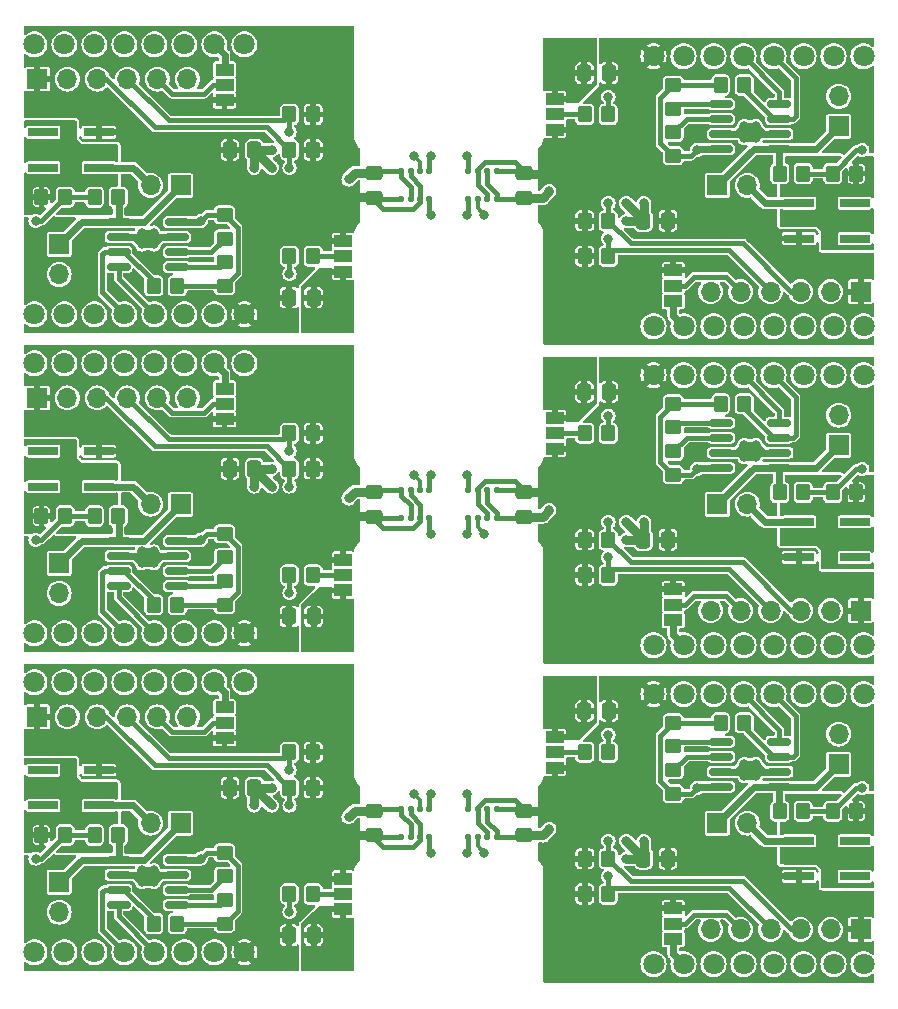
<source format=gbr>
%TF.GenerationSoftware,KiCad,Pcbnew,7.0.1*%
%TF.CreationDate,2023-04-17T17:37:10+02:00*%
%TF.ProjectId,BME680_shield_panel,424d4536-3830-45f7-9368-69656c645f70,rev?*%
%TF.SameCoordinates,Original*%
%TF.FileFunction,Copper,L1,Top*%
%TF.FilePolarity,Positive*%
%FSLAX46Y46*%
G04 Gerber Fmt 4.6, Leading zero omitted, Abs format (unit mm)*
G04 Created by KiCad (PCBNEW 7.0.1) date 2023-04-17 17:37:10*
%MOMM*%
%LPD*%
G01*
G04 APERTURE LIST*
G04 Aperture macros list*
%AMRoundRect*
0 Rectangle with rounded corners*
0 $1 Rounding radius*
0 $2 $3 $4 $5 $6 $7 $8 $9 X,Y pos of 4 corners*
0 Add a 4 corners polygon primitive as box body*
4,1,4,$2,$3,$4,$5,$6,$7,$8,$9,$2,$3,0*
0 Add four circle primitives for the rounded corners*
1,1,$1+$1,$2,$3*
1,1,$1+$1,$4,$5*
1,1,$1+$1,$6,$7*
1,1,$1+$1,$8,$9*
0 Add four rect primitives between the rounded corners*
20,1,$1+$1,$2,$3,$4,$5,0*
20,1,$1+$1,$4,$5,$6,$7,0*
20,1,$1+$1,$6,$7,$8,$9,0*
20,1,$1+$1,$8,$9,$2,$3,0*%
%AMFreePoly0*
4,1,13,0.900000,0.500000,3.600000,0.500000,3.600000,-0.500000,0.900000,-0.500000,0.400000,-1.000000,-0.400000,-1.000000,-0.900000,-0.500000,-3.600000,-0.500000,-3.600000,0.500000,-0.900000,0.500000,-0.400000,1.000000,0.400000,1.000000,0.900000,0.500000,0.900000,0.500000,$1*%
G04 Aperture macros list end*
%TA.AperFunction,SMDPad,CuDef*%
%ADD10R,1.500000X1.000000*%
%TD*%
%TA.AperFunction,SMDPad,CuDef*%
%ADD11R,2.500000X0.700000*%
%TD*%
%TA.AperFunction,SMDPad,CuDef*%
%ADD12FreePoly0,180.000000*%
%TD*%
%TA.AperFunction,SMDPad,CuDef*%
%ADD13RoundRect,0.250000X0.350000X0.450000X-0.350000X0.450000X-0.350000X-0.450000X0.350000X-0.450000X0*%
%TD*%
%TA.AperFunction,SMDPad,CuDef*%
%ADD14RoundRect,0.250000X-0.475000X0.337500X-0.475000X-0.337500X0.475000X-0.337500X0.475000X0.337500X0*%
%TD*%
%TA.AperFunction,ComponentPad*%
%ADD15R,1.700000X1.700000*%
%TD*%
%TA.AperFunction,ComponentPad*%
%ADD16O,1.700000X1.700000*%
%TD*%
%TA.AperFunction,SMDPad,CuDef*%
%ADD17RoundRect,0.150000X0.825000X0.150000X-0.825000X0.150000X-0.825000X-0.150000X0.825000X-0.150000X0*%
%TD*%
%TA.AperFunction,SMDPad,CuDef*%
%ADD18RoundRect,0.125000X0.125000X0.137500X-0.125000X0.137500X-0.125000X-0.137500X0.125000X-0.137500X0*%
%TD*%
%TA.AperFunction,SMDPad,CuDef*%
%ADD19RoundRect,0.250000X-0.350000X-0.450000X0.350000X-0.450000X0.350000X0.450000X-0.350000X0.450000X0*%
%TD*%
%TA.AperFunction,SMDPad,CuDef*%
%ADD20RoundRect,0.250000X0.337500X0.475000X-0.337500X0.475000X-0.337500X-0.475000X0.337500X-0.475000X0*%
%TD*%
%TA.AperFunction,SMDPad,CuDef*%
%ADD21RoundRect,0.250000X-0.337500X-0.475000X0.337500X-0.475000X0.337500X0.475000X-0.337500X0.475000X0*%
%TD*%
%TA.AperFunction,SMDPad,CuDef*%
%ADD22RoundRect,0.125000X-0.125000X-0.137500X0.125000X-0.137500X0.125000X0.137500X-0.125000X0.137500X0*%
%TD*%
%TA.AperFunction,ComponentPad*%
%ADD23C,1.800000*%
%TD*%
%TA.AperFunction,SMDPad,CuDef*%
%ADD24RoundRect,0.150000X-0.825000X-0.150000X0.825000X-0.150000X0.825000X0.150000X-0.825000X0.150000X0*%
%TD*%
%TA.AperFunction,SMDPad,CuDef*%
%ADD25RoundRect,0.250000X0.450000X-0.350000X0.450000X0.350000X-0.450000X0.350000X-0.450000X-0.350000X0*%
%TD*%
%TA.AperFunction,SMDPad,CuDef*%
%ADD26RoundRect,0.250000X-0.450000X0.350000X-0.450000X-0.350000X0.450000X-0.350000X0.450000X0.350000X0*%
%TD*%
%TA.AperFunction,SMDPad,CuDef*%
%ADD27FreePoly0,0.000000*%
%TD*%
%TA.AperFunction,SMDPad,CuDef*%
%ADD28RoundRect,0.250000X0.475000X-0.337500X0.475000X0.337500X-0.475000X0.337500X-0.475000X-0.337500X0*%
%TD*%
%TA.AperFunction,ViaPad*%
%ADD29C,0.800000*%
%TD*%
%TA.AperFunction,Conductor*%
%ADD30C,0.600000*%
%TD*%
%TA.AperFunction,Conductor*%
%ADD31C,0.800000*%
%TD*%
%TA.AperFunction,Conductor*%
%ADD32C,0.400000*%
%TD*%
%TA.AperFunction,Conductor*%
%ADD33C,0.300000*%
%TD*%
G04 APERTURE END LIST*
D10*
%TO.P,JP101,1,A*%
%TO.N,+3V3*%
X109500000Y-75700000D03*
%TO.P,JP101,2,C*%
%TO.N,Net-(J101-Pin_5)*%
X109500000Y-77000000D03*
%TO.P,JP101,3,B*%
%TO.N,GND*%
X109500000Y-78300000D03*
%TD*%
D11*
%TO.P,U103,1,VI*%
%TO.N,Net-(JP103-B)*%
X60850000Y-94000000D03*
D12*
%TO.P,U103,2,GND*%
%TO.N,GND*%
X58500000Y-92500000D03*
D11*
%TO.P,U103,3,VO*%
%TO.N,+3V3*%
X60850000Y-91000000D03*
%TO.P,U103,4*%
%TO.N,N/C*%
X56150000Y-91000000D03*
%TO.P,U103,5*%
X56150000Y-94000000D03*
%TD*%
D13*
%TO.P,R103,1*%
%TO.N,+3V3*%
X79000000Y-89500000D03*
%TO.P,R103,2*%
%TO.N,Net-(J101-Pin_4)*%
X77000000Y-89500000D03*
%TD*%
D14*
%TO.P,C101,1*%
%TO.N,+3V3*%
X96850000Y-40462500D03*
%TO.P,C101,2*%
%TO.N,GND*%
X96850000Y-42537500D03*
%TD*%
D15*
%TO.P,J102,1,Pin_1*%
%TO.N,+BATT*%
X57500000Y-73500000D03*
D16*
%TO.P,J102,2,Pin_2*%
%TO.N,GND*%
X57500000Y-76040000D03*
%TD*%
D10*
%TO.P,JP101,1,A*%
%TO.N,+3V3*%
X71500000Y-88300000D03*
%TO.P,JP101,2,C*%
%TO.N,Net-(J101-Pin_5)*%
X71500000Y-87000000D03*
%TO.P,JP101,3,B*%
%TO.N,GND*%
X71500000Y-85700000D03*
%TD*%
%TO.P,JP102,1,A*%
%TO.N,+3V3*%
X99462500Y-63800000D03*
%TO.P,JP102,2,C*%
%TO.N,Net-(JP102-C)*%
X99462500Y-62500000D03*
%TO.P,JP102,3,B*%
%TO.N,GND*%
X99462500Y-61200000D03*
%TD*%
D17*
%TO.P,U104,1,SELV*%
%TO.N,Net-(U104-SELV)*%
X67475000Y-48405000D03*
%TO.P,U104,2,SELI*%
%TO.N,Net-(U104-SELI)*%
X67475000Y-47135000D03*
%TO.P,U104,3,GND*%
%TO.N,GND*%
X67475000Y-45865000D03*
%TO.P,U104,4,IN*%
%TO.N,+5V*%
X67475000Y-44595000D03*
%TO.P,U104,5,BATT*%
%TO.N,+BATT*%
X62525000Y-44595000D03*
%TO.P,U104,6,GND*%
%TO.N,GND*%
X62525000Y-45865000D03*
%TO.P,U104,7,EN*%
%TO.N,CHG_EN*%
X62525000Y-47135000D03*
%TO.P,U104,8,~{CHG}*%
%TO.N,~{CHG}*%
X62525000Y-48405000D03*
%TD*%
D18*
%TO.P,U101,1,GND*%
%TO.N,GND*%
X94550000Y-96687500D03*
%TO.P,U101,2,CSB*%
%TO.N,+3V3*%
X93750000Y-96687500D03*
%TO.P,U101,3,SDI*%
%TO.N,Net-(J101-Pin_4)*%
X92950000Y-96687500D03*
%TO.P,U101,4,SCK*%
%TO.N,Net-(J101-Pin_3)*%
X92150000Y-96687500D03*
%TO.P,U101,5,SDO*%
%TO.N,Net-(U101-SDO)*%
X92150000Y-94312500D03*
%TO.P,U101,6,VDDIO*%
%TO.N,+3V3*%
X92950000Y-94312500D03*
%TO.P,U101,7,GND*%
%TO.N,GND*%
X93750000Y-94312500D03*
%TO.P,U101,8,VDD*%
%TO.N,+3V3*%
X94550000Y-94312500D03*
%TD*%
D19*
%TO.P,R105,1*%
%TO.N,Net-(U102-A0)*%
X123000000Y-40500000D03*
%TO.P,R105,2*%
%TO.N,GND*%
X125000000Y-40500000D03*
%TD*%
D20*
%TO.P,C103,1*%
%TO.N,+3V3*%
X109037500Y-98500000D03*
%TO.P,C103,2*%
%TO.N,GND*%
X106962500Y-98500000D03*
%TD*%
%TO.P,C102,1*%
%TO.N,+3V3*%
X104037500Y-32000000D03*
%TO.P,C102,2*%
%TO.N,GND*%
X101962500Y-32000000D03*
%TD*%
D21*
%TO.P,C102,1*%
%TO.N,+3V3*%
X76962500Y-51000000D03*
%TO.P,C102,2*%
%TO.N,GND*%
X79037500Y-51000000D03*
%TD*%
D15*
%TO.P,JP103,1,A*%
%TO.N,+BATT*%
X67775000Y-41500000D03*
D16*
%TO.P,JP103,2,B*%
%TO.N,Net-(JP103-B)*%
X65235000Y-41500000D03*
%TD*%
D15*
%TO.P,JP103,1,A*%
%TO.N,+BATT*%
X67775000Y-95500000D03*
D16*
%TO.P,JP103,2,B*%
%TO.N,Net-(JP103-B)*%
X65235000Y-95500000D03*
%TD*%
D21*
%TO.P,C103,1*%
%TO.N,+3V3*%
X71962500Y-92500000D03*
%TO.P,C103,2*%
%TO.N,GND*%
X74037500Y-92500000D03*
%TD*%
%TO.P,C102,1*%
%TO.N,+3V3*%
X76962500Y-105000000D03*
%TO.P,C102,2*%
%TO.N,GND*%
X79037500Y-105000000D03*
%TD*%
D15*
%TO.P,JP103,1,A*%
%TO.N,+BATT*%
X113225000Y-41500000D03*
D16*
%TO.P,JP103,2,B*%
%TO.N,Net-(JP103-B)*%
X115765000Y-41500000D03*
%TD*%
D17*
%TO.P,U104,1,SELV*%
%TO.N,Net-(U104-SELV)*%
X67475000Y-102405000D03*
%TO.P,U104,2,SELI*%
%TO.N,Net-(U104-SELI)*%
X67475000Y-101135000D03*
%TO.P,U104,3,GND*%
%TO.N,GND*%
X67475000Y-99865000D03*
%TO.P,U104,4,IN*%
%TO.N,+5V*%
X67475000Y-98595000D03*
%TO.P,U104,5,BATT*%
%TO.N,+BATT*%
X62525000Y-98595000D03*
%TO.P,U104,6,GND*%
%TO.N,GND*%
X62525000Y-99865000D03*
%TO.P,U104,7,EN*%
%TO.N,CHG_EN*%
X62525000Y-101135000D03*
%TO.P,U104,8,~{CHG}*%
%TO.N,~{CHG}*%
X62525000Y-102405000D03*
%TD*%
D13*
%TO.P,R101,1*%
%TO.N,Net-(JP102-C)*%
X79000000Y-101500000D03*
%TO.P,R101,2*%
%TO.N,Net-(U101-SDO)*%
X77000000Y-101500000D03*
%TD*%
D19*
%TO.P,R104,1*%
%TO.N,+BATT*%
X118500000Y-67500000D03*
%TO.P,R104,2*%
%TO.N,Net-(U102-A0)*%
X120500000Y-67500000D03*
%TD*%
D21*
%TO.P,C102,1*%
%TO.N,+3V3*%
X76962500Y-78000000D03*
%TO.P,C102,2*%
%TO.N,GND*%
X79037500Y-78000000D03*
%TD*%
D10*
%TO.P,JP102,1,A*%
%TO.N,+3V3*%
X81537500Y-100200000D03*
%TO.P,JP102,2,C*%
%TO.N,Net-(JP102-C)*%
X81537500Y-101500000D03*
%TO.P,JP102,3,B*%
%TO.N,GND*%
X81537500Y-102800000D03*
%TD*%
D15*
%TO.P,J102,1,Pin_1*%
%TO.N,+BATT*%
X123500000Y-36500000D03*
D16*
%TO.P,J102,2,Pin_2*%
%TO.N,GND*%
X123500000Y-33960000D03*
%TD*%
D22*
%TO.P,U101,1,GND*%
%TO.N,GND*%
X86450000Y-67312500D03*
%TO.P,U101,2,CSB*%
%TO.N,+3V3*%
X87250000Y-67312500D03*
%TO.P,U101,3,SDI*%
%TO.N,Net-(J101-Pin_4)*%
X88050000Y-67312500D03*
%TO.P,U101,4,SCK*%
%TO.N,Net-(J101-Pin_3)*%
X88850000Y-67312500D03*
%TO.P,U101,5,SDO*%
%TO.N,Net-(U101-SDO)*%
X88850000Y-69687500D03*
%TO.P,U101,6,VDDIO*%
%TO.N,+3V3*%
X88050000Y-69687500D03*
%TO.P,U101,7,GND*%
%TO.N,GND*%
X87250000Y-69687500D03*
%TO.P,U101,8,VDD*%
%TO.N,+3V3*%
X86450000Y-69687500D03*
%TD*%
D23*
%TO.P,U102,1,Rst*%
%TO.N,unconnected-(U102-Rst-Pad1)*%
X125600000Y-57572024D03*
%TO.P,U102,2,A0*%
%TO.N,Net-(U102-A0)*%
X123060000Y-57572024D03*
%TO.P,U102,3,D0*%
%TO.N,unconnected-(U102-D0-Pad3)*%
X120520000Y-57572024D03*
%TO.P,U102,4,D5*%
%TO.N,CHG_EN*%
X117980000Y-57572024D03*
%TO.P,U102,5,D6*%
%TO.N,~{CHG}*%
X115440000Y-57572024D03*
%TO.P,U102,6,D7*%
%TO.N,unconnected-(U102-D7-Pad6)*%
X112900000Y-57572024D03*
%TO.P,U102,7,D8*%
%TO.N,unconnected-(U102-D8-Pad7)*%
X110360000Y-57572024D03*
%TO.P,U102,8,3.3V*%
%TO.N,+3V3*%
X107820000Y-57572024D03*
%TO.P,U102,9,5V*%
%TO.N,+5V*%
X107820000Y-80432024D03*
%TO.P,U102,10,GND*%
%TO.N,GND*%
X110360000Y-80432024D03*
%TO.P,U102,11,D4*%
%TO.N,unconnected-(U102-D4-Pad11)*%
X112900000Y-80432024D03*
%TO.P,U102,12,D3*%
%TO.N,unconnected-(U102-D3-Pad12)*%
X115440000Y-80432024D03*
%TO.P,U102,13,D2*%
%TO.N,Net-(J101-Pin_4)*%
X117980000Y-80432024D03*
%TO.P,U102,14,D1*%
%TO.N,Net-(J101-Pin_3)*%
X120520000Y-80432024D03*
%TO.P,U102,15,Rx*%
%TO.N,unconnected-(U102-Rx-Pad15)*%
X123060000Y-80432024D03*
%TO.P,U102,16,Tx*%
%TO.N,unconnected-(U102-Tx-Pad16)*%
X125600000Y-80432024D03*
%TD*%
D15*
%TO.P,J102,1,Pin_1*%
%TO.N,+BATT*%
X57500000Y-46500000D03*
D16*
%TO.P,J102,2,Pin_2*%
%TO.N,GND*%
X57500000Y-49040000D03*
%TD*%
D11*
%TO.P,U103,1,VI*%
%TO.N,Net-(JP103-B)*%
X60850000Y-67000000D03*
D12*
%TO.P,U103,2,GND*%
%TO.N,GND*%
X58500000Y-65500000D03*
D11*
%TO.P,U103,3,VO*%
%TO.N,+3V3*%
X60850000Y-64000000D03*
%TO.P,U103,4*%
%TO.N,N/C*%
X56150000Y-64000000D03*
%TO.P,U103,5*%
X56150000Y-67000000D03*
%TD*%
D20*
%TO.P,C102,1*%
%TO.N,+3V3*%
X104037500Y-59000000D03*
%TO.P,C102,2*%
%TO.N,GND*%
X101962500Y-59000000D03*
%TD*%
D14*
%TO.P,C101,1*%
%TO.N,+3V3*%
X96850000Y-94462500D03*
%TO.P,C101,2*%
%TO.N,GND*%
X96850000Y-96537500D03*
%TD*%
D15*
%TO.P,J102,1,Pin_1*%
%TO.N,+BATT*%
X57500000Y-100500000D03*
D16*
%TO.P,J102,2,Pin_2*%
%TO.N,GND*%
X57500000Y-103040000D03*
%TD*%
D15*
%TO.P,JP103,1,A*%
%TO.N,+BATT*%
X67775000Y-68500000D03*
D16*
%TO.P,JP103,2,B*%
%TO.N,Net-(JP103-B)*%
X65235000Y-68500000D03*
%TD*%
D23*
%TO.P,U102,1,Rst*%
%TO.N,unconnected-(U102-Rst-Pad1)*%
X125600000Y-30572024D03*
%TO.P,U102,2,A0*%
%TO.N,Net-(U102-A0)*%
X123060000Y-30572024D03*
%TO.P,U102,3,D0*%
%TO.N,unconnected-(U102-D0-Pad3)*%
X120520000Y-30572024D03*
%TO.P,U102,4,D5*%
%TO.N,CHG_EN*%
X117980000Y-30572024D03*
%TO.P,U102,5,D6*%
%TO.N,~{CHG}*%
X115440000Y-30572024D03*
%TO.P,U102,6,D7*%
%TO.N,unconnected-(U102-D7-Pad6)*%
X112900000Y-30572024D03*
%TO.P,U102,7,D8*%
%TO.N,unconnected-(U102-D8-Pad7)*%
X110360000Y-30572024D03*
%TO.P,U102,8,3.3V*%
%TO.N,+3V3*%
X107820000Y-30572024D03*
%TO.P,U102,9,5V*%
%TO.N,+5V*%
X107820000Y-53432024D03*
%TO.P,U102,10,GND*%
%TO.N,GND*%
X110360000Y-53432024D03*
%TO.P,U102,11,D4*%
%TO.N,unconnected-(U102-D4-Pad11)*%
X112900000Y-53432024D03*
%TO.P,U102,12,D3*%
%TO.N,unconnected-(U102-D3-Pad12)*%
X115440000Y-53432024D03*
%TO.P,U102,13,D2*%
%TO.N,Net-(J101-Pin_4)*%
X117980000Y-53432024D03*
%TO.P,U102,14,D1*%
%TO.N,Net-(J101-Pin_3)*%
X120520000Y-53432024D03*
%TO.P,U102,15,Rx*%
%TO.N,unconnected-(U102-Rx-Pad15)*%
X123060000Y-53432024D03*
%TO.P,U102,16,Tx*%
%TO.N,unconnected-(U102-Tx-Pad16)*%
X125600000Y-53432024D03*
%TD*%
D15*
%TO.P,J102,1,Pin_1*%
%TO.N,+BATT*%
X123500000Y-90500000D03*
D16*
%TO.P,J102,2,Pin_2*%
%TO.N,GND*%
X123500000Y-87960000D03*
%TD*%
D19*
%TO.P,R102,1*%
%TO.N,+3V3*%
X102000000Y-98500000D03*
%TO.P,R102,2*%
%TO.N,Net-(J101-Pin_3)*%
X104000000Y-98500000D03*
%TD*%
D13*
%TO.P,R108,1*%
%TO.N,+5V*%
X67500000Y-77000000D03*
%TO.P,R108,2*%
%TO.N,CHG_EN*%
X65500000Y-77000000D03*
%TD*%
D23*
%TO.P,U102,1,Rst*%
%TO.N,unconnected-(U102-Rst-Pad1)*%
X55400000Y-106427976D03*
%TO.P,U102,2,A0*%
%TO.N,Net-(U102-A0)*%
X57940000Y-106427976D03*
%TO.P,U102,3,D0*%
%TO.N,unconnected-(U102-D0-Pad3)*%
X60480000Y-106427976D03*
%TO.P,U102,4,D5*%
%TO.N,CHG_EN*%
X63020000Y-106427976D03*
%TO.P,U102,5,D6*%
%TO.N,~{CHG}*%
X65560000Y-106427976D03*
%TO.P,U102,6,D7*%
%TO.N,unconnected-(U102-D7-Pad6)*%
X68100000Y-106427976D03*
%TO.P,U102,7,D8*%
%TO.N,unconnected-(U102-D8-Pad7)*%
X70640000Y-106427976D03*
%TO.P,U102,8,3.3V*%
%TO.N,+3V3*%
X73180000Y-106427976D03*
%TO.P,U102,9,5V*%
%TO.N,+5V*%
X73180000Y-83567976D03*
%TO.P,U102,10,GND*%
%TO.N,GND*%
X70640000Y-83567976D03*
%TO.P,U102,11,D4*%
%TO.N,unconnected-(U102-D4-Pad11)*%
X68100000Y-83567976D03*
%TO.P,U102,12,D3*%
%TO.N,unconnected-(U102-D3-Pad12)*%
X65560000Y-83567976D03*
%TO.P,U102,13,D2*%
%TO.N,Net-(J101-Pin_4)*%
X63020000Y-83567976D03*
%TO.P,U102,14,D1*%
%TO.N,Net-(J101-Pin_3)*%
X60480000Y-83567976D03*
%TO.P,U102,15,Rx*%
%TO.N,unconnected-(U102-Rx-Pad15)*%
X57940000Y-83567976D03*
%TO.P,U102,16,Tx*%
%TO.N,unconnected-(U102-Tx-Pad16)*%
X55400000Y-83567976D03*
%TD*%
D24*
%TO.P,U104,1,SELV*%
%TO.N,Net-(U104-SELV)*%
X113525000Y-61595000D03*
%TO.P,U104,2,SELI*%
%TO.N,Net-(U104-SELI)*%
X113525000Y-62865000D03*
%TO.P,U104,3,GND*%
%TO.N,GND*%
X113525000Y-64135000D03*
%TO.P,U104,4,IN*%
%TO.N,+5V*%
X113525000Y-65405000D03*
%TO.P,U104,5,BATT*%
%TO.N,+BATT*%
X118475000Y-65405000D03*
%TO.P,U104,6,GND*%
%TO.N,GND*%
X118475000Y-64135000D03*
%TO.P,U104,7,EN*%
%TO.N,CHG_EN*%
X118475000Y-62865000D03*
%TO.P,U104,8,~{CHG}*%
%TO.N,~{CHG}*%
X118475000Y-61595000D03*
%TD*%
D25*
%TO.P,R107,1*%
%TO.N,+5V*%
X71500000Y-77000000D03*
%TO.P,R107,2*%
%TO.N,Net-(U104-SELV)*%
X71500000Y-75000000D03*
%TD*%
D22*
%TO.P,U101,1,GND*%
%TO.N,GND*%
X86450000Y-40312500D03*
%TO.P,U101,2,CSB*%
%TO.N,+3V3*%
X87250000Y-40312500D03*
%TO.P,U101,3,SDI*%
%TO.N,Net-(J101-Pin_4)*%
X88050000Y-40312500D03*
%TO.P,U101,4,SCK*%
%TO.N,Net-(J101-Pin_3)*%
X88850000Y-40312500D03*
%TO.P,U101,5,SDO*%
%TO.N,Net-(U101-SDO)*%
X88850000Y-42687500D03*
%TO.P,U101,6,VDDIO*%
%TO.N,+3V3*%
X88050000Y-42687500D03*
%TO.P,U101,7,GND*%
%TO.N,GND*%
X87250000Y-42687500D03*
%TO.P,U101,8,VDD*%
%TO.N,+3V3*%
X86450000Y-42687500D03*
%TD*%
D15*
%TO.P,J101,1,Pin_1*%
%TO.N,+3V3*%
X55650000Y-59500000D03*
D16*
%TO.P,J101,2,Pin_2*%
%TO.N,GND*%
X58190000Y-59500000D03*
%TO.P,J101,3,Pin_3*%
%TO.N,Net-(J101-Pin_3)*%
X60730000Y-59500000D03*
%TO.P,J101,4,Pin_4*%
%TO.N,Net-(J101-Pin_4)*%
X63270000Y-59500000D03*
%TO.P,J101,5,Pin_5*%
%TO.N,Net-(J101-Pin_5)*%
X65810000Y-59500000D03*
%TO.P,J101,6,Pin_6*%
%TO.N,unconnected-(J101-Pin_6-Pad6)*%
X68350000Y-59500000D03*
%TD*%
D20*
%TO.P,C103,1*%
%TO.N,+3V3*%
X109037500Y-71500000D03*
%TO.P,C103,2*%
%TO.N,GND*%
X106962500Y-71500000D03*
%TD*%
D19*
%TO.P,R101,1*%
%TO.N,Net-(JP102-C)*%
X102000000Y-89500000D03*
%TO.P,R101,2*%
%TO.N,Net-(U101-SDO)*%
X104000000Y-89500000D03*
%TD*%
D21*
%TO.P,C103,1*%
%TO.N,+3V3*%
X71962500Y-38500000D03*
%TO.P,C103,2*%
%TO.N,GND*%
X74037500Y-38500000D03*
%TD*%
D19*
%TO.P,R102,1*%
%TO.N,+3V3*%
X102000000Y-71500000D03*
%TO.P,R102,2*%
%TO.N,Net-(J101-Pin_3)*%
X104000000Y-71500000D03*
%TD*%
D26*
%TO.P,R106,1*%
%TO.N,+5V*%
X71500000Y-44000000D03*
%TO.P,R106,2*%
%TO.N,Net-(U104-SELI)*%
X71500000Y-46000000D03*
%TD*%
D20*
%TO.P,C102,1*%
%TO.N,+3V3*%
X104037500Y-86000000D03*
%TO.P,C102,2*%
%TO.N,GND*%
X101962500Y-86000000D03*
%TD*%
%TO.P,C103,1*%
%TO.N,+3V3*%
X109037500Y-44500000D03*
%TO.P,C103,2*%
%TO.N,GND*%
X106962500Y-44500000D03*
%TD*%
D25*
%TO.P,R106,1*%
%TO.N,+5V*%
X109500000Y-66000000D03*
%TO.P,R106,2*%
%TO.N,Net-(U104-SELI)*%
X109500000Y-64000000D03*
%TD*%
D19*
%TO.P,R104,1*%
%TO.N,+BATT*%
X118500000Y-40500000D03*
%TO.P,R104,2*%
%TO.N,Net-(U102-A0)*%
X120500000Y-40500000D03*
%TD*%
D24*
%TO.P,U104,1,SELV*%
%TO.N,Net-(U104-SELV)*%
X113525000Y-88595000D03*
%TO.P,U104,2,SELI*%
%TO.N,Net-(U104-SELI)*%
X113525000Y-89865000D03*
%TO.P,U104,3,GND*%
%TO.N,GND*%
X113525000Y-91135000D03*
%TO.P,U104,4,IN*%
%TO.N,+5V*%
X113525000Y-92405000D03*
%TO.P,U104,5,BATT*%
%TO.N,+BATT*%
X118475000Y-92405000D03*
%TO.P,U104,6,GND*%
%TO.N,GND*%
X118475000Y-91135000D03*
%TO.P,U104,7,EN*%
%TO.N,CHG_EN*%
X118475000Y-89865000D03*
%TO.P,U104,8,~{CHG}*%
%TO.N,~{CHG}*%
X118475000Y-88595000D03*
%TD*%
D23*
%TO.P,U102,1,Rst*%
%TO.N,unconnected-(U102-Rst-Pad1)*%
X55400000Y-79427976D03*
%TO.P,U102,2,A0*%
%TO.N,Net-(U102-A0)*%
X57940000Y-79427976D03*
%TO.P,U102,3,D0*%
%TO.N,unconnected-(U102-D0-Pad3)*%
X60480000Y-79427976D03*
%TO.P,U102,4,D5*%
%TO.N,CHG_EN*%
X63020000Y-79427976D03*
%TO.P,U102,5,D6*%
%TO.N,~{CHG}*%
X65560000Y-79427976D03*
%TO.P,U102,6,D7*%
%TO.N,unconnected-(U102-D7-Pad6)*%
X68100000Y-79427976D03*
%TO.P,U102,7,D8*%
%TO.N,unconnected-(U102-D8-Pad7)*%
X70640000Y-79427976D03*
%TO.P,U102,8,3.3V*%
%TO.N,+3V3*%
X73180000Y-79427976D03*
%TO.P,U102,9,5V*%
%TO.N,+5V*%
X73180000Y-56567976D03*
%TO.P,U102,10,GND*%
%TO.N,GND*%
X70640000Y-56567976D03*
%TO.P,U102,11,D4*%
%TO.N,unconnected-(U102-D4-Pad11)*%
X68100000Y-56567976D03*
%TO.P,U102,12,D3*%
%TO.N,unconnected-(U102-D3-Pad12)*%
X65560000Y-56567976D03*
%TO.P,U102,13,D2*%
%TO.N,Net-(J101-Pin_4)*%
X63020000Y-56567976D03*
%TO.P,U102,14,D1*%
%TO.N,Net-(J101-Pin_3)*%
X60480000Y-56567976D03*
%TO.P,U102,15,Rx*%
%TO.N,unconnected-(U102-Rx-Pad15)*%
X57940000Y-56567976D03*
%TO.P,U102,16,Tx*%
%TO.N,unconnected-(U102-Tx-Pad16)*%
X55400000Y-56567976D03*
%TD*%
D15*
%TO.P,J101,1,Pin_1*%
%TO.N,+3V3*%
X125350000Y-50500000D03*
D16*
%TO.P,J101,2,Pin_2*%
%TO.N,GND*%
X122810000Y-50500000D03*
%TO.P,J101,3,Pin_3*%
%TO.N,Net-(J101-Pin_3)*%
X120270000Y-50500000D03*
%TO.P,J101,4,Pin_4*%
%TO.N,Net-(J101-Pin_4)*%
X117730000Y-50500000D03*
%TO.P,J101,5,Pin_5*%
%TO.N,Net-(J101-Pin_5)*%
X115190000Y-50500000D03*
%TO.P,J101,6,Pin_6*%
%TO.N,unconnected-(J101-Pin_6-Pad6)*%
X112650000Y-50500000D03*
%TD*%
D11*
%TO.P,U103,1,VI*%
%TO.N,Net-(JP103-B)*%
X60850000Y-40000000D03*
D12*
%TO.P,U103,2,GND*%
%TO.N,GND*%
X58500000Y-38500000D03*
D11*
%TO.P,U103,3,VO*%
%TO.N,+3V3*%
X60850000Y-37000000D03*
%TO.P,U103,4*%
%TO.N,N/C*%
X56150000Y-37000000D03*
%TO.P,U103,5*%
X56150000Y-40000000D03*
%TD*%
D25*
%TO.P,R107,1*%
%TO.N,+5V*%
X71500000Y-50000000D03*
%TO.P,R107,2*%
%TO.N,Net-(U104-SELV)*%
X71500000Y-48000000D03*
%TD*%
D19*
%TO.P,R102,1*%
%TO.N,+3V3*%
X102000000Y-44500000D03*
%TO.P,R102,2*%
%TO.N,Net-(J101-Pin_3)*%
X104000000Y-44500000D03*
%TD*%
D26*
%TO.P,R106,1*%
%TO.N,+5V*%
X71500000Y-71000000D03*
%TO.P,R106,2*%
%TO.N,Net-(U104-SELI)*%
X71500000Y-73000000D03*
%TD*%
D13*
%TO.P,R103,1*%
%TO.N,+3V3*%
X79000000Y-35500000D03*
%TO.P,R103,2*%
%TO.N,Net-(J101-Pin_4)*%
X77000000Y-35500000D03*
%TD*%
D19*
%TO.P,R101,1*%
%TO.N,Net-(JP102-C)*%
X102000000Y-62500000D03*
%TO.P,R101,2*%
%TO.N,Net-(U101-SDO)*%
X104000000Y-62500000D03*
%TD*%
%TO.P,R105,1*%
%TO.N,Net-(U102-A0)*%
X123000000Y-67500000D03*
%TO.P,R105,2*%
%TO.N,GND*%
X125000000Y-67500000D03*
%TD*%
D10*
%TO.P,JP101,1,A*%
%TO.N,+3V3*%
X71500000Y-34300000D03*
%TO.P,JP101,2,C*%
%TO.N,Net-(J101-Pin_5)*%
X71500000Y-33000000D03*
%TO.P,JP101,3,B*%
%TO.N,GND*%
X71500000Y-31700000D03*
%TD*%
D15*
%TO.P,JP103,1,A*%
%TO.N,+BATT*%
X113225000Y-68500000D03*
D16*
%TO.P,JP103,2,B*%
%TO.N,Net-(JP103-B)*%
X115765000Y-68500000D03*
%TD*%
D15*
%TO.P,J101,1,Pin_1*%
%TO.N,+3V3*%
X125350000Y-104500000D03*
D16*
%TO.P,J101,2,Pin_2*%
%TO.N,GND*%
X122810000Y-104500000D03*
%TO.P,J101,3,Pin_3*%
%TO.N,Net-(J101-Pin_3)*%
X120270000Y-104500000D03*
%TO.P,J101,4,Pin_4*%
%TO.N,Net-(J101-Pin_4)*%
X117730000Y-104500000D03*
%TO.P,J101,5,Pin_5*%
%TO.N,Net-(J101-Pin_5)*%
X115190000Y-104500000D03*
%TO.P,J101,6,Pin_6*%
%TO.N,unconnected-(J101-Pin_6-Pad6)*%
X112650000Y-104500000D03*
%TD*%
D13*
%TO.P,R105,1*%
%TO.N,Net-(U102-A0)*%
X58000000Y-69500000D03*
%TO.P,R105,2*%
%TO.N,GND*%
X56000000Y-69500000D03*
%TD*%
D10*
%TO.P,JP101,1,A*%
%TO.N,+3V3*%
X71500000Y-61300000D03*
%TO.P,JP101,2,C*%
%TO.N,Net-(J101-Pin_5)*%
X71500000Y-60000000D03*
%TO.P,JP101,3,B*%
%TO.N,GND*%
X71500000Y-58700000D03*
%TD*%
D25*
%TO.P,R106,1*%
%TO.N,+5V*%
X109500000Y-39000000D03*
%TO.P,R106,2*%
%TO.N,Net-(U104-SELI)*%
X109500000Y-37000000D03*
%TD*%
D19*
%TO.P,R103,1*%
%TO.N,+3V3*%
X102000000Y-101500000D03*
%TO.P,R103,2*%
%TO.N,Net-(J101-Pin_4)*%
X104000000Y-101500000D03*
%TD*%
D13*
%TO.P,R104,1*%
%TO.N,+BATT*%
X62500000Y-42500000D03*
%TO.P,R104,2*%
%TO.N,Net-(U102-A0)*%
X60500000Y-42500000D03*
%TD*%
D14*
%TO.P,C101,1*%
%TO.N,+3V3*%
X96850000Y-67462500D03*
%TO.P,C101,2*%
%TO.N,GND*%
X96850000Y-69537500D03*
%TD*%
D26*
%TO.P,R107,1*%
%TO.N,+5V*%
X109500000Y-60000000D03*
%TO.P,R107,2*%
%TO.N,Net-(U104-SELV)*%
X109500000Y-62000000D03*
%TD*%
D11*
%TO.P,U103,1,VI*%
%TO.N,Net-(JP103-B)*%
X120150000Y-43000000D03*
D27*
%TO.P,U103,2,GND*%
%TO.N,GND*%
X122500000Y-44500000D03*
D11*
%TO.P,U103,3,VO*%
%TO.N,+3V3*%
X120150000Y-46000000D03*
%TO.P,U103,4*%
%TO.N,N/C*%
X124850000Y-46000000D03*
%TO.P,U103,5*%
X124850000Y-43000000D03*
%TD*%
D28*
%TO.P,C101,1*%
%TO.N,+3V3*%
X84150000Y-69537500D03*
%TO.P,C101,2*%
%TO.N,GND*%
X84150000Y-67462500D03*
%TD*%
D13*
%TO.P,R101,1*%
%TO.N,Net-(JP102-C)*%
X79000000Y-74500000D03*
%TO.P,R101,2*%
%TO.N,Net-(U101-SDO)*%
X77000000Y-74500000D03*
%TD*%
D15*
%TO.P,J101,1,Pin_1*%
%TO.N,+3V3*%
X55650000Y-32500000D03*
D16*
%TO.P,J101,2,Pin_2*%
%TO.N,GND*%
X58190000Y-32500000D03*
%TO.P,J101,3,Pin_3*%
%TO.N,Net-(J101-Pin_3)*%
X60730000Y-32500000D03*
%TO.P,J101,4,Pin_4*%
%TO.N,Net-(J101-Pin_4)*%
X63270000Y-32500000D03*
%TO.P,J101,5,Pin_5*%
%TO.N,Net-(J101-Pin_5)*%
X65810000Y-32500000D03*
%TO.P,J101,6,Pin_6*%
%TO.N,unconnected-(J101-Pin_6-Pad6)*%
X68350000Y-32500000D03*
%TD*%
D10*
%TO.P,JP102,1,A*%
%TO.N,+3V3*%
X81537500Y-46200000D03*
%TO.P,JP102,2,C*%
%TO.N,Net-(JP102-C)*%
X81537500Y-47500000D03*
%TO.P,JP102,3,B*%
%TO.N,GND*%
X81537500Y-48800000D03*
%TD*%
D15*
%TO.P,J101,1,Pin_1*%
%TO.N,+3V3*%
X55650000Y-86500000D03*
D16*
%TO.P,J101,2,Pin_2*%
%TO.N,GND*%
X58190000Y-86500000D03*
%TO.P,J101,3,Pin_3*%
%TO.N,Net-(J101-Pin_3)*%
X60730000Y-86500000D03*
%TO.P,J101,4,Pin_4*%
%TO.N,Net-(J101-Pin_4)*%
X63270000Y-86500000D03*
%TO.P,J101,5,Pin_5*%
%TO.N,Net-(J101-Pin_5)*%
X65810000Y-86500000D03*
%TO.P,J101,6,Pin_6*%
%TO.N,unconnected-(J101-Pin_6-Pad6)*%
X68350000Y-86500000D03*
%TD*%
D24*
%TO.P,U104,1,SELV*%
%TO.N,Net-(U104-SELV)*%
X113525000Y-34595000D03*
%TO.P,U104,2,SELI*%
%TO.N,Net-(U104-SELI)*%
X113525000Y-35865000D03*
%TO.P,U104,3,GND*%
%TO.N,GND*%
X113525000Y-37135000D03*
%TO.P,U104,4,IN*%
%TO.N,+5V*%
X113525000Y-38405000D03*
%TO.P,U104,5,BATT*%
%TO.N,+BATT*%
X118475000Y-38405000D03*
%TO.P,U104,6,GND*%
%TO.N,GND*%
X118475000Y-37135000D03*
%TO.P,U104,7,EN*%
%TO.N,CHG_EN*%
X118475000Y-35865000D03*
%TO.P,U104,8,~{CHG}*%
%TO.N,~{CHG}*%
X118475000Y-34595000D03*
%TD*%
D26*
%TO.P,R107,1*%
%TO.N,+5V*%
X109500000Y-33000000D03*
%TO.P,R107,2*%
%TO.N,Net-(U104-SELV)*%
X109500000Y-35000000D03*
%TD*%
D10*
%TO.P,JP102,1,A*%
%TO.N,+3V3*%
X99462500Y-36800000D03*
%TO.P,JP102,2,C*%
%TO.N,Net-(JP102-C)*%
X99462500Y-35500000D03*
%TO.P,JP102,3,B*%
%TO.N,GND*%
X99462500Y-34200000D03*
%TD*%
D13*
%TO.P,R104,1*%
%TO.N,+BATT*%
X62500000Y-96500000D03*
%TO.P,R104,2*%
%TO.N,Net-(U102-A0)*%
X60500000Y-96500000D03*
%TD*%
D22*
%TO.P,U101,1,GND*%
%TO.N,GND*%
X86450000Y-94312500D03*
%TO.P,U101,2,CSB*%
%TO.N,+3V3*%
X87250000Y-94312500D03*
%TO.P,U101,3,SDI*%
%TO.N,Net-(J101-Pin_4)*%
X88050000Y-94312500D03*
%TO.P,U101,4,SCK*%
%TO.N,Net-(J101-Pin_3)*%
X88850000Y-94312500D03*
%TO.P,U101,5,SDO*%
%TO.N,Net-(U101-SDO)*%
X88850000Y-96687500D03*
%TO.P,U101,6,VDDIO*%
%TO.N,+3V3*%
X88050000Y-96687500D03*
%TO.P,U101,7,GND*%
%TO.N,GND*%
X87250000Y-96687500D03*
%TO.P,U101,8,VDD*%
%TO.N,+3V3*%
X86450000Y-96687500D03*
%TD*%
D19*
%TO.P,R101,1*%
%TO.N,Net-(JP102-C)*%
X102000000Y-35500000D03*
%TO.P,R101,2*%
%TO.N,Net-(U101-SDO)*%
X104000000Y-35500000D03*
%TD*%
%TO.P,R103,1*%
%TO.N,+3V3*%
X102000000Y-47500000D03*
%TO.P,R103,2*%
%TO.N,Net-(J101-Pin_4)*%
X104000000Y-47500000D03*
%TD*%
D15*
%TO.P,J101,1,Pin_1*%
%TO.N,+3V3*%
X125350000Y-77500000D03*
D16*
%TO.P,J101,2,Pin_2*%
%TO.N,GND*%
X122810000Y-77500000D03*
%TO.P,J101,3,Pin_3*%
%TO.N,Net-(J101-Pin_3)*%
X120270000Y-77500000D03*
%TO.P,J101,4,Pin_4*%
%TO.N,Net-(J101-Pin_4)*%
X117730000Y-77500000D03*
%TO.P,J101,5,Pin_5*%
%TO.N,Net-(J101-Pin_5)*%
X115190000Y-77500000D03*
%TO.P,J101,6,Pin_6*%
%TO.N,unconnected-(J101-Pin_6-Pad6)*%
X112650000Y-77500000D03*
%TD*%
D19*
%TO.P,R105,1*%
%TO.N,Net-(U102-A0)*%
X123000000Y-94500000D03*
%TO.P,R105,2*%
%TO.N,GND*%
X125000000Y-94500000D03*
%TD*%
%TO.P,R103,1*%
%TO.N,+3V3*%
X102000000Y-74500000D03*
%TO.P,R103,2*%
%TO.N,Net-(J101-Pin_4)*%
X104000000Y-74500000D03*
%TD*%
D13*
%TO.P,R102,1*%
%TO.N,+3V3*%
X79000000Y-92500000D03*
%TO.P,R102,2*%
%TO.N,Net-(J101-Pin_3)*%
X77000000Y-92500000D03*
%TD*%
D10*
%TO.P,JP102,1,A*%
%TO.N,+3V3*%
X99462500Y-90800000D03*
%TO.P,JP102,2,C*%
%TO.N,Net-(JP102-C)*%
X99462500Y-89500000D03*
%TO.P,JP102,3,B*%
%TO.N,GND*%
X99462500Y-88200000D03*
%TD*%
D19*
%TO.P,R108,1*%
%TO.N,+5V*%
X113500000Y-87000000D03*
%TO.P,R108,2*%
%TO.N,CHG_EN*%
X115500000Y-87000000D03*
%TD*%
D21*
%TO.P,C103,1*%
%TO.N,+3V3*%
X71962500Y-65500000D03*
%TO.P,C103,2*%
%TO.N,GND*%
X74037500Y-65500000D03*
%TD*%
D19*
%TO.P,R104,1*%
%TO.N,+BATT*%
X118500000Y-94500000D03*
%TO.P,R104,2*%
%TO.N,Net-(U102-A0)*%
X120500000Y-94500000D03*
%TD*%
D18*
%TO.P,U101,1,GND*%
%TO.N,GND*%
X94550000Y-42687500D03*
%TO.P,U101,2,CSB*%
%TO.N,+3V3*%
X93750000Y-42687500D03*
%TO.P,U101,3,SDI*%
%TO.N,Net-(J101-Pin_4)*%
X92950000Y-42687500D03*
%TO.P,U101,4,SCK*%
%TO.N,Net-(J101-Pin_3)*%
X92150000Y-42687500D03*
%TO.P,U101,5,SDO*%
%TO.N,Net-(U101-SDO)*%
X92150000Y-40312500D03*
%TO.P,U101,6,VDDIO*%
%TO.N,+3V3*%
X92950000Y-40312500D03*
%TO.P,U101,7,GND*%
%TO.N,GND*%
X93750000Y-40312500D03*
%TO.P,U101,8,VDD*%
%TO.N,+3V3*%
X94550000Y-40312500D03*
%TD*%
D13*
%TO.P,R101,1*%
%TO.N,Net-(JP102-C)*%
X79000000Y-47500000D03*
%TO.P,R101,2*%
%TO.N,Net-(U101-SDO)*%
X77000000Y-47500000D03*
%TD*%
D28*
%TO.P,C101,1*%
%TO.N,+3V3*%
X84150000Y-42537500D03*
%TO.P,C101,2*%
%TO.N,GND*%
X84150000Y-40462500D03*
%TD*%
D13*
%TO.P,R102,1*%
%TO.N,+3V3*%
X79000000Y-65500000D03*
%TO.P,R102,2*%
%TO.N,Net-(J101-Pin_3)*%
X77000000Y-65500000D03*
%TD*%
D26*
%TO.P,R106,1*%
%TO.N,+5V*%
X71500000Y-98000000D03*
%TO.P,R106,2*%
%TO.N,Net-(U104-SELI)*%
X71500000Y-100000000D03*
%TD*%
D28*
%TO.P,C101,1*%
%TO.N,+3V3*%
X84150000Y-96537500D03*
%TO.P,C101,2*%
%TO.N,GND*%
X84150000Y-94462500D03*
%TD*%
D13*
%TO.P,R103,1*%
%TO.N,+3V3*%
X79000000Y-62500000D03*
%TO.P,R103,2*%
%TO.N,Net-(J101-Pin_4)*%
X77000000Y-62500000D03*
%TD*%
D25*
%TO.P,R107,1*%
%TO.N,+5V*%
X71500000Y-104000000D03*
%TO.P,R107,2*%
%TO.N,Net-(U104-SELV)*%
X71500000Y-102000000D03*
%TD*%
D13*
%TO.P,R102,1*%
%TO.N,+3V3*%
X79000000Y-38500000D03*
%TO.P,R102,2*%
%TO.N,Net-(J101-Pin_3)*%
X77000000Y-38500000D03*
%TD*%
D23*
%TO.P,U102,1,Rst*%
%TO.N,unconnected-(U102-Rst-Pad1)*%
X125600000Y-84572024D03*
%TO.P,U102,2,A0*%
%TO.N,Net-(U102-A0)*%
X123060000Y-84572024D03*
%TO.P,U102,3,D0*%
%TO.N,unconnected-(U102-D0-Pad3)*%
X120520000Y-84572024D03*
%TO.P,U102,4,D5*%
%TO.N,CHG_EN*%
X117980000Y-84572024D03*
%TO.P,U102,5,D6*%
%TO.N,~{CHG}*%
X115440000Y-84572024D03*
%TO.P,U102,6,D7*%
%TO.N,unconnected-(U102-D7-Pad6)*%
X112900000Y-84572024D03*
%TO.P,U102,7,D8*%
%TO.N,unconnected-(U102-D8-Pad7)*%
X110360000Y-84572024D03*
%TO.P,U102,8,3.3V*%
%TO.N,+3V3*%
X107820000Y-84572024D03*
%TO.P,U102,9,5V*%
%TO.N,+5V*%
X107820000Y-107432024D03*
%TO.P,U102,10,GND*%
%TO.N,GND*%
X110360000Y-107432024D03*
%TO.P,U102,11,D4*%
%TO.N,unconnected-(U102-D4-Pad11)*%
X112900000Y-107432024D03*
%TO.P,U102,12,D3*%
%TO.N,unconnected-(U102-D3-Pad12)*%
X115440000Y-107432024D03*
%TO.P,U102,13,D2*%
%TO.N,Net-(J101-Pin_4)*%
X117980000Y-107432024D03*
%TO.P,U102,14,D1*%
%TO.N,Net-(J101-Pin_3)*%
X120520000Y-107432024D03*
%TO.P,U102,15,Rx*%
%TO.N,unconnected-(U102-Rx-Pad15)*%
X123060000Y-107432024D03*
%TO.P,U102,16,Tx*%
%TO.N,unconnected-(U102-Tx-Pad16)*%
X125600000Y-107432024D03*
%TD*%
D19*
%TO.P,R108,1*%
%TO.N,+5V*%
X113500000Y-33000000D03*
%TO.P,R108,2*%
%TO.N,CHG_EN*%
X115500000Y-33000000D03*
%TD*%
D13*
%TO.P,R108,1*%
%TO.N,+5V*%
X67500000Y-104000000D03*
%TO.P,R108,2*%
%TO.N,CHG_EN*%
X65500000Y-104000000D03*
%TD*%
D15*
%TO.P,JP103,1,A*%
%TO.N,+BATT*%
X113225000Y-95500000D03*
D16*
%TO.P,JP103,2,B*%
%TO.N,Net-(JP103-B)*%
X115765000Y-95500000D03*
%TD*%
D11*
%TO.P,U103,1,VI*%
%TO.N,Net-(JP103-B)*%
X120150000Y-97000000D03*
D27*
%TO.P,U103,2,GND*%
%TO.N,GND*%
X122500000Y-98500000D03*
D11*
%TO.P,U103,3,VO*%
%TO.N,+3V3*%
X120150000Y-100000000D03*
%TO.P,U103,4*%
%TO.N,N/C*%
X124850000Y-100000000D03*
%TO.P,U103,5*%
X124850000Y-97000000D03*
%TD*%
D13*
%TO.P,R105,1*%
%TO.N,Net-(U102-A0)*%
X58000000Y-96500000D03*
%TO.P,R105,2*%
%TO.N,GND*%
X56000000Y-96500000D03*
%TD*%
D19*
%TO.P,R108,1*%
%TO.N,+5V*%
X113500000Y-60000000D03*
%TO.P,R108,2*%
%TO.N,CHG_EN*%
X115500000Y-60000000D03*
%TD*%
D10*
%TO.P,JP101,1,A*%
%TO.N,+3V3*%
X109500000Y-48700000D03*
%TO.P,JP101,2,C*%
%TO.N,Net-(J101-Pin_5)*%
X109500000Y-50000000D03*
%TO.P,JP101,3,B*%
%TO.N,GND*%
X109500000Y-51300000D03*
%TD*%
D11*
%TO.P,U103,1,VI*%
%TO.N,Net-(JP103-B)*%
X120150000Y-70000000D03*
D27*
%TO.P,U103,2,GND*%
%TO.N,GND*%
X122500000Y-71500000D03*
D11*
%TO.P,U103,3,VO*%
%TO.N,+3V3*%
X120150000Y-73000000D03*
%TO.P,U103,4*%
%TO.N,N/C*%
X124850000Y-73000000D03*
%TO.P,U103,5*%
X124850000Y-70000000D03*
%TD*%
D17*
%TO.P,U104,1,SELV*%
%TO.N,Net-(U104-SELV)*%
X67475000Y-75405000D03*
%TO.P,U104,2,SELI*%
%TO.N,Net-(U104-SELI)*%
X67475000Y-74135000D03*
%TO.P,U104,3,GND*%
%TO.N,GND*%
X67475000Y-72865000D03*
%TO.P,U104,4,IN*%
%TO.N,+5V*%
X67475000Y-71595000D03*
%TO.P,U104,5,BATT*%
%TO.N,+BATT*%
X62525000Y-71595000D03*
%TO.P,U104,6,GND*%
%TO.N,GND*%
X62525000Y-72865000D03*
%TO.P,U104,7,EN*%
%TO.N,CHG_EN*%
X62525000Y-74135000D03*
%TO.P,U104,8,~{CHG}*%
%TO.N,~{CHG}*%
X62525000Y-75405000D03*
%TD*%
D13*
%TO.P,R105,1*%
%TO.N,Net-(U102-A0)*%
X58000000Y-42500000D03*
%TO.P,R105,2*%
%TO.N,GND*%
X56000000Y-42500000D03*
%TD*%
D26*
%TO.P,R107,1*%
%TO.N,+5V*%
X109500000Y-87000000D03*
%TO.P,R107,2*%
%TO.N,Net-(U104-SELV)*%
X109500000Y-89000000D03*
%TD*%
D25*
%TO.P,R106,1*%
%TO.N,+5V*%
X109500000Y-93000000D03*
%TO.P,R106,2*%
%TO.N,Net-(U104-SELI)*%
X109500000Y-91000000D03*
%TD*%
D10*
%TO.P,JP101,1,A*%
%TO.N,+3V3*%
X109500000Y-102700000D03*
%TO.P,JP101,2,C*%
%TO.N,Net-(J101-Pin_5)*%
X109500000Y-104000000D03*
%TO.P,JP101,3,B*%
%TO.N,GND*%
X109500000Y-105300000D03*
%TD*%
D13*
%TO.P,R104,1*%
%TO.N,+BATT*%
X62500000Y-69500000D03*
%TO.P,R104,2*%
%TO.N,Net-(U102-A0)*%
X60500000Y-69500000D03*
%TD*%
D10*
%TO.P,JP102,1,A*%
%TO.N,+3V3*%
X81537500Y-73200000D03*
%TO.P,JP102,2,C*%
%TO.N,Net-(JP102-C)*%
X81537500Y-74500000D03*
%TO.P,JP102,3,B*%
%TO.N,GND*%
X81537500Y-75800000D03*
%TD*%
D15*
%TO.P,J102,1,Pin_1*%
%TO.N,+BATT*%
X123500000Y-63500000D03*
D16*
%TO.P,J102,2,Pin_2*%
%TO.N,GND*%
X123500000Y-60960000D03*
%TD*%
D18*
%TO.P,U101,1,GND*%
%TO.N,GND*%
X94550000Y-69687500D03*
%TO.P,U101,2,CSB*%
%TO.N,+3V3*%
X93750000Y-69687500D03*
%TO.P,U101,3,SDI*%
%TO.N,Net-(J101-Pin_4)*%
X92950000Y-69687500D03*
%TO.P,U101,4,SCK*%
%TO.N,Net-(J101-Pin_3)*%
X92150000Y-69687500D03*
%TO.P,U101,5,SDO*%
%TO.N,Net-(U101-SDO)*%
X92150000Y-67312500D03*
%TO.P,U101,6,VDDIO*%
%TO.N,+3V3*%
X92950000Y-67312500D03*
%TO.P,U101,7,GND*%
%TO.N,GND*%
X93750000Y-67312500D03*
%TO.P,U101,8,VDD*%
%TO.N,+3V3*%
X94550000Y-67312500D03*
%TD*%
D23*
%TO.P,U102,1,Rst*%
%TO.N,unconnected-(U102-Rst-Pad1)*%
X55400000Y-52427976D03*
%TO.P,U102,2,A0*%
%TO.N,Net-(U102-A0)*%
X57940000Y-52427976D03*
%TO.P,U102,3,D0*%
%TO.N,unconnected-(U102-D0-Pad3)*%
X60480000Y-52427976D03*
%TO.P,U102,4,D5*%
%TO.N,CHG_EN*%
X63020000Y-52427976D03*
%TO.P,U102,5,D6*%
%TO.N,~{CHG}*%
X65560000Y-52427976D03*
%TO.P,U102,6,D7*%
%TO.N,unconnected-(U102-D7-Pad6)*%
X68100000Y-52427976D03*
%TO.P,U102,7,D8*%
%TO.N,unconnected-(U102-D8-Pad7)*%
X70640000Y-52427976D03*
%TO.P,U102,8,3.3V*%
%TO.N,+3V3*%
X73180000Y-52427976D03*
%TO.P,U102,9,5V*%
%TO.N,+5V*%
X73180000Y-29567976D03*
%TO.P,U102,10,GND*%
%TO.N,GND*%
X70640000Y-29567976D03*
%TO.P,U102,11,D4*%
%TO.N,unconnected-(U102-D4-Pad11)*%
X68100000Y-29567976D03*
%TO.P,U102,12,D3*%
%TO.N,unconnected-(U102-D3-Pad12)*%
X65560000Y-29567976D03*
%TO.P,U102,13,D2*%
%TO.N,Net-(J101-Pin_4)*%
X63020000Y-29567976D03*
%TO.P,U102,14,D1*%
%TO.N,Net-(J101-Pin_3)*%
X60480000Y-29567976D03*
%TO.P,U102,15,Rx*%
%TO.N,unconnected-(U102-Rx-Pad15)*%
X57940000Y-29567976D03*
%TO.P,U102,16,Tx*%
%TO.N,unconnected-(U102-Tx-Pad16)*%
X55400000Y-29567976D03*
%TD*%
D13*
%TO.P,R108,1*%
%TO.N,+5V*%
X67500000Y-50000000D03*
%TO.P,R108,2*%
%TO.N,CHG_EN*%
X65500000Y-50000000D03*
%TD*%
D29*
%TO.N,GND*%
X99500000Y-32500000D03*
X105500000Y-43000000D03*
X65500000Y-45500000D03*
X99500000Y-29500000D03*
X126000000Y-71500000D03*
X115500000Y-36500000D03*
X116500000Y-37500000D03*
X81500000Y-52000000D03*
X57000000Y-92500000D03*
X74000000Y-67000000D03*
X126000000Y-98500000D03*
X116500000Y-63500000D03*
X119000000Y-71500000D03*
X82000000Y-68000000D03*
X99000000Y-69000000D03*
X75500000Y-67000000D03*
X99500000Y-58000000D03*
X58500000Y-64000000D03*
X57000000Y-38500000D03*
X115500000Y-37500000D03*
X65500000Y-100500000D03*
X99500000Y-86500000D03*
X62000000Y-38500000D03*
X107000000Y-70000000D03*
X58500000Y-94000000D03*
X124000000Y-98500000D03*
X115500000Y-64500000D03*
X81500000Y-104500000D03*
X81500000Y-77500000D03*
X75500000Y-94000000D03*
X122500000Y-71500000D03*
X99500000Y-83500000D03*
X124000000Y-71500000D03*
X105500000Y-98500000D03*
X55000000Y-38500000D03*
X81500000Y-53500000D03*
X99500000Y-31000000D03*
X60000000Y-92500000D03*
X105500000Y-44500000D03*
X75500000Y-40000000D03*
X115500000Y-90500000D03*
X99500000Y-85000000D03*
X107000000Y-43000000D03*
X105500000Y-70000000D03*
X65500000Y-72500000D03*
X55000000Y-92500000D03*
X121000000Y-44500000D03*
X64500000Y-99500000D03*
X119000000Y-44500000D03*
X105500000Y-71500000D03*
X62000000Y-92500000D03*
X82000000Y-41000000D03*
X116500000Y-90500000D03*
X64500000Y-72500000D03*
X81500000Y-79000000D03*
X122500000Y-97000000D03*
X64500000Y-100500000D03*
X55000000Y-65500000D03*
X58500000Y-65500000D03*
X81500000Y-80500000D03*
X126000000Y-44500000D03*
X58500000Y-40000000D03*
X105500000Y-97000000D03*
X62000000Y-65500000D03*
X58500000Y-67000000D03*
X107000000Y-97000000D03*
X115500000Y-91500000D03*
X81500000Y-107500000D03*
X122500000Y-100000000D03*
X65500000Y-99500000D03*
X116500000Y-64500000D03*
X115500000Y-63500000D03*
X60000000Y-65500000D03*
X65500000Y-73500000D03*
X116500000Y-36500000D03*
X65500000Y-46500000D03*
X122500000Y-70000000D03*
X122500000Y-98500000D03*
X58500000Y-91000000D03*
X122500000Y-46000000D03*
X121000000Y-98500000D03*
X121000000Y-71500000D03*
X60000000Y-38500000D03*
X99000000Y-42000000D03*
X81500000Y-50500000D03*
X58500000Y-92500000D03*
X99500000Y-59500000D03*
X57000000Y-65500000D03*
X116500000Y-91500000D03*
X64500000Y-45500000D03*
X122500000Y-73000000D03*
X75500000Y-38500000D03*
X122500000Y-44500000D03*
X74000000Y-40000000D03*
X64500000Y-46500000D03*
X82000000Y-95000000D03*
X99000000Y-96000000D03*
X74000000Y-94000000D03*
X119000000Y-98500000D03*
X58500000Y-38500000D03*
X75500000Y-65500000D03*
X75500000Y-92500000D03*
X99500000Y-56500000D03*
X124000000Y-44500000D03*
X58500000Y-37000000D03*
X122500000Y-43000000D03*
X81500000Y-106000000D03*
X64500000Y-73500000D03*
%TO.N,Net-(J101-Pin_3)*%
X89000000Y-66000000D03*
X89000000Y-93000000D03*
X92000000Y-71000000D03*
X92000000Y-98000000D03*
X92000000Y-44000000D03*
X77000000Y-94000000D03*
X104000000Y-70000000D03*
X104000000Y-97000000D03*
X89000000Y-39000000D03*
X104000000Y-43000000D03*
X77000000Y-40000000D03*
X77000000Y-67000000D03*
%TO.N,Net-(J101-Pin_4)*%
X104000000Y-73000000D03*
X87500000Y-39000000D03*
X87500000Y-93000000D03*
X93500000Y-71000000D03*
X77000000Y-37000000D03*
X77000000Y-64000000D03*
X77000000Y-91000000D03*
X104000000Y-46000000D03*
X104000000Y-100000000D03*
X93500000Y-98000000D03*
X87500000Y-66000000D03*
X93500000Y-44000000D03*
%TO.N,Net-(U101-SDO)*%
X77000000Y-76000000D03*
X92000000Y-93000000D03*
X77000000Y-49000000D03*
X89000000Y-98000000D03*
X89000000Y-44000000D03*
X89000000Y-71000000D03*
X104000000Y-61000000D03*
X104000000Y-34000000D03*
X104000000Y-88000000D03*
X92000000Y-39000000D03*
X92000000Y-66000000D03*
X77000000Y-103000000D03*
%TO.N,Net-(U102-A0)*%
X125500000Y-92500000D03*
X55500000Y-98500000D03*
X125500000Y-65500000D03*
X55500000Y-71500000D03*
X55500000Y-44500000D03*
X125500000Y-38500000D03*
%TO.N,+5V*%
X111500000Y-65500000D03*
X69500000Y-98500000D03*
X111500000Y-92500000D03*
X69500000Y-44500000D03*
X111500000Y-38500000D03*
X69500000Y-71500000D03*
%TD*%
D30*
%TO.N,GND*%
X109500000Y-106572024D02*
X110360000Y-107432024D01*
X114500000Y-91135000D02*
X115135000Y-91135000D01*
D31*
X96850000Y-42537500D02*
X98462500Y-42537500D01*
D30*
X71500000Y-31700000D02*
X71500000Y-30427976D01*
D31*
X74037500Y-92537500D02*
X75500000Y-94000000D01*
D30*
X116865000Y-37135000D02*
X116500000Y-37500000D01*
D31*
X105500000Y-44500000D02*
X106962500Y-44500000D01*
D30*
X64135000Y-45865000D02*
X64500000Y-45500000D01*
X64500000Y-73500000D02*
X64500000Y-72500000D01*
X109500000Y-79572024D02*
X110360000Y-80432024D01*
X118475000Y-37135000D02*
X116865000Y-37135000D01*
X115135000Y-37135000D02*
X115500000Y-37500000D01*
D31*
X75500000Y-38500000D02*
X74037500Y-38500000D01*
D30*
X114500000Y-37135000D02*
X114865000Y-37135000D01*
D32*
X94550000Y-69201472D02*
X94550000Y-69687500D01*
X94550000Y-42201472D02*
X94550000Y-42687500D01*
D30*
X114500000Y-64135000D02*
X114865000Y-64135000D01*
X109500000Y-78300000D02*
X109500000Y-79572024D01*
X115135000Y-64135000D02*
X115500000Y-64500000D01*
X67475000Y-99865000D02*
X66500000Y-99865000D01*
D31*
X107000000Y-97000000D02*
X107000000Y-98462500D01*
D30*
X116500000Y-91500000D02*
X115500000Y-91500000D01*
X64135000Y-99865000D02*
X64500000Y-99500000D01*
X65500000Y-46500000D02*
X64500000Y-46500000D01*
D32*
X93750000Y-95401472D02*
X94550000Y-96201472D01*
D31*
X107000000Y-71462500D02*
X106962500Y-71500000D01*
D30*
X65500000Y-73500000D02*
X64500000Y-73500000D01*
D32*
X96700000Y-96687500D02*
X96850000Y-96537500D01*
D30*
X115500000Y-90500000D02*
X116500000Y-90500000D01*
D31*
X82537500Y-94462500D02*
X82000000Y-95000000D01*
D30*
X113525000Y-91135000D02*
X114500000Y-91135000D01*
D31*
X74000000Y-92537500D02*
X74037500Y-92500000D01*
D30*
X116865000Y-91135000D02*
X116500000Y-91500000D01*
D31*
X74000000Y-94000000D02*
X74000000Y-92537500D01*
X98462500Y-96537500D02*
X99000000Y-96000000D01*
X82537500Y-67462500D02*
X82000000Y-68000000D01*
D30*
X65500000Y-100500000D02*
X65500000Y-99500000D01*
D32*
X86450000Y-67312500D02*
X84300000Y-67312500D01*
X93750000Y-67312500D02*
X93750000Y-68401472D01*
D30*
X71500000Y-84427976D02*
X70640000Y-83567976D01*
D32*
X96700000Y-69687500D02*
X96850000Y-69537500D01*
D31*
X96850000Y-96537500D02*
X98462500Y-96537500D01*
D30*
X113525000Y-64135000D02*
X114500000Y-64135000D01*
D32*
X86450000Y-94798528D02*
X86450000Y-94312500D01*
D30*
X114865000Y-91135000D02*
X115500000Y-90500000D01*
X64500000Y-45500000D02*
X65500000Y-46500000D01*
D31*
X74037500Y-38537500D02*
X75500000Y-40000000D01*
D30*
X62525000Y-99865000D02*
X64135000Y-99865000D01*
X71500000Y-85700000D02*
X71500000Y-84427976D01*
D32*
X84300000Y-40312500D02*
X84150000Y-40462500D01*
D30*
X66500000Y-72865000D02*
X66135000Y-72865000D01*
X109500000Y-105300000D02*
X109500000Y-106572024D01*
D31*
X82537500Y-40462500D02*
X82000000Y-41000000D01*
D30*
X64500000Y-72500000D02*
X65500000Y-73500000D01*
D32*
X84300000Y-67312500D02*
X84150000Y-67462500D01*
D31*
X106962500Y-71462500D02*
X105500000Y-70000000D01*
D30*
X116500000Y-37500000D02*
X115500000Y-37500000D01*
D32*
X96700000Y-42687500D02*
X96850000Y-42537500D01*
D30*
X66500000Y-45865000D02*
X66135000Y-45865000D01*
X64500000Y-100500000D02*
X64500000Y-99500000D01*
X65865000Y-45865000D02*
X65500000Y-45500000D01*
X64500000Y-99500000D02*
X65500000Y-100500000D01*
X116500000Y-36500000D02*
X116500000Y-37500000D01*
X118475000Y-91135000D02*
X117135000Y-91135000D01*
X114500000Y-91135000D02*
X114865000Y-91135000D01*
X116500000Y-64500000D02*
X115500000Y-64500000D01*
D31*
X84150000Y-94462500D02*
X82537500Y-94462500D01*
D30*
X66135000Y-99865000D02*
X65500000Y-100500000D01*
X63865000Y-45865000D02*
X64500000Y-46500000D01*
X117135000Y-91135000D02*
X116500000Y-90500000D01*
X66500000Y-72865000D02*
X65865000Y-72865000D01*
X115500000Y-36500000D02*
X115500000Y-37500000D01*
X115500000Y-90500000D02*
X115500000Y-91500000D01*
X109500000Y-52572024D02*
X110360000Y-53432024D01*
D31*
X74000000Y-38537500D02*
X74037500Y-38500000D01*
D30*
X66135000Y-72865000D02*
X65500000Y-73500000D01*
X116500000Y-64500000D02*
X115500000Y-63500000D01*
X62525000Y-45865000D02*
X63865000Y-45865000D01*
X118475000Y-64135000D02*
X117135000Y-64135000D01*
D31*
X84150000Y-40462500D02*
X82537500Y-40462500D01*
D30*
X116865000Y-64135000D02*
X116500000Y-64500000D01*
D32*
X93750000Y-41401472D02*
X94550000Y-42201472D01*
X94550000Y-96201472D02*
X94550000Y-96687500D01*
D30*
X64500000Y-72500000D02*
X65500000Y-72500000D01*
X115500000Y-63500000D02*
X116500000Y-63500000D01*
X66500000Y-99865000D02*
X66135000Y-99865000D01*
X115500000Y-36500000D02*
X116500000Y-36500000D01*
X118475000Y-64135000D02*
X116865000Y-64135000D01*
D32*
X94550000Y-96687500D02*
X96700000Y-96687500D01*
D31*
X107000000Y-43000000D02*
X107000000Y-44462500D01*
D30*
X109500000Y-51300000D02*
X109500000Y-52572024D01*
D32*
X87250000Y-68598528D02*
X86450000Y-67798528D01*
X87250000Y-41598528D02*
X86450000Y-40798528D01*
X86450000Y-40798528D02*
X86450000Y-40312500D01*
D30*
X66500000Y-99865000D02*
X65865000Y-99865000D01*
X116500000Y-91500000D02*
X115500000Y-90500000D01*
D32*
X93750000Y-68401472D02*
X94550000Y-69201472D01*
D30*
X65865000Y-99865000D02*
X65500000Y-99500000D01*
X114500000Y-64135000D02*
X115135000Y-64135000D01*
D31*
X74037500Y-38500000D02*
X74037500Y-38537500D01*
X74000000Y-65537500D02*
X74037500Y-65500000D01*
D32*
X87250000Y-69687500D02*
X87250000Y-68598528D01*
D30*
X67475000Y-45865000D02*
X66500000Y-45865000D01*
D32*
X86450000Y-94312500D02*
X84300000Y-94312500D01*
X86450000Y-40312500D02*
X84300000Y-40312500D01*
D31*
X75500000Y-65500000D02*
X74037500Y-65500000D01*
D32*
X87250000Y-95598528D02*
X86450000Y-94798528D01*
D30*
X114865000Y-64135000D02*
X115500000Y-63500000D01*
D32*
X93750000Y-40312500D02*
X93750000Y-41401472D01*
D30*
X65500000Y-73500000D02*
X65500000Y-72500000D01*
D32*
X86450000Y-67798528D02*
X86450000Y-67312500D01*
D31*
X74037500Y-65537500D02*
X75500000Y-67000000D01*
D30*
X63865000Y-72865000D02*
X64500000Y-73500000D01*
D31*
X75500000Y-92500000D02*
X74037500Y-92500000D01*
D30*
X117135000Y-37135000D02*
X116500000Y-36500000D01*
D31*
X74037500Y-92500000D02*
X74037500Y-92537500D01*
X74000000Y-67000000D02*
X74000000Y-65537500D01*
X107000000Y-98462500D02*
X106962500Y-98500000D01*
D30*
X63865000Y-99865000D02*
X64500000Y-100500000D01*
X113525000Y-37135000D02*
X114500000Y-37135000D01*
D31*
X106962500Y-44500000D02*
X106962500Y-44462500D01*
D30*
X118475000Y-91135000D02*
X116865000Y-91135000D01*
X66135000Y-45865000D02*
X65500000Y-46500000D01*
X71500000Y-30427976D02*
X70640000Y-29567976D01*
X62525000Y-72865000D02*
X64135000Y-72865000D01*
X115135000Y-91135000D02*
X115500000Y-91500000D01*
X71500000Y-58700000D02*
X71500000Y-57427976D01*
D32*
X94550000Y-69687500D02*
X96700000Y-69687500D01*
X87250000Y-96687500D02*
X87250000Y-95598528D01*
D30*
X62525000Y-99865000D02*
X63865000Y-99865000D01*
X65500000Y-100500000D02*
X64500000Y-100500000D01*
D32*
X93750000Y-94312500D02*
X93750000Y-95401472D01*
D31*
X105500000Y-71500000D02*
X106962500Y-71500000D01*
D30*
X66500000Y-45865000D02*
X65865000Y-45865000D01*
D31*
X74037500Y-65500000D02*
X74037500Y-65537500D01*
X107000000Y-44462500D02*
X106962500Y-44500000D01*
X98462500Y-42537500D02*
X99000000Y-42000000D01*
D30*
X115500000Y-63500000D02*
X115500000Y-64500000D01*
D31*
X98462500Y-69537500D02*
X99000000Y-69000000D01*
X106962500Y-98462500D02*
X105500000Y-97000000D01*
D30*
X64500000Y-45500000D02*
X65500000Y-45500000D01*
X67475000Y-72865000D02*
X66500000Y-72865000D01*
X65865000Y-72865000D02*
X65500000Y-72500000D01*
X116500000Y-63500000D02*
X116500000Y-64500000D01*
D32*
X94550000Y-42687500D02*
X96700000Y-42687500D01*
D30*
X62525000Y-72865000D02*
X63865000Y-72865000D01*
X116500000Y-37500000D02*
X115500000Y-36500000D01*
D32*
X87250000Y-42687500D02*
X87250000Y-41598528D01*
D31*
X107000000Y-70000000D02*
X107000000Y-71462500D01*
D30*
X64500000Y-46500000D02*
X64500000Y-45500000D01*
D31*
X84150000Y-67462500D02*
X82537500Y-67462500D01*
D30*
X114865000Y-37135000D02*
X115500000Y-36500000D01*
X116500000Y-90500000D02*
X116500000Y-91500000D01*
X117135000Y-64135000D02*
X116500000Y-63500000D01*
X64500000Y-99500000D02*
X65500000Y-99500000D01*
X64135000Y-72865000D02*
X64500000Y-72500000D01*
X62525000Y-45865000D02*
X64135000Y-45865000D01*
D31*
X106962500Y-71500000D02*
X106962500Y-71462500D01*
X105500000Y-98500000D02*
X106962500Y-98500000D01*
D30*
X114500000Y-37135000D02*
X115135000Y-37135000D01*
X118475000Y-37135000D02*
X117135000Y-37135000D01*
X65500000Y-46500000D02*
X65500000Y-45500000D01*
D31*
X74000000Y-40000000D02*
X74000000Y-38537500D01*
X96850000Y-69537500D02*
X98462500Y-69537500D01*
D30*
X71500000Y-57427976D02*
X70640000Y-56567976D01*
D31*
X106962500Y-98500000D02*
X106962500Y-98462500D01*
D32*
X84300000Y-94312500D02*
X84150000Y-94462500D01*
D31*
X106962500Y-44462500D02*
X105500000Y-43000000D01*
D32*
%TO.N,Net-(J101-Pin_3)*%
X60730000Y-86500000D02*
X61500000Y-86500000D01*
X119500000Y-104500000D02*
X115400000Y-100400000D01*
X92150000Y-42687500D02*
X92150000Y-43850000D01*
X61500000Y-86500000D02*
X65600000Y-90600000D01*
X88850000Y-93150000D02*
X89000000Y-93000000D01*
X65600000Y-90600000D02*
X75100000Y-90600000D01*
X88850000Y-94312500D02*
X88850000Y-93150000D01*
X92150000Y-96687500D02*
X92150000Y-97850000D01*
X88850000Y-66150000D02*
X89000000Y-66000000D01*
X92150000Y-69687500D02*
X92150000Y-70850000D01*
X88850000Y-40312500D02*
X88850000Y-39150000D01*
X88850000Y-39150000D02*
X89000000Y-39000000D01*
X77000000Y-67000000D02*
X77000000Y-65500000D01*
X92150000Y-97850000D02*
X92000000Y-98000000D01*
X77000000Y-40000000D02*
X77000000Y-38500000D01*
X65600000Y-63600000D02*
X75100000Y-63600000D01*
X105900000Y-100400000D02*
X104000000Y-98500000D01*
X61500000Y-59500000D02*
X65600000Y-63600000D01*
X75100000Y-36600000D02*
X77000000Y-38500000D01*
X119500000Y-50500000D02*
X115400000Y-46400000D01*
X92150000Y-43850000D02*
X92000000Y-44000000D01*
X120270000Y-50500000D02*
X119500000Y-50500000D01*
X77000000Y-94000000D02*
X77000000Y-92500000D01*
X75100000Y-63600000D02*
X77000000Y-65500000D01*
X60730000Y-59500000D02*
X61500000Y-59500000D01*
X115400000Y-46400000D02*
X105900000Y-46400000D01*
X120270000Y-104500000D02*
X119500000Y-104500000D01*
X104000000Y-43000000D02*
X104000000Y-44500000D01*
X104000000Y-97000000D02*
X104000000Y-98500000D01*
X75100000Y-90600000D02*
X77000000Y-92500000D01*
X105900000Y-46400000D02*
X104000000Y-44500000D01*
X120270000Y-77500000D02*
X119500000Y-77500000D01*
X88850000Y-67312500D02*
X88850000Y-66150000D01*
X119500000Y-77500000D02*
X115400000Y-73400000D01*
X92150000Y-70850000D02*
X92000000Y-71000000D01*
X61500000Y-32500000D02*
X65600000Y-36600000D01*
X104000000Y-70000000D02*
X104000000Y-71500000D01*
X65600000Y-36600000D02*
X75100000Y-36600000D01*
X60730000Y-32500000D02*
X61500000Y-32500000D01*
X115400000Y-73400000D02*
X105900000Y-73400000D01*
X115400000Y-100400000D02*
X105900000Y-100400000D01*
X105900000Y-73400000D02*
X104000000Y-71500000D01*
%TO.N,Net-(J101-Pin_4)*%
X66770000Y-90000000D02*
X76500000Y-90000000D01*
D33*
X87500000Y-39000000D02*
X88050000Y-39550000D01*
D32*
X63270000Y-32500000D02*
X66770000Y-36000000D01*
X104500000Y-47000000D02*
X104000000Y-47500000D01*
X117730000Y-77500000D02*
X114230000Y-74000000D01*
D33*
X104000000Y-101578249D02*
X104000000Y-101500000D01*
D32*
X63270000Y-59500000D02*
X66770000Y-63000000D01*
D33*
X77000000Y-89421751D02*
X77000000Y-89500000D01*
D32*
X117730000Y-50500000D02*
X114230000Y-47000000D01*
X63270000Y-86500000D02*
X66770000Y-90000000D01*
X77000000Y-91000000D02*
X77000000Y-89500000D01*
D33*
X92950000Y-97450000D02*
X92950000Y-96687500D01*
X92950000Y-70450000D02*
X92950000Y-69687500D01*
D32*
X114230000Y-74000000D02*
X104500000Y-74000000D01*
D33*
X88050000Y-66550000D02*
X88050000Y-67312500D01*
D32*
X76500000Y-36000000D02*
X77000000Y-35500000D01*
X114230000Y-47000000D02*
X104500000Y-47000000D01*
D33*
X92950000Y-43450000D02*
X92950000Y-42687500D01*
D32*
X117730000Y-104500000D02*
X114230000Y-101000000D01*
D33*
X77000000Y-35421751D02*
X77000000Y-35500000D01*
X104000000Y-74578249D02*
X104000000Y-74500000D01*
D32*
X104000000Y-100000000D02*
X104000000Y-101500000D01*
D33*
X87500000Y-66000000D02*
X88050000Y-66550000D01*
X93500000Y-71000000D02*
X92950000Y-70450000D01*
D32*
X104000000Y-46000000D02*
X104000000Y-47500000D01*
X77000000Y-37000000D02*
X77000000Y-35500000D01*
X104500000Y-101000000D02*
X104000000Y-101500000D01*
X66770000Y-63000000D02*
X76500000Y-63000000D01*
D33*
X87500000Y-93000000D02*
X88050000Y-93550000D01*
D32*
X77000000Y-64000000D02*
X77000000Y-62500000D01*
D33*
X93500000Y-98000000D02*
X92950000Y-97450000D01*
X88050000Y-93550000D02*
X88050000Y-94312500D01*
X77000000Y-62421751D02*
X77000000Y-62500000D01*
X104000000Y-47578249D02*
X104000000Y-47500000D01*
D32*
X114230000Y-101000000D02*
X104500000Y-101000000D01*
X76500000Y-63000000D02*
X77000000Y-62500000D01*
X76500000Y-90000000D02*
X77000000Y-89500000D01*
X66770000Y-36000000D02*
X76500000Y-36000000D01*
X104500000Y-74000000D02*
X104000000Y-74500000D01*
D33*
X88050000Y-39550000D02*
X88050000Y-40312500D01*
D32*
X104000000Y-73000000D02*
X104000000Y-74500000D01*
D33*
X93500000Y-44000000D02*
X92950000Y-43450000D01*
D32*
%TO.N,Net-(J101-Pin_5)*%
X115190000Y-104500000D02*
X113940000Y-103250000D01*
X70500000Y-33000000D02*
X71500000Y-33000000D01*
X110500000Y-50000000D02*
X109500000Y-50000000D01*
X115190000Y-77500000D02*
X113940000Y-76250000D01*
X113940000Y-76250000D02*
X111250000Y-76250000D01*
X65810000Y-59500000D02*
X67060000Y-60750000D01*
X67060000Y-60750000D02*
X69750000Y-60750000D01*
X70500000Y-87000000D02*
X71500000Y-87000000D01*
X111250000Y-103250000D02*
X110500000Y-104000000D01*
X113940000Y-49250000D02*
X111250000Y-49250000D01*
X70500000Y-60000000D02*
X71500000Y-60000000D01*
X67060000Y-33750000D02*
X69750000Y-33750000D01*
X67060000Y-87750000D02*
X69750000Y-87750000D01*
X110500000Y-104000000D02*
X109500000Y-104000000D01*
X69750000Y-60750000D02*
X70500000Y-60000000D01*
X69750000Y-87750000D02*
X70500000Y-87000000D01*
X65810000Y-32500000D02*
X67060000Y-33750000D01*
X111250000Y-49250000D02*
X110500000Y-50000000D01*
X65810000Y-86500000D02*
X67060000Y-87750000D01*
X110500000Y-77000000D02*
X109500000Y-77000000D01*
X115190000Y-50500000D02*
X113940000Y-49250000D01*
X69750000Y-33750000D02*
X70500000Y-33000000D01*
X113940000Y-103250000D02*
X111250000Y-103250000D01*
X111250000Y-76250000D02*
X110500000Y-77000000D01*
D30*
%TO.N,+BATT*%
X62525000Y-42525000D02*
X62500000Y-42500000D01*
X118475000Y-40475000D02*
X118500000Y-40500000D01*
X116320000Y-65405000D02*
X113225000Y-68500000D01*
X118475000Y-67475000D02*
X118500000Y-67500000D01*
X62525000Y-98595000D02*
X62525000Y-96525000D01*
X118475000Y-65405000D02*
X118475000Y-67475000D01*
X118475000Y-65405000D02*
X116320000Y-65405000D01*
X118475000Y-38405000D02*
X116320000Y-38405000D01*
X59405000Y-44595000D02*
X62525000Y-44595000D01*
X116320000Y-92405000D02*
X113225000Y-95500000D01*
X59405000Y-98595000D02*
X62525000Y-98595000D01*
X59405000Y-71595000D02*
X62525000Y-71595000D01*
X118475000Y-92405000D02*
X118475000Y-94475000D01*
X64680000Y-98595000D02*
X67775000Y-95500000D01*
X62525000Y-69525000D02*
X62500000Y-69500000D01*
X57500000Y-46500000D02*
X59405000Y-44595000D01*
X62525000Y-96525000D02*
X62500000Y-96500000D01*
X62525000Y-98595000D02*
X64680000Y-98595000D01*
X64680000Y-44595000D02*
X67775000Y-41500000D01*
X118475000Y-38405000D02*
X118475000Y-40475000D01*
X118475000Y-92405000D02*
X116320000Y-92405000D01*
X62525000Y-44595000D02*
X64680000Y-44595000D01*
X62525000Y-71595000D02*
X64680000Y-71595000D01*
X57500000Y-73500000D02*
X59405000Y-71595000D01*
X123500000Y-90500000D02*
X121595000Y-92405000D01*
X121595000Y-92405000D02*
X118475000Y-92405000D01*
X62525000Y-71595000D02*
X62525000Y-69525000D01*
X121595000Y-38405000D02*
X118475000Y-38405000D01*
X62525000Y-44595000D02*
X62525000Y-42525000D01*
X64680000Y-71595000D02*
X67775000Y-68500000D01*
X123500000Y-36500000D02*
X121595000Y-38405000D01*
X121595000Y-65405000D02*
X118475000Y-65405000D01*
X57500000Y-100500000D02*
X59405000Y-98595000D01*
X118475000Y-94475000D02*
X118500000Y-94500000D01*
X116320000Y-38405000D02*
X113225000Y-41500000D01*
X123500000Y-63500000D02*
X121595000Y-65405000D01*
D32*
%TO.N,Net-(JP102-C)*%
X102000000Y-62500000D02*
X99462500Y-62500000D01*
X102000000Y-35500000D02*
X99462500Y-35500000D01*
X79000000Y-101500000D02*
X81537500Y-101500000D01*
X79000000Y-74500000D02*
X81537500Y-74500000D01*
X79000000Y-47500000D02*
X81537500Y-47500000D01*
X102000000Y-89500000D02*
X99462500Y-89500000D01*
D30*
%TO.N,Net-(JP103-B)*%
X117265000Y-70000000D02*
X115765000Y-68500000D01*
X117265000Y-43000000D02*
X115765000Y-41500000D01*
X63735000Y-94000000D02*
X65235000Y-95500000D01*
X117265000Y-97000000D02*
X115765000Y-95500000D01*
X63735000Y-67000000D02*
X65235000Y-68500000D01*
X120150000Y-70000000D02*
X117265000Y-70000000D01*
X120150000Y-43000000D02*
X117265000Y-43000000D01*
X60850000Y-94000000D02*
X63735000Y-94000000D01*
X60850000Y-40000000D02*
X63735000Y-40000000D01*
X120150000Y-97000000D02*
X117265000Y-97000000D01*
X60850000Y-67000000D02*
X63735000Y-67000000D01*
X63735000Y-40000000D02*
X65235000Y-41500000D01*
D32*
%TO.N,Net-(U101-SDO)*%
X104000000Y-34000000D02*
X104000000Y-35500000D01*
X92150000Y-39150000D02*
X92000000Y-39000000D01*
X104000000Y-88000000D02*
X104000000Y-89500000D01*
X77000000Y-76000000D02*
X77000000Y-74500000D01*
X88850000Y-97850000D02*
X89000000Y-98000000D01*
X88850000Y-96687500D02*
X88850000Y-97850000D01*
X88850000Y-42687500D02*
X88850000Y-43850000D01*
X92150000Y-40312500D02*
X92150000Y-39150000D01*
X92150000Y-66150000D02*
X92000000Y-66000000D01*
X77000000Y-103000000D02*
X77000000Y-101500000D01*
X92150000Y-94312500D02*
X92150000Y-93150000D01*
X88850000Y-70850000D02*
X89000000Y-71000000D01*
X77000000Y-49000000D02*
X77000000Y-47500000D01*
X88850000Y-43850000D02*
X89000000Y-44000000D01*
X104000000Y-61000000D02*
X104000000Y-62500000D01*
X88850000Y-69687500D02*
X88850000Y-70850000D01*
X92150000Y-67312500D02*
X92150000Y-66150000D01*
X92150000Y-93150000D02*
X92000000Y-93000000D01*
%TO.N,Net-(U102-A0)*%
X125000000Y-92500000D02*
X123000000Y-94500000D01*
X120500000Y-40500000D02*
X123000000Y-40500000D01*
X125000000Y-38500000D02*
X123000000Y-40500000D01*
X60500000Y-69500000D02*
X58000000Y-69500000D01*
X60500000Y-96500000D02*
X58000000Y-96500000D01*
X125000000Y-65500000D02*
X123000000Y-67500000D01*
X120500000Y-94500000D02*
X123000000Y-94500000D01*
X56000000Y-71500000D02*
X58000000Y-69500000D01*
X125500000Y-38500000D02*
X125000000Y-38500000D01*
X55500000Y-44500000D02*
X56000000Y-44500000D01*
X56000000Y-98500000D02*
X58000000Y-96500000D01*
X55500000Y-71500000D02*
X56000000Y-71500000D01*
X120500000Y-67500000D02*
X123000000Y-67500000D01*
X56000000Y-44500000D02*
X58000000Y-42500000D01*
X125500000Y-65500000D02*
X125000000Y-65500000D01*
X60500000Y-42500000D02*
X58000000Y-42500000D01*
X125500000Y-92500000D02*
X125000000Y-92500000D01*
X55500000Y-98500000D02*
X56000000Y-98500000D01*
%TO.N,+5V*%
X111000000Y-93000000D02*
X111500000Y-92500000D01*
X67500000Y-50000000D02*
X71500000Y-50000000D01*
X108400000Y-61100000D02*
X108400000Y-64900000D01*
D30*
X113525000Y-38405000D02*
X111595000Y-38405000D01*
D32*
X111000000Y-39000000D02*
X111500000Y-38500000D01*
X108400000Y-34100000D02*
X108400000Y-37900000D01*
X70000000Y-98000000D02*
X69500000Y-98500000D01*
X71500000Y-77000000D02*
X72600000Y-75900000D01*
X71500000Y-71000000D02*
X70000000Y-71000000D01*
X70000000Y-71000000D02*
X69500000Y-71500000D01*
X72600000Y-99100000D02*
X71500000Y-98000000D01*
X72600000Y-48900000D02*
X72600000Y-45100000D01*
D30*
X113525000Y-65405000D02*
X111595000Y-65405000D01*
X69405000Y-44595000D02*
X69500000Y-44500000D01*
X67475000Y-44595000D02*
X69405000Y-44595000D01*
X69405000Y-98595000D02*
X69500000Y-98500000D01*
D32*
X72600000Y-72100000D02*
X71500000Y-71000000D01*
X109500000Y-33000000D02*
X108400000Y-34100000D01*
D30*
X69405000Y-71595000D02*
X69500000Y-71500000D01*
D32*
X71500000Y-50000000D02*
X72600000Y-48900000D01*
X71500000Y-104000000D02*
X72600000Y-102900000D01*
X109500000Y-93000000D02*
X111000000Y-93000000D01*
X70000000Y-44000000D02*
X69500000Y-44500000D01*
X109500000Y-66000000D02*
X111000000Y-66000000D01*
X72600000Y-75900000D02*
X72600000Y-72100000D01*
X71500000Y-98000000D02*
X70000000Y-98000000D01*
X113500000Y-33000000D02*
X109500000Y-33000000D01*
X113500000Y-60000000D02*
X109500000Y-60000000D01*
D30*
X67475000Y-71595000D02*
X69405000Y-71595000D01*
X113525000Y-92405000D02*
X111595000Y-92405000D01*
D32*
X108400000Y-64900000D02*
X109500000Y-66000000D01*
X67500000Y-77000000D02*
X71500000Y-77000000D01*
X71500000Y-44000000D02*
X70000000Y-44000000D01*
X108400000Y-37900000D02*
X109500000Y-39000000D01*
X109500000Y-87000000D02*
X108400000Y-88100000D01*
X108400000Y-91900000D02*
X109500000Y-93000000D01*
D30*
X111595000Y-92405000D02*
X111500000Y-92500000D01*
D32*
X108400000Y-88100000D02*
X108400000Y-91900000D01*
X113500000Y-87000000D02*
X109500000Y-87000000D01*
X72600000Y-45100000D02*
X71500000Y-44000000D01*
D30*
X111595000Y-38405000D02*
X111500000Y-38500000D01*
X111595000Y-65405000D02*
X111500000Y-65500000D01*
D32*
X109500000Y-39000000D02*
X111000000Y-39000000D01*
X109500000Y-60000000D02*
X108400000Y-61100000D01*
X67500000Y-104000000D02*
X71500000Y-104000000D01*
X72600000Y-102900000D02*
X72600000Y-99100000D01*
X111000000Y-66000000D02*
X111500000Y-65500000D01*
D30*
X67475000Y-98595000D02*
X69405000Y-98595000D01*
D32*
%TO.N,Net-(U104-SELI)*%
X71500000Y-100000000D02*
X70365000Y-101135000D01*
X71500000Y-46000000D02*
X70365000Y-47135000D01*
X70365000Y-74135000D02*
X67475000Y-74135000D01*
X110635000Y-62865000D02*
X113525000Y-62865000D01*
X71500000Y-73000000D02*
X70365000Y-74135000D01*
X110635000Y-35865000D02*
X113525000Y-35865000D01*
X109500000Y-37000000D02*
X110635000Y-35865000D01*
X109500000Y-64000000D02*
X110635000Y-62865000D01*
X109500000Y-91000000D02*
X110635000Y-89865000D01*
X110635000Y-89865000D02*
X113525000Y-89865000D01*
X70365000Y-47135000D02*
X67475000Y-47135000D01*
X70365000Y-101135000D02*
X67475000Y-101135000D01*
%TO.N,Net-(U104-SELV)*%
X113525000Y-61595000D02*
X109905000Y-61595000D01*
X71095000Y-48405000D02*
X71500000Y-48000000D01*
X71095000Y-102405000D02*
X71500000Y-102000000D01*
X67475000Y-48405000D02*
X71095000Y-48405000D01*
X109905000Y-88595000D02*
X109500000Y-89000000D01*
X109905000Y-61595000D02*
X109500000Y-62000000D01*
X67475000Y-75405000D02*
X71095000Y-75405000D01*
X113525000Y-34595000D02*
X109905000Y-34595000D01*
X109905000Y-34595000D02*
X109500000Y-35000000D01*
X71095000Y-75405000D02*
X71500000Y-75000000D01*
X113525000Y-88595000D02*
X109905000Y-88595000D01*
X67475000Y-102405000D02*
X71095000Y-102405000D01*
%TO.N,CHG_EN*%
X117980000Y-30572024D02*
X119850000Y-32442024D01*
X119850000Y-32442024D02*
X119850000Y-35650000D01*
X115500000Y-60372817D02*
X115500000Y-60000000D01*
X61365000Y-101135000D02*
X62525000Y-101135000D01*
X62525000Y-74135000D02*
X63007817Y-74135000D01*
X62525000Y-47135000D02*
X63007817Y-47135000D01*
X63007817Y-74135000D02*
X65500000Y-76627183D01*
X61150000Y-101350000D02*
X61365000Y-101135000D01*
X119850000Y-59442024D02*
X119850000Y-62650000D01*
X63020000Y-52427976D02*
X61150000Y-50557976D01*
X63020000Y-79427976D02*
X61150000Y-77557976D01*
X63020000Y-106427976D02*
X61150000Y-104557976D01*
X117992183Y-62865000D02*
X115500000Y-60372817D01*
X63007817Y-47135000D02*
X65500000Y-49627183D01*
X119850000Y-35650000D02*
X119635000Y-35865000D01*
X61365000Y-47135000D02*
X62525000Y-47135000D01*
X119635000Y-35865000D02*
X118475000Y-35865000D01*
X118475000Y-62865000D02*
X117992183Y-62865000D01*
X118475000Y-89865000D02*
X117992183Y-89865000D01*
X61150000Y-50557976D02*
X61150000Y-47350000D01*
X119850000Y-86442024D02*
X119850000Y-89650000D01*
X61150000Y-74350000D02*
X61365000Y-74135000D01*
X61150000Y-47350000D02*
X61365000Y-47135000D01*
X117992183Y-35865000D02*
X115500000Y-33372817D01*
X61365000Y-74135000D02*
X62525000Y-74135000D01*
X119850000Y-62650000D02*
X119635000Y-62865000D01*
X119850000Y-89650000D02*
X119635000Y-89865000D01*
X118475000Y-35865000D02*
X117992183Y-35865000D01*
X61150000Y-77557976D02*
X61150000Y-74350000D01*
X117980000Y-84572024D02*
X119850000Y-86442024D01*
X115500000Y-87372817D02*
X115500000Y-87000000D01*
X63007817Y-101135000D02*
X65500000Y-103627183D01*
X117980000Y-57572024D02*
X119850000Y-59442024D01*
X65500000Y-76627183D02*
X65500000Y-77000000D01*
X61150000Y-104557976D02*
X61150000Y-101350000D01*
X117992183Y-89865000D02*
X115500000Y-87372817D01*
X119635000Y-62865000D02*
X118475000Y-62865000D01*
X115500000Y-33372817D02*
X115500000Y-33000000D01*
X65500000Y-49627183D02*
X65500000Y-50000000D01*
X119635000Y-89865000D02*
X118475000Y-89865000D01*
X62525000Y-101135000D02*
X63007817Y-101135000D01*
X65500000Y-103627183D02*
X65500000Y-104000000D01*
%TO.N,~{CHG}*%
X62525000Y-75405000D02*
X62525000Y-76392976D01*
X118475000Y-60607024D02*
X115440000Y-57572024D01*
X118475000Y-33607024D02*
X115440000Y-30572024D01*
X118475000Y-61595000D02*
X118475000Y-60607024D01*
X118475000Y-87607024D02*
X115440000Y-84572024D01*
X62525000Y-103392976D02*
X65560000Y-106427976D01*
X62525000Y-49392976D02*
X65560000Y-52427976D01*
X62525000Y-76392976D02*
X65560000Y-79427976D01*
X118475000Y-34595000D02*
X118475000Y-33607024D01*
X62525000Y-102405000D02*
X62525000Y-103392976D01*
X62525000Y-48405000D02*
X62525000Y-49392976D01*
X118475000Y-88595000D02*
X118475000Y-87607024D01*
%TO.N,+3V3*%
X87250000Y-40312500D02*
X87250000Y-40750000D01*
X86450000Y-96687500D02*
X85500000Y-96687500D01*
X84150000Y-42725000D02*
X83925000Y-42500000D01*
X87442462Y-43500000D02*
X84925000Y-43500000D01*
X87442462Y-97500000D02*
X84925000Y-97500000D01*
X93557538Y-66500000D02*
X96075000Y-66500000D01*
X96075000Y-66500000D02*
X96850000Y-67275000D01*
X92950000Y-40107538D02*
X93557538Y-39500000D01*
X87250000Y-67312500D02*
X87250000Y-67750000D01*
X93750000Y-69687500D02*
X93750000Y-69250000D01*
X84925000Y-97500000D02*
X84150000Y-96725000D01*
X88050000Y-95550000D02*
X88050000Y-96687500D01*
X96850000Y-40275000D02*
X97075000Y-40500000D01*
X92950000Y-94312500D02*
X92950000Y-94107538D01*
X95500000Y-67312500D02*
X96812500Y-67312500D01*
X84150000Y-69725000D02*
X83925000Y-69500000D01*
X96075000Y-93500000D02*
X96850000Y-94275000D01*
X87250000Y-67750000D02*
X88050000Y-68550000D01*
X87250000Y-94750000D02*
X88050000Y-95550000D01*
X92950000Y-40312500D02*
X92950000Y-40107538D01*
X92950000Y-94107538D02*
X93557538Y-93500000D01*
X93750000Y-96250000D02*
X92950000Y-95450000D01*
X87250000Y-40750000D02*
X88050000Y-41550000D01*
D31*
X97075000Y-67500000D02*
X100550000Y-67500000D01*
X83925000Y-96500000D02*
X80450000Y-96500000D01*
D32*
X88050000Y-69892462D02*
X87442462Y-70500000D01*
X84187500Y-96687500D02*
X84150000Y-96725000D01*
X93750000Y-42687500D02*
X93750000Y-42250000D01*
X84187500Y-69687500D02*
X84150000Y-69725000D01*
X92950000Y-67107538D02*
X93557538Y-66500000D01*
X96812500Y-67312500D02*
X96850000Y-67275000D01*
D31*
X97075000Y-40500000D02*
X100550000Y-40500000D01*
D32*
X84925000Y-43500000D02*
X84150000Y-42725000D01*
X95500000Y-94312500D02*
X95687500Y-94312500D01*
X93557538Y-39500000D02*
X96075000Y-39500000D01*
X86450000Y-69687500D02*
X85500000Y-69687500D01*
X96075000Y-39500000D02*
X96850000Y-40275000D01*
X86450000Y-42687500D02*
X85500000Y-42687500D01*
D31*
X97075000Y-94500000D02*
X100550000Y-94500000D01*
D32*
X94550000Y-67312500D02*
X95500000Y-67312500D01*
X84187500Y-42687500D02*
X84150000Y-42725000D01*
D31*
X83925000Y-42500000D02*
X80450000Y-42500000D01*
D32*
X88050000Y-96892462D02*
X87442462Y-97500000D01*
X94550000Y-40312500D02*
X95500000Y-40312500D01*
X96850000Y-94275000D02*
X97075000Y-94500000D01*
X85500000Y-69687500D02*
X85312500Y-69687500D01*
X93557538Y-93500000D02*
X96075000Y-93500000D01*
X85500000Y-42687500D02*
X84187500Y-42687500D01*
X95500000Y-40312500D02*
X96812500Y-40312500D01*
X87442462Y-70500000D02*
X84925000Y-70500000D01*
X96812500Y-94312500D02*
X96850000Y-94275000D01*
X93750000Y-69250000D02*
X92950000Y-68450000D01*
X88050000Y-96687500D02*
X88050000Y-96892462D01*
X85500000Y-42687500D02*
X85312500Y-42687500D01*
X85500000Y-96687500D02*
X84187500Y-96687500D01*
X95500000Y-67312500D02*
X95687500Y-67312500D01*
X88050000Y-68550000D02*
X88050000Y-69687500D01*
X84150000Y-96725000D02*
X83925000Y-96500000D01*
X93750000Y-42250000D02*
X92950000Y-41450000D01*
X96850000Y-67275000D02*
X97075000Y-67500000D01*
D31*
X83925000Y-69500000D02*
X80450000Y-69500000D01*
D32*
X92950000Y-41450000D02*
X92950000Y-40312500D01*
X92950000Y-68450000D02*
X92950000Y-67312500D01*
X92950000Y-67312500D02*
X92950000Y-67107538D01*
X94550000Y-94312500D02*
X95500000Y-94312500D01*
X88050000Y-42687500D02*
X88050000Y-42892462D01*
X85500000Y-96687500D02*
X85312500Y-96687500D01*
X96812500Y-40312500D02*
X96850000Y-40275000D01*
X88050000Y-42892462D02*
X87442462Y-43500000D01*
X95500000Y-94312500D02*
X96812500Y-94312500D01*
X92950000Y-95450000D02*
X92950000Y-94312500D01*
X95500000Y-40312500D02*
X95687500Y-40312500D01*
X84925000Y-70500000D02*
X84150000Y-69725000D01*
X85500000Y-69687500D02*
X84187500Y-69687500D01*
X87250000Y-94312500D02*
X87250000Y-94750000D01*
X93750000Y-96687500D02*
X93750000Y-96250000D01*
X88050000Y-69687500D02*
X88050000Y-69892462D01*
X88050000Y-41550000D02*
X88050000Y-42687500D01*
%TD*%
%TA.AperFunction,Conductor*%
%TO.N,GND*%
G36*
X123690540Y-93013515D02*
G01*
X123734563Y-93051115D01*
X123756718Y-93104602D01*
X123752176Y-93162318D01*
X123721926Y-93211681D01*
X123370426Y-93563181D01*
X123330198Y-93590061D01*
X123282745Y-93599500D01*
X122595731Y-93599500D01*
X122565303Y-93602353D01*
X122437115Y-93647207D01*
X122327849Y-93727849D01*
X122247207Y-93837115D01*
X122202353Y-93965303D01*
X122200311Y-93987080D01*
X122180168Y-94044071D01*
X122135476Y-94084767D01*
X122076853Y-94099500D01*
X121423147Y-94099500D01*
X121364524Y-94084767D01*
X121319832Y-94044071D01*
X121299689Y-93987080D01*
X121297646Y-93965303D01*
X121297646Y-93965301D01*
X121252793Y-93837118D01*
X121252792Y-93837115D01*
X121172150Y-93727849D01*
X121062884Y-93647207D01*
X120934696Y-93602353D01*
X120904269Y-93599500D01*
X120904266Y-93599500D01*
X120095734Y-93599500D01*
X120095731Y-93599500D01*
X120065303Y-93602353D01*
X119937115Y-93647207D01*
X119827849Y-93727849D01*
X119747207Y-93837115D01*
X119702353Y-93965303D01*
X119699500Y-93995731D01*
X119699500Y-95004269D01*
X119702353Y-95034696D01*
X119747207Y-95162884D01*
X119827849Y-95272150D01*
X119937115Y-95352792D01*
X119937118Y-95352793D01*
X120065301Y-95397646D01*
X120077474Y-95398787D01*
X120095731Y-95400500D01*
X120095734Y-95400500D01*
X120904266Y-95400500D01*
X120904269Y-95400500D01*
X120919482Y-95399072D01*
X120934699Y-95397646D01*
X121062882Y-95352793D01*
X121062882Y-95352792D01*
X121062884Y-95352792D01*
X121172150Y-95272150D01*
X121252792Y-95162884D01*
X121252793Y-95162882D01*
X121297646Y-95034699D01*
X121298320Y-95027501D01*
X121299689Y-95012920D01*
X121319832Y-94955929D01*
X121364524Y-94915233D01*
X121423147Y-94900500D01*
X122076853Y-94900500D01*
X122135476Y-94915233D01*
X122180168Y-94955929D01*
X122200311Y-95012920D01*
X122202353Y-95034696D01*
X122247207Y-95162884D01*
X122327849Y-95272150D01*
X122437115Y-95352792D01*
X122437118Y-95352793D01*
X122565301Y-95397646D01*
X122577474Y-95398787D01*
X122595731Y-95400500D01*
X122595734Y-95400500D01*
X123404266Y-95400500D01*
X123404269Y-95400500D01*
X123419482Y-95399072D01*
X123434699Y-95397646D01*
X123562882Y-95352793D01*
X123562882Y-95352792D01*
X123562884Y-95352792D01*
X123672150Y-95272150D01*
X123752792Y-95162884D01*
X123752793Y-95162882D01*
X123797646Y-95034699D01*
X123799073Y-95019482D01*
X123800500Y-95004269D01*
X123800500Y-94750000D01*
X124250001Y-94750000D01*
X124250001Y-94981478D01*
X124264836Y-95075149D01*
X124322358Y-95188045D01*
X124411953Y-95277640D01*
X124524853Y-95335165D01*
X124618516Y-95350000D01*
X124750000Y-95350000D01*
X124750000Y-94750000D01*
X125250000Y-94750000D01*
X125250000Y-95349999D01*
X125381478Y-95349999D01*
X125475149Y-95335163D01*
X125588045Y-95277641D01*
X125677640Y-95188046D01*
X125735165Y-95075146D01*
X125750000Y-94981484D01*
X125750000Y-94750000D01*
X125250000Y-94750000D01*
X124750000Y-94750000D01*
X124250001Y-94750000D01*
X123800500Y-94750000D01*
X123800500Y-94317255D01*
X123809939Y-94269802D01*
X123836819Y-94229574D01*
X124038319Y-94028074D01*
X124087682Y-93997824D01*
X124145398Y-93993282D01*
X124198885Y-94015437D01*
X124236485Y-94059460D01*
X124250000Y-94115755D01*
X124250000Y-94250000D01*
X124750000Y-94250000D01*
X124750000Y-93650001D01*
X124715753Y-93650001D01*
X124715749Y-93650000D01*
X125250000Y-93650000D01*
X125250000Y-94250000D01*
X125749999Y-94250000D01*
X125749999Y-94018522D01*
X125735163Y-93924850D01*
X125677641Y-93811954D01*
X125588046Y-93722359D01*
X125475146Y-93664834D01*
X125381484Y-93650000D01*
X125250000Y-93650000D01*
X124715749Y-93650000D01*
X124659458Y-93636486D01*
X124615435Y-93598886D01*
X124593280Y-93545399D01*
X124597822Y-93487683D01*
X124628072Y-93438320D01*
X125030072Y-93036319D01*
X125070300Y-93009439D01*
X125117753Y-93000000D01*
X125123091Y-93000000D01*
X125162951Y-93006581D01*
X125194417Y-93023400D01*
X125197158Y-93024535D01*
X125197159Y-93024536D01*
X125343238Y-93085044D01*
X125500000Y-93105682D01*
X125656762Y-93085044D01*
X125802841Y-93024536D01*
X125802842Y-93024534D01*
X125805582Y-93023400D01*
X125837049Y-93006581D01*
X125876909Y-93000000D01*
X126375500Y-93000000D01*
X126437500Y-93016613D01*
X126482887Y-93062000D01*
X126499500Y-93124000D01*
X126499500Y-96478231D01*
X126483690Y-96538820D01*
X126440290Y-96583958D01*
X126380368Y-96602135D01*
X126319205Y-96588716D01*
X126272398Y-96547122D01*
X126244552Y-96505447D01*
X126178230Y-96461132D01*
X126119749Y-96449500D01*
X126119748Y-96449500D01*
X123580252Y-96449500D01*
X123580251Y-96449500D01*
X123521769Y-96461132D01*
X123455447Y-96505447D01*
X123411132Y-96571769D01*
X123399500Y-96630251D01*
X123399500Y-97369749D01*
X123411132Y-97428230D01*
X123455447Y-97494552D01*
X123521769Y-97538867D01*
X123580251Y-97550500D01*
X123580252Y-97550500D01*
X126119748Y-97550500D01*
X126119749Y-97550500D01*
X126148989Y-97544683D01*
X126178231Y-97538867D01*
X126244552Y-97494552D01*
X126272398Y-97452877D01*
X126319205Y-97411284D01*
X126380368Y-97397865D01*
X126440290Y-97416042D01*
X126483690Y-97461180D01*
X126499500Y-97521769D01*
X126499500Y-99478231D01*
X126483690Y-99538820D01*
X126440290Y-99583958D01*
X126380368Y-99602135D01*
X126319205Y-99588716D01*
X126272398Y-99547122D01*
X126244552Y-99505447D01*
X126178230Y-99461132D01*
X126119749Y-99449500D01*
X126119748Y-99449500D01*
X123580252Y-99449500D01*
X123580251Y-99449500D01*
X123521769Y-99461132D01*
X123455447Y-99505447D01*
X123411132Y-99571769D01*
X123399500Y-99630251D01*
X123399500Y-100369749D01*
X123411132Y-100428230D01*
X123455447Y-100494552D01*
X123521769Y-100538867D01*
X123580251Y-100550500D01*
X123580252Y-100550500D01*
X126119748Y-100550500D01*
X126119749Y-100550500D01*
X126148989Y-100544683D01*
X126178231Y-100538867D01*
X126244552Y-100494552D01*
X126272398Y-100452877D01*
X126319205Y-100411284D01*
X126380368Y-100397865D01*
X126440290Y-100416042D01*
X126483690Y-100461180D01*
X126499500Y-100521769D01*
X126499500Y-100876000D01*
X126482887Y-100938000D01*
X126437500Y-100983387D01*
X126375500Y-101000000D01*
X122124000Y-101000000D01*
X122062000Y-100983387D01*
X122016613Y-100938000D01*
X122000000Y-100876000D01*
X122000000Y-99000000D01*
X118624000Y-99000000D01*
X118562000Y-98983387D01*
X118516613Y-98938000D01*
X118500000Y-98876000D01*
X118500000Y-97624500D01*
X118516613Y-97562500D01*
X118562000Y-97517113D01*
X118624000Y-97500500D01*
X118726734Y-97500500D01*
X118762729Y-97505839D01*
X118795625Y-97521398D01*
X118800848Y-97524888D01*
X118821769Y-97538867D01*
X118870548Y-97548569D01*
X118880251Y-97550500D01*
X118880252Y-97550500D01*
X121419748Y-97550500D01*
X121419749Y-97550500D01*
X121448989Y-97544683D01*
X121478231Y-97538867D01*
X121544552Y-97494552D01*
X121588867Y-97428231D01*
X121600500Y-97369748D01*
X121600500Y-96630252D01*
X121588867Y-96571769D01*
X121566851Y-96538820D01*
X121544552Y-96505447D01*
X121478230Y-96461132D01*
X121419749Y-96449500D01*
X121419748Y-96449500D01*
X118880252Y-96449500D01*
X118880251Y-96449500D01*
X118821769Y-96461133D01*
X118795625Y-96478602D01*
X118762729Y-96494161D01*
X118726734Y-96499500D01*
X118624000Y-96499500D01*
X118562000Y-96482887D01*
X118516613Y-96437500D01*
X118500000Y-96375500D01*
X118500000Y-95524500D01*
X118516613Y-95462500D01*
X118562000Y-95417113D01*
X118624000Y-95400500D01*
X118904269Y-95400500D01*
X118919482Y-95399072D01*
X118934699Y-95397646D01*
X119062882Y-95352793D01*
X119062882Y-95352792D01*
X119062884Y-95352792D01*
X119172150Y-95272150D01*
X119252792Y-95162884D01*
X119252793Y-95162882D01*
X119297646Y-95034699D01*
X119299073Y-95019482D01*
X119300500Y-95004269D01*
X119300500Y-93995731D01*
X119297646Y-93965303D01*
X119297646Y-93965301D01*
X119252793Y-93837118D01*
X119252792Y-93837115D01*
X119172152Y-93727851D01*
X119129305Y-93696229D01*
X119062882Y-93647207D01*
X119058545Y-93645689D01*
X119015159Y-93619547D01*
X118985846Y-93578235D01*
X118975500Y-93528648D01*
X118975500Y-93124000D01*
X118992113Y-93062000D01*
X119037500Y-93016613D01*
X119099500Y-93000000D01*
X123634245Y-93000000D01*
X123690540Y-93013515D01*
G37*
%TD.AperFunction*%
%TD*%
%TA.AperFunction,Conductor*%
%TO.N,GND*%
G36*
X123690540Y-66013515D02*
G01*
X123734563Y-66051115D01*
X123756718Y-66104602D01*
X123752176Y-66162318D01*
X123721926Y-66211681D01*
X123370426Y-66563181D01*
X123330198Y-66590061D01*
X123282745Y-66599500D01*
X122595731Y-66599500D01*
X122565303Y-66602353D01*
X122437115Y-66647207D01*
X122327849Y-66727849D01*
X122247207Y-66837115D01*
X122202353Y-66965303D01*
X122200311Y-66987080D01*
X122180168Y-67044071D01*
X122135476Y-67084767D01*
X122076853Y-67099500D01*
X121423147Y-67099500D01*
X121364524Y-67084767D01*
X121319832Y-67044071D01*
X121299689Y-66987080D01*
X121297646Y-66965303D01*
X121297646Y-66965301D01*
X121252793Y-66837118D01*
X121252792Y-66837115D01*
X121172150Y-66727849D01*
X121062884Y-66647207D01*
X120934696Y-66602353D01*
X120904269Y-66599500D01*
X120904266Y-66599500D01*
X120095734Y-66599500D01*
X120095731Y-66599500D01*
X120065303Y-66602353D01*
X119937115Y-66647207D01*
X119827849Y-66727849D01*
X119747207Y-66837115D01*
X119702353Y-66965303D01*
X119699500Y-66995731D01*
X119699500Y-68004269D01*
X119702353Y-68034696D01*
X119747207Y-68162884D01*
X119827849Y-68272150D01*
X119937115Y-68352792D01*
X119937118Y-68352793D01*
X120065301Y-68397646D01*
X120077474Y-68398787D01*
X120095731Y-68400500D01*
X120095734Y-68400500D01*
X120904266Y-68400500D01*
X120904269Y-68400500D01*
X120919482Y-68399073D01*
X120934699Y-68397646D01*
X121062882Y-68352793D01*
X121062882Y-68352792D01*
X121062884Y-68352792D01*
X121172150Y-68272150D01*
X121252792Y-68162884D01*
X121252793Y-68162882D01*
X121297646Y-68034699D01*
X121298320Y-68027501D01*
X121299689Y-68012920D01*
X121319832Y-67955929D01*
X121364524Y-67915233D01*
X121423147Y-67900500D01*
X122076853Y-67900500D01*
X122135476Y-67915233D01*
X122180168Y-67955929D01*
X122200311Y-68012920D01*
X122202353Y-68034696D01*
X122247207Y-68162884D01*
X122327849Y-68272150D01*
X122437115Y-68352792D01*
X122437118Y-68352793D01*
X122565301Y-68397646D01*
X122577474Y-68398787D01*
X122595731Y-68400500D01*
X122595734Y-68400500D01*
X123404266Y-68400500D01*
X123404269Y-68400500D01*
X123419482Y-68399073D01*
X123434699Y-68397646D01*
X123562882Y-68352793D01*
X123562882Y-68352792D01*
X123562884Y-68352792D01*
X123672150Y-68272150D01*
X123752792Y-68162884D01*
X123752793Y-68162882D01*
X123797646Y-68034699D01*
X123799073Y-68019482D01*
X123800500Y-68004269D01*
X123800500Y-67750000D01*
X124250001Y-67750000D01*
X124250001Y-67981478D01*
X124264836Y-68075149D01*
X124322358Y-68188045D01*
X124411953Y-68277640D01*
X124524853Y-68335165D01*
X124618516Y-68350000D01*
X124750000Y-68350000D01*
X124750000Y-67750000D01*
X125250000Y-67750000D01*
X125250000Y-68349999D01*
X125381478Y-68349999D01*
X125475149Y-68335163D01*
X125588045Y-68277641D01*
X125677640Y-68188046D01*
X125735165Y-68075146D01*
X125750000Y-67981484D01*
X125750000Y-67750000D01*
X125250000Y-67750000D01*
X124750000Y-67750000D01*
X124250001Y-67750000D01*
X123800500Y-67750000D01*
X123800500Y-67317255D01*
X123809939Y-67269802D01*
X123836819Y-67229574D01*
X124038319Y-67028074D01*
X124087682Y-66997824D01*
X124145398Y-66993282D01*
X124198885Y-67015437D01*
X124236485Y-67059460D01*
X124250000Y-67115755D01*
X124250000Y-67250000D01*
X124750000Y-67250000D01*
X124750000Y-66650001D01*
X124715753Y-66650001D01*
X124715749Y-66650000D01*
X125250000Y-66650000D01*
X125250000Y-67250000D01*
X125749999Y-67250000D01*
X125749999Y-67018522D01*
X125735163Y-66924850D01*
X125677641Y-66811954D01*
X125588046Y-66722359D01*
X125475146Y-66664834D01*
X125381484Y-66650000D01*
X125250000Y-66650000D01*
X124715749Y-66650000D01*
X124659458Y-66636486D01*
X124615435Y-66598886D01*
X124593280Y-66545399D01*
X124597822Y-66487683D01*
X124628072Y-66438320D01*
X125030072Y-66036319D01*
X125070300Y-66009439D01*
X125117753Y-66000000D01*
X125123091Y-66000000D01*
X125162951Y-66006581D01*
X125194417Y-66023400D01*
X125197158Y-66024535D01*
X125197159Y-66024536D01*
X125343238Y-66085044D01*
X125500000Y-66105682D01*
X125656762Y-66085044D01*
X125802841Y-66024536D01*
X125802842Y-66024534D01*
X125805582Y-66023400D01*
X125837049Y-66006581D01*
X125876909Y-66000000D01*
X126375500Y-66000000D01*
X126437500Y-66016613D01*
X126482887Y-66062000D01*
X126499500Y-66124000D01*
X126499500Y-69478231D01*
X126483690Y-69538820D01*
X126440290Y-69583958D01*
X126380368Y-69602135D01*
X126319205Y-69588716D01*
X126272398Y-69547122D01*
X126244552Y-69505447D01*
X126178230Y-69461132D01*
X126119749Y-69449500D01*
X126119748Y-69449500D01*
X123580252Y-69449500D01*
X123580251Y-69449500D01*
X123521769Y-69461132D01*
X123455447Y-69505447D01*
X123411132Y-69571769D01*
X123399500Y-69630251D01*
X123399500Y-70369749D01*
X123411132Y-70428230D01*
X123455447Y-70494552D01*
X123521769Y-70538867D01*
X123580251Y-70550500D01*
X123580252Y-70550500D01*
X126119748Y-70550500D01*
X126119749Y-70550500D01*
X126148989Y-70544683D01*
X126178231Y-70538867D01*
X126244552Y-70494552D01*
X126272398Y-70452877D01*
X126319205Y-70411284D01*
X126380368Y-70397865D01*
X126440290Y-70416042D01*
X126483690Y-70461180D01*
X126499500Y-70521769D01*
X126499500Y-72478231D01*
X126483690Y-72538820D01*
X126440290Y-72583958D01*
X126380368Y-72602135D01*
X126319205Y-72588716D01*
X126272398Y-72547122D01*
X126244552Y-72505447D01*
X126178230Y-72461132D01*
X126119749Y-72449500D01*
X126119748Y-72449500D01*
X123580252Y-72449500D01*
X123580251Y-72449500D01*
X123521769Y-72461132D01*
X123455447Y-72505447D01*
X123411132Y-72571769D01*
X123399500Y-72630251D01*
X123399500Y-73369749D01*
X123411132Y-73428230D01*
X123455447Y-73494552D01*
X123521769Y-73538867D01*
X123580251Y-73550500D01*
X123580252Y-73550500D01*
X126119748Y-73550500D01*
X126119749Y-73550500D01*
X126148989Y-73544683D01*
X126178231Y-73538867D01*
X126244552Y-73494552D01*
X126272398Y-73452877D01*
X126319205Y-73411284D01*
X126380368Y-73397865D01*
X126440290Y-73416042D01*
X126483690Y-73461180D01*
X126499500Y-73521769D01*
X126499500Y-73876000D01*
X126482887Y-73938000D01*
X126437500Y-73983387D01*
X126375500Y-74000000D01*
X122124000Y-74000000D01*
X122062000Y-73983387D01*
X122016613Y-73938000D01*
X122000000Y-73876000D01*
X122000000Y-72000000D01*
X118624000Y-72000000D01*
X118562000Y-71983387D01*
X118516613Y-71938000D01*
X118500000Y-71876000D01*
X118500000Y-70624500D01*
X118516613Y-70562500D01*
X118562000Y-70517113D01*
X118624000Y-70500500D01*
X118726734Y-70500500D01*
X118762729Y-70505839D01*
X118795625Y-70521398D01*
X118800848Y-70524888D01*
X118821769Y-70538867D01*
X118870548Y-70548569D01*
X118880251Y-70550500D01*
X118880252Y-70550500D01*
X121419748Y-70550500D01*
X121419749Y-70550500D01*
X121448989Y-70544683D01*
X121478231Y-70538867D01*
X121544552Y-70494552D01*
X121588867Y-70428231D01*
X121600500Y-70369748D01*
X121600500Y-69630252D01*
X121588867Y-69571769D01*
X121566851Y-69538820D01*
X121544552Y-69505447D01*
X121478230Y-69461132D01*
X121419749Y-69449500D01*
X121419748Y-69449500D01*
X118880252Y-69449500D01*
X118880251Y-69449500D01*
X118821769Y-69461133D01*
X118795625Y-69478602D01*
X118762729Y-69494161D01*
X118726734Y-69499500D01*
X118624000Y-69499500D01*
X118562000Y-69482887D01*
X118516613Y-69437500D01*
X118500000Y-69375500D01*
X118500000Y-68524500D01*
X118516613Y-68462500D01*
X118562000Y-68417113D01*
X118624000Y-68400500D01*
X118904269Y-68400500D01*
X118919482Y-68399073D01*
X118934699Y-68397646D01*
X119062882Y-68352793D01*
X119062882Y-68352792D01*
X119062884Y-68352792D01*
X119172150Y-68272150D01*
X119252792Y-68162884D01*
X119252793Y-68162882D01*
X119297646Y-68034699D01*
X119299073Y-68019482D01*
X119300500Y-68004269D01*
X119300500Y-66995731D01*
X119297646Y-66965303D01*
X119297646Y-66965301D01*
X119252793Y-66837118D01*
X119252792Y-66837115D01*
X119172152Y-66727851D01*
X119129305Y-66696229D01*
X119062882Y-66647207D01*
X119058545Y-66645689D01*
X119015159Y-66619547D01*
X118985846Y-66578235D01*
X118975500Y-66528648D01*
X118975500Y-66124000D01*
X118992113Y-66062000D01*
X119037500Y-66016613D01*
X119099500Y-66000000D01*
X123634245Y-66000000D01*
X123690540Y-66013515D01*
G37*
%TD.AperFunction*%
%TD*%
%TA.AperFunction,Conductor*%
%TO.N,GND*%
G36*
X102985648Y-83014852D02*
G01*
X103000000Y-83049500D01*
X103000000Y-86979704D01*
X102985648Y-87014352D01*
X101514352Y-88485648D01*
X101479704Y-88500000D01*
X100461500Y-88500000D01*
X100426852Y-88485648D01*
X100412500Y-88451000D01*
X100412500Y-88450000D01*
X99261500Y-88450000D01*
X99226852Y-88435648D01*
X99212500Y-88401000D01*
X99212500Y-87500000D01*
X99712500Y-87500000D01*
X99712500Y-87950000D01*
X100412500Y-87950000D01*
X100412500Y-87680304D01*
X100400895Y-87621962D01*
X100356691Y-87555808D01*
X100290537Y-87511604D01*
X100232196Y-87500000D01*
X99712500Y-87500000D01*
X99212500Y-87500000D01*
X98692804Y-87500000D01*
X98634462Y-87511604D01*
X98576723Y-87550185D01*
X98543104Y-87558024D01*
X98512660Y-87541751D01*
X98500500Y-87509443D01*
X98500500Y-86250000D01*
X101175001Y-86250000D01*
X101175001Y-86529203D01*
X101177851Y-86559606D01*
X101222653Y-86687646D01*
X101303207Y-86796792D01*
X101412353Y-86877346D01*
X101540392Y-86922148D01*
X101570797Y-86925000D01*
X101712500Y-86925000D01*
X101712500Y-86250000D01*
X102212500Y-86250000D01*
X102212500Y-86924999D01*
X102354203Y-86924999D01*
X102384606Y-86922148D01*
X102512646Y-86877346D01*
X102621792Y-86796792D01*
X102702346Y-86687646D01*
X102747148Y-86559607D01*
X102750000Y-86529203D01*
X102750000Y-86250000D01*
X102212500Y-86250000D01*
X101712500Y-86250000D01*
X101175001Y-86250000D01*
X98500500Y-86250000D01*
X98500500Y-85750000D01*
X101175000Y-85750000D01*
X101712500Y-85750000D01*
X101712500Y-85075001D01*
X101570797Y-85075001D01*
X101540393Y-85077851D01*
X101412353Y-85122653D01*
X101303207Y-85203207D01*
X101222653Y-85312353D01*
X101177851Y-85440392D01*
X101175000Y-85470797D01*
X101175000Y-85750000D01*
X98500500Y-85750000D01*
X98500500Y-85075000D01*
X102212500Y-85075000D01*
X102212500Y-85750000D01*
X102749999Y-85750000D01*
X102749999Y-85470797D01*
X102747148Y-85440393D01*
X102702346Y-85312353D01*
X102621792Y-85203207D01*
X102512646Y-85122653D01*
X102384607Y-85077851D01*
X102354203Y-85075000D01*
X102212500Y-85075000D01*
X98500500Y-85075000D01*
X98500500Y-83049500D01*
X98514852Y-83014852D01*
X98549500Y-83000500D01*
X102951000Y-83000500D01*
X102985648Y-83014852D01*
G37*
%TD.AperFunction*%
%TD*%
%TA.AperFunction,Conductor*%
%TO.N,+3V3*%
G36*
X126450000Y-29013763D02*
G01*
X126486237Y-29050000D01*
X126499500Y-29099500D01*
X126499500Y-29678656D01*
X126483445Y-29732703D01*
X126440488Y-29769221D01*
X126384561Y-29776365D01*
X126333806Y-29751819D01*
X126266041Y-29690043D01*
X126266038Y-29690041D01*
X126092639Y-29582677D01*
X126092637Y-29582676D01*
X126052347Y-29567067D01*
X125902453Y-29508998D01*
X125701978Y-29471524D01*
X125701976Y-29471524D01*
X125498024Y-29471524D01*
X125498022Y-29471524D01*
X125297546Y-29508998D01*
X125107360Y-29582677D01*
X124933961Y-29690041D01*
X124783237Y-29827444D01*
X124660325Y-29990205D01*
X124569419Y-30172771D01*
X124569418Y-30172774D01*
X124513603Y-30368941D01*
X124494785Y-30572024D01*
X124513603Y-30775107D01*
X124567880Y-30965870D01*
X124569419Y-30971276D01*
X124660325Y-31153842D01*
X124660326Y-31153843D01*
X124660327Y-31153845D01*
X124783236Y-31316603D01*
X124933959Y-31454005D01*
X125107363Y-31561372D01*
X125257254Y-31619439D01*
X125297546Y-31635049D01*
X125498022Y-31672524D01*
X125498024Y-31672524D01*
X125701976Y-31672524D01*
X125701978Y-31672524D01*
X125902453Y-31635049D01*
X125903700Y-31634566D01*
X126092637Y-31561372D01*
X126266041Y-31454005D01*
X126333806Y-31392228D01*
X126384561Y-31367683D01*
X126440488Y-31374827D01*
X126483445Y-31411345D01*
X126499500Y-31465392D01*
X126499500Y-38697937D01*
X126483996Y-38751129D01*
X126442340Y-38787661D01*
X126387579Y-38796090D01*
X126375501Y-38794500D01*
X126375500Y-38794500D01*
X126176155Y-38794500D01*
X126129487Y-38782810D01*
X126093839Y-38750501D01*
X126077632Y-38705203D01*
X126084691Y-38657614D01*
X126085044Y-38656761D01*
X126105682Y-38500000D01*
X126085044Y-38343238D01*
X126024536Y-38197159D01*
X125996790Y-38160999D01*
X125928282Y-38071717D01*
X125802841Y-37975464D01*
X125656761Y-37914955D01*
X125500000Y-37894318D01*
X125343238Y-37914955D01*
X125197158Y-37975464D01*
X125062173Y-38079042D01*
X125033728Y-38094246D01*
X125001906Y-38099500D01*
X124936565Y-38099500D01*
X124913624Y-38106953D01*
X124898528Y-38110577D01*
X124874697Y-38114352D01*
X124853202Y-38125305D01*
X124838852Y-38131249D01*
X124815909Y-38138703D01*
X124796393Y-38152883D01*
X124783149Y-38160999D01*
X124761660Y-38171948D01*
X124739091Y-38194517D01*
X124739090Y-38194517D01*
X124022842Y-38910763D01*
X123977207Y-38936713D01*
X123924720Y-38935682D01*
X123880141Y-38907959D01*
X123868026Y-38894853D01*
X123868024Y-38894851D01*
X123868022Y-38894849D01*
X123824009Y-38857257D01*
X123823642Y-38857011D01*
X123783836Y-38830413D01*
X123738512Y-38813693D01*
X123718816Y-38808964D01*
X123682215Y-38800177D01*
X123645598Y-38795843D01*
X123634245Y-38794500D01*
X123634243Y-38794500D01*
X122152321Y-38794500D01*
X122097320Y-38777815D01*
X122060857Y-38733386D01*
X122055223Y-38676186D01*
X122082317Y-38625496D01*
X122576565Y-38131249D01*
X123128317Y-37579496D01*
X123160436Y-37558036D01*
X123198322Y-37550500D01*
X124369747Y-37550500D01*
X124369748Y-37550500D01*
X124428231Y-37538867D01*
X124494552Y-37494552D01*
X124538867Y-37428231D01*
X124550500Y-37369748D01*
X124550500Y-35630252D01*
X124538867Y-35571769D01*
X124524162Y-35549761D01*
X124494552Y-35505447D01*
X124428231Y-35461133D01*
X124407272Y-35456964D01*
X124369748Y-35449500D01*
X122630252Y-35449500D01*
X122601010Y-35455316D01*
X122571768Y-35461133D01*
X122505447Y-35505447D01*
X122461133Y-35571768D01*
X122449500Y-35630253D01*
X122449500Y-36801678D01*
X122441964Y-36839564D01*
X122420504Y-36871682D01*
X121416682Y-37875504D01*
X121384564Y-37896964D01*
X121346678Y-37904500D01*
X119333260Y-37904500D01*
X118510799Y-37904500D01*
X117130591Y-37904500D01*
X117083923Y-37892810D01*
X117048275Y-37860501D01*
X117032068Y-37815203D01*
X117039126Y-37767615D01*
X117067201Y-37699837D01*
X117106637Y-37653497D01*
X117165726Y-37638976D01*
X117171073Y-37639359D01*
X117178409Y-37637762D01*
X117199454Y-37635500D01*
X119333257Y-37635500D01*
X119333260Y-37635500D01*
X119401393Y-37625573D01*
X119506483Y-37574198D01*
X119589198Y-37491483D01*
X119640573Y-37386393D01*
X119650500Y-37318260D01*
X119650500Y-36951740D01*
X119640573Y-36883607D01*
X119589198Y-36778517D01*
X119506483Y-36695802D01*
X119401393Y-36644427D01*
X119333260Y-36634500D01*
X119333257Y-36634500D01*
X117383322Y-36634500D01*
X117345436Y-36626964D01*
X117313318Y-36605504D01*
X117113959Y-36406145D01*
X117095171Y-36379925D01*
X117085810Y-36349062D01*
X117085044Y-36343238D01*
X117024536Y-36197159D01*
X116998234Y-36162882D01*
X116928282Y-36071717D01*
X116802841Y-35975464D01*
X116656761Y-35914955D01*
X116500000Y-35894318D01*
X116343238Y-35914955D01*
X116197160Y-35975463D01*
X116197158Y-35975464D01*
X116197159Y-35975464D01*
X116192492Y-35979045D01*
X116164051Y-35994246D01*
X116132229Y-35999500D01*
X115867771Y-35999500D01*
X115835949Y-35994246D01*
X115807507Y-35979045D01*
X115802841Y-35975464D01*
X115802839Y-35975463D01*
X115656761Y-35914955D01*
X115500000Y-35894318D01*
X115343238Y-35914955D01*
X115197158Y-35975464D01*
X115071717Y-36071717D01*
X114975464Y-36197158D01*
X114914955Y-36343238D01*
X114914188Y-36349067D01*
X114904825Y-36379930D01*
X114886039Y-36406145D01*
X114686683Y-36605503D01*
X114654565Y-36626964D01*
X114616679Y-36634500D01*
X114535799Y-36634500D01*
X114383260Y-36634500D01*
X112666740Y-36634500D01*
X112615640Y-36641945D01*
X112598606Y-36644427D01*
X112493518Y-36695801D01*
X112410801Y-36778518D01*
X112359427Y-36883606D01*
X112359427Y-36883607D01*
X112349500Y-36951740D01*
X112349500Y-37318260D01*
X112359427Y-37386393D01*
X112410802Y-37491483D01*
X112493517Y-37574198D01*
X112598607Y-37625573D01*
X112666740Y-37635500D01*
X113489201Y-37635500D01*
X114383260Y-37635500D01*
X114464201Y-37635500D01*
X114535799Y-37635500D01*
X114800546Y-37635500D01*
X114821590Y-37637762D01*
X114828927Y-37639359D01*
X114834272Y-37638976D01*
X114893361Y-37653497D01*
X114932798Y-37699838D01*
X114975464Y-37802841D01*
X115071717Y-37928282D01*
X115133207Y-37975464D01*
X115197159Y-38024536D01*
X115343238Y-38085044D01*
X115500000Y-38105682D01*
X115656762Y-38085044D01*
X115667039Y-38080786D01*
X115720411Y-38074468D01*
X115769220Y-38096969D01*
X115799080Y-38141656D01*
X115801191Y-38195361D01*
X115774930Y-38242254D01*
X113596682Y-40420504D01*
X113564564Y-40441964D01*
X113526678Y-40449500D01*
X112355252Y-40449500D01*
X112326010Y-40455316D01*
X112296768Y-40461133D01*
X112230447Y-40505447D01*
X112186133Y-40571768D01*
X112186132Y-40571769D01*
X112186133Y-40571769D01*
X112174500Y-40630252D01*
X112174500Y-42369748D01*
X112176079Y-42377684D01*
X112186133Y-42428231D01*
X112230447Y-42494552D01*
X112272930Y-42522938D01*
X112296769Y-42538867D01*
X112355252Y-42550500D01*
X114094747Y-42550500D01*
X114094748Y-42550500D01*
X114153231Y-42538867D01*
X114219552Y-42494552D01*
X114263867Y-42428231D01*
X114275500Y-42369748D01*
X114275500Y-41198322D01*
X114283036Y-41160436D01*
X114304496Y-41128318D01*
X116498318Y-38934496D01*
X116530436Y-38913036D01*
X116568322Y-38905500D01*
X117616740Y-38905500D01*
X117875500Y-38905500D01*
X117925000Y-38918763D01*
X117961237Y-38955000D01*
X117974500Y-39004500D01*
X117974500Y-39569641D01*
X117963877Y-39614256D01*
X117934288Y-39649295D01*
X117868667Y-39697726D01*
X117827850Y-39727850D01*
X117747208Y-39837116D01*
X117702353Y-39965304D01*
X117699500Y-39995730D01*
X117699500Y-41004270D01*
X117702353Y-41034695D01*
X117702353Y-41034697D01*
X117702354Y-41034699D01*
X117747207Y-41162882D01*
X117827850Y-41272150D01*
X117937118Y-41352793D01*
X118065301Y-41397646D01*
X118078343Y-41398869D01*
X118095730Y-41400500D01*
X118095734Y-41400500D01*
X118197937Y-41400500D01*
X118251129Y-41416004D01*
X118287661Y-41457660D01*
X118296090Y-41512421D01*
X118294500Y-41524499D01*
X118294500Y-42375501D01*
X118296090Y-42387579D01*
X118287661Y-42442340D01*
X118251129Y-42483996D01*
X118197937Y-42499500D01*
X117513321Y-42499500D01*
X117475435Y-42491964D01*
X117443317Y-42470504D01*
X116813967Y-41841154D01*
X116787938Y-41795204D01*
X116789235Y-41742409D01*
X116800300Y-41705933D01*
X116820583Y-41500000D01*
X116800300Y-41294066D01*
X116771257Y-41198322D01*
X116740232Y-41096046D01*
X116642685Y-40913550D01*
X116511410Y-40753590D01*
X116351450Y-40622315D01*
X116168954Y-40524768D01*
X116168953Y-40524767D01*
X116168952Y-40524767D01*
X115970933Y-40464699D01*
X115765000Y-40444416D01*
X115559066Y-40464699D01*
X115361047Y-40524767D01*
X115178549Y-40622315D01*
X115018590Y-40753590D01*
X114887315Y-40913549D01*
X114789767Y-41096047D01*
X114729699Y-41294066D01*
X114709416Y-41500000D01*
X114729699Y-41705933D01*
X114789767Y-41903952D01*
X114789768Y-41903954D01*
X114887315Y-42086450D01*
X115018590Y-42246410D01*
X115178550Y-42377685D01*
X115361046Y-42475232D01*
X115559066Y-42535300D01*
X115765000Y-42555583D01*
X115970934Y-42535300D01*
X116007410Y-42524234D01*
X116060204Y-42522938D01*
X116106154Y-42548967D01*
X116865518Y-43308331D01*
X116878794Y-43324806D01*
X116882857Y-43331128D01*
X116882858Y-43331129D01*
X116921059Y-43364230D01*
X116926229Y-43369043D01*
X116936406Y-43379219D01*
X116947923Y-43387841D01*
X116953425Y-43392275D01*
X116991623Y-43425374D01*
X116991624Y-43425374D01*
X116991627Y-43425377D01*
X116998460Y-43428497D01*
X117016652Y-43439292D01*
X117022669Y-43443796D01*
X117035271Y-43448496D01*
X117070029Y-43461460D01*
X117076560Y-43464165D01*
X117122543Y-43485165D01*
X117129978Y-43486233D01*
X117150481Y-43491466D01*
X117157517Y-43494091D01*
X117207957Y-43497698D01*
X117214959Y-43498452D01*
X117222283Y-43499505D01*
X117229199Y-43500500D01*
X117229201Y-43500500D01*
X117243582Y-43500500D01*
X117250644Y-43500752D01*
X117301073Y-43504359D01*
X117308409Y-43502762D01*
X117329454Y-43500500D01*
X118197937Y-43500500D01*
X118251129Y-43516004D01*
X118287661Y-43557660D01*
X118296090Y-43612421D01*
X118294500Y-43624499D01*
X118294500Y-44876000D01*
X118301501Y-44929185D01*
X118301502Y-44929188D01*
X118318115Y-44991188D01*
X118338645Y-45040750D01*
X118371303Y-45083310D01*
X118416690Y-45128697D01*
X118459250Y-45161355D01*
X118508812Y-45181885D01*
X118570812Y-45198498D01*
X118624000Y-45205500D01*
X121475388Y-45205500D01*
X121513274Y-45213036D01*
X121545392Y-45234496D01*
X121654692Y-45343796D01*
X121672634Y-45377364D01*
X121706203Y-45395307D01*
X121765504Y-45454608D01*
X121786964Y-45486726D01*
X121794500Y-45524612D01*
X121794500Y-45602955D01*
X121777815Y-45657956D01*
X121733386Y-45694419D01*
X121676186Y-45700053D01*
X121625496Y-45672959D01*
X121598402Y-45622269D01*
X121588395Y-45571963D01*
X121553884Y-45520313D01*
X121548252Y-45501747D01*
X121529687Y-45496116D01*
X121478036Y-45461604D01*
X121419697Y-45450000D01*
X120400001Y-45450000D01*
X120400000Y-45450001D01*
X120400000Y-46549999D01*
X120400001Y-46550000D01*
X121419697Y-46550000D01*
X121478036Y-46538395D01*
X121544192Y-46494192D01*
X121588395Y-46428036D01*
X121598402Y-46377731D01*
X121625496Y-46327041D01*
X121676186Y-46299947D01*
X121733386Y-46305581D01*
X121777815Y-46342044D01*
X121794500Y-46397045D01*
X121794500Y-46876000D01*
X121801501Y-46929185D01*
X121801502Y-46929188D01*
X121818115Y-46991188D01*
X121838645Y-47040750D01*
X121871303Y-47083310D01*
X121916690Y-47128697D01*
X121959250Y-47161355D01*
X122008812Y-47181885D01*
X122070812Y-47198498D01*
X122124000Y-47205500D01*
X126375500Y-47205500D01*
X126375501Y-47205500D01*
X126387579Y-47203910D01*
X126442340Y-47212339D01*
X126483996Y-47248871D01*
X126499500Y-47302063D01*
X126499500Y-49424366D01*
X126485415Y-49475262D01*
X126447168Y-49511676D01*
X126395642Y-49523247D01*
X126345498Y-49506681D01*
X126278036Y-49461604D01*
X126219697Y-49450000D01*
X125600001Y-49450000D01*
X125600000Y-49450001D01*
X125600000Y-51549999D01*
X125600001Y-51550000D01*
X126219697Y-51550000D01*
X126278036Y-51538395D01*
X126345498Y-51493319D01*
X126395642Y-51476753D01*
X126447168Y-51488324D01*
X126485415Y-51524738D01*
X126499500Y-51575634D01*
X126499500Y-52538656D01*
X126483445Y-52592703D01*
X126440488Y-52629221D01*
X126384561Y-52636365D01*
X126333806Y-52611819D01*
X126266041Y-52550043D01*
X126266038Y-52550041D01*
X126092639Y-52442677D01*
X126092637Y-52442676D01*
X126052347Y-52427067D01*
X125902453Y-52368998D01*
X125701978Y-52331524D01*
X125701976Y-52331524D01*
X125498024Y-52331524D01*
X125498022Y-52331524D01*
X125297546Y-52368998D01*
X125107360Y-52442677D01*
X124933961Y-52550041D01*
X124783237Y-52687444D01*
X124783236Y-52687445D01*
X124742266Y-52741697D01*
X124660325Y-52850205D01*
X124569419Y-53032771D01*
X124569418Y-53032774D01*
X124552477Y-53092314D01*
X124513603Y-53228941D01*
X124494785Y-53432023D01*
X124513603Y-53635106D01*
X124569419Y-53831276D01*
X124660325Y-54013842D01*
X124660326Y-54013843D01*
X124660327Y-54013845D01*
X124783236Y-54176603D01*
X124933959Y-54314005D01*
X125107363Y-54421372D01*
X125257254Y-54479439D01*
X125297546Y-54495049D01*
X125498022Y-54532524D01*
X125498024Y-54532524D01*
X125701976Y-54532524D01*
X125701978Y-54532524D01*
X125902453Y-54495049D01*
X125902456Y-54495048D01*
X126092637Y-54421372D01*
X126266041Y-54314005D01*
X126333806Y-54252228D01*
X126384561Y-54227683D01*
X126440488Y-54234827D01*
X126483445Y-54271345D01*
X126499500Y-54325392D01*
X126499500Y-54900500D01*
X126486237Y-54950000D01*
X126450000Y-54986237D01*
X126400500Y-54999500D01*
X98599500Y-54999500D01*
X98550000Y-54986237D01*
X98513763Y-54950000D01*
X98500500Y-54900500D01*
X98500500Y-53432023D01*
X106714785Y-53432023D01*
X106733603Y-53635106D01*
X106789419Y-53831276D01*
X106880325Y-54013842D01*
X106880326Y-54013843D01*
X106880327Y-54013845D01*
X107003236Y-54176603D01*
X107153959Y-54314005D01*
X107327363Y-54421372D01*
X107477254Y-54479439D01*
X107517546Y-54495049D01*
X107718022Y-54532524D01*
X107718024Y-54532524D01*
X107921976Y-54532524D01*
X107921978Y-54532524D01*
X108122453Y-54495049D01*
X108122456Y-54495048D01*
X108312637Y-54421372D01*
X108486041Y-54314005D01*
X108636764Y-54176603D01*
X108759673Y-54013845D01*
X108850582Y-53831274D01*
X108906397Y-53635107D01*
X108925215Y-53432024D01*
X108906397Y-53228941D01*
X108850582Y-53032774D01*
X108759673Y-52850203D01*
X108636764Y-52687445D01*
X108486041Y-52550043D01*
X108486038Y-52550041D01*
X108312639Y-52442677D01*
X108312637Y-52442676D01*
X108272347Y-52427067D01*
X108122453Y-52368998D01*
X107921978Y-52331524D01*
X107921976Y-52331524D01*
X107718024Y-52331524D01*
X107718022Y-52331524D01*
X107517546Y-52368998D01*
X107327360Y-52442677D01*
X107153961Y-52550041D01*
X107003237Y-52687444D01*
X107003236Y-52687445D01*
X106962266Y-52741697D01*
X106880325Y-52850205D01*
X106789419Y-53032771D01*
X106789418Y-53032774D01*
X106772477Y-53092314D01*
X106733603Y-53228941D01*
X106714785Y-53432023D01*
X98500500Y-53432023D01*
X98500500Y-51819747D01*
X108549500Y-51819747D01*
X108561133Y-51878231D01*
X108605447Y-51944552D01*
X108649762Y-51974162D01*
X108671769Y-51988867D01*
X108730252Y-52000500D01*
X108900500Y-52000500D01*
X108950000Y-52013763D01*
X108986237Y-52050000D01*
X108999500Y-52099500D01*
X108999500Y-52507570D01*
X108997237Y-52528614D01*
X108995641Y-52535951D01*
X108996649Y-52550041D01*
X108999248Y-52586380D01*
X108999500Y-52593442D01*
X108999500Y-52607823D01*
X109001547Y-52622065D01*
X109002302Y-52629085D01*
X109005909Y-52679510D01*
X109008532Y-52686542D01*
X109013765Y-52707041D01*
X109014835Y-52714481D01*
X109035835Y-52760466D01*
X109038539Y-52766994D01*
X109056203Y-52814354D01*
X109060706Y-52820369D01*
X109071504Y-52838568D01*
X109074622Y-52845396D01*
X109074623Y-52845397D01*
X109107725Y-52883599D01*
X109112147Y-52889086D01*
X109120779Y-52900617D01*
X109120781Y-52900619D01*
X109120782Y-52900620D01*
X109130962Y-52910801D01*
X109135776Y-52915972D01*
X109168872Y-52954167D01*
X109175182Y-52958222D01*
X109191666Y-52971504D01*
X109271337Y-53051175D01*
X109297154Y-53096292D01*
X109296554Y-53148270D01*
X109273603Y-53228937D01*
X109254785Y-53432023D01*
X109273603Y-53635106D01*
X109329419Y-53831276D01*
X109420325Y-54013842D01*
X109420326Y-54013843D01*
X109420327Y-54013845D01*
X109543236Y-54176603D01*
X109693959Y-54314005D01*
X109867363Y-54421372D01*
X110017254Y-54479439D01*
X110057546Y-54495049D01*
X110258022Y-54532524D01*
X110258024Y-54532524D01*
X110461976Y-54532524D01*
X110461978Y-54532524D01*
X110662453Y-54495049D01*
X110662456Y-54495048D01*
X110852637Y-54421372D01*
X111026041Y-54314005D01*
X111176764Y-54176603D01*
X111299673Y-54013845D01*
X111390582Y-53831274D01*
X111446397Y-53635107D01*
X111465215Y-53432024D01*
X111465215Y-53432023D01*
X111794785Y-53432023D01*
X111813603Y-53635106D01*
X111869419Y-53831276D01*
X111960325Y-54013842D01*
X111960326Y-54013843D01*
X111960327Y-54013845D01*
X112083236Y-54176603D01*
X112233959Y-54314005D01*
X112407363Y-54421372D01*
X112557254Y-54479439D01*
X112597546Y-54495049D01*
X112798022Y-54532524D01*
X112798024Y-54532524D01*
X113001976Y-54532524D01*
X113001978Y-54532524D01*
X113202453Y-54495049D01*
X113202456Y-54495048D01*
X113392637Y-54421372D01*
X113566041Y-54314005D01*
X113716764Y-54176603D01*
X113839673Y-54013845D01*
X113930582Y-53831274D01*
X113986397Y-53635107D01*
X114005215Y-53432024D01*
X114005215Y-53432023D01*
X114334785Y-53432023D01*
X114353603Y-53635106D01*
X114409419Y-53831276D01*
X114500325Y-54013842D01*
X114500326Y-54013843D01*
X114500327Y-54013845D01*
X114623236Y-54176603D01*
X114773959Y-54314005D01*
X114947363Y-54421372D01*
X115097254Y-54479439D01*
X115137546Y-54495049D01*
X115338022Y-54532524D01*
X115338024Y-54532524D01*
X115541976Y-54532524D01*
X115541978Y-54532524D01*
X115742453Y-54495049D01*
X115742456Y-54495048D01*
X115932637Y-54421372D01*
X116106041Y-54314005D01*
X116256764Y-54176603D01*
X116379673Y-54013845D01*
X116470582Y-53831274D01*
X116526397Y-53635107D01*
X116545215Y-53432024D01*
X116545215Y-53432023D01*
X116874785Y-53432023D01*
X116893603Y-53635106D01*
X116949419Y-53831276D01*
X117040325Y-54013842D01*
X117040326Y-54013843D01*
X117040327Y-54013845D01*
X117163236Y-54176603D01*
X117313959Y-54314005D01*
X117487363Y-54421372D01*
X117637254Y-54479439D01*
X117677546Y-54495049D01*
X117878022Y-54532524D01*
X117878024Y-54532524D01*
X118081976Y-54532524D01*
X118081978Y-54532524D01*
X118282453Y-54495049D01*
X118282456Y-54495048D01*
X118472637Y-54421372D01*
X118646041Y-54314005D01*
X118796764Y-54176603D01*
X118919673Y-54013845D01*
X119010582Y-53831274D01*
X119066397Y-53635107D01*
X119085215Y-53432024D01*
X119085215Y-53432023D01*
X119414785Y-53432023D01*
X119433603Y-53635106D01*
X119489419Y-53831276D01*
X119580325Y-54013842D01*
X119580326Y-54013843D01*
X119580327Y-54013845D01*
X119703236Y-54176603D01*
X119853959Y-54314005D01*
X120027363Y-54421372D01*
X120177254Y-54479439D01*
X120217546Y-54495049D01*
X120418022Y-54532524D01*
X120418024Y-54532524D01*
X120621976Y-54532524D01*
X120621978Y-54532524D01*
X120822453Y-54495049D01*
X120822456Y-54495048D01*
X121012637Y-54421372D01*
X121186041Y-54314005D01*
X121336764Y-54176603D01*
X121459673Y-54013845D01*
X121550582Y-53831274D01*
X121606397Y-53635107D01*
X121625215Y-53432024D01*
X121625215Y-53432023D01*
X121954785Y-53432023D01*
X121973603Y-53635106D01*
X122029419Y-53831276D01*
X122120325Y-54013842D01*
X122120326Y-54013843D01*
X122120327Y-54013845D01*
X122243236Y-54176603D01*
X122393959Y-54314005D01*
X122567363Y-54421372D01*
X122717254Y-54479439D01*
X122757546Y-54495049D01*
X122958022Y-54532524D01*
X122958024Y-54532524D01*
X123161976Y-54532524D01*
X123161978Y-54532524D01*
X123362453Y-54495049D01*
X123362456Y-54495048D01*
X123552637Y-54421372D01*
X123726041Y-54314005D01*
X123876764Y-54176603D01*
X123999673Y-54013845D01*
X124090582Y-53831274D01*
X124146397Y-53635107D01*
X124165215Y-53432024D01*
X124146397Y-53228941D01*
X124090582Y-53032774D01*
X123999673Y-52850203D01*
X123876764Y-52687445D01*
X123726041Y-52550043D01*
X123726038Y-52550041D01*
X123552639Y-52442677D01*
X123552637Y-52442676D01*
X123512347Y-52427067D01*
X123362453Y-52368998D01*
X123161978Y-52331524D01*
X123161976Y-52331524D01*
X122958024Y-52331524D01*
X122958022Y-52331524D01*
X122757546Y-52368998D01*
X122567360Y-52442677D01*
X122393961Y-52550041D01*
X122243237Y-52687444D01*
X122243236Y-52687445D01*
X122202266Y-52741697D01*
X122120325Y-52850205D01*
X122029419Y-53032771D01*
X122029418Y-53032774D01*
X122012477Y-53092314D01*
X121973603Y-53228941D01*
X121954785Y-53432023D01*
X121625215Y-53432023D01*
X121606397Y-53228941D01*
X121550582Y-53032774D01*
X121459673Y-52850203D01*
X121336764Y-52687445D01*
X121186041Y-52550043D01*
X121186038Y-52550041D01*
X121012639Y-52442677D01*
X121012637Y-52442676D01*
X120972347Y-52427067D01*
X120822453Y-52368998D01*
X120621978Y-52331524D01*
X120621976Y-52331524D01*
X120418024Y-52331524D01*
X120418022Y-52331524D01*
X120217546Y-52368998D01*
X120027360Y-52442677D01*
X119853961Y-52550041D01*
X119703237Y-52687444D01*
X119703236Y-52687445D01*
X119662266Y-52741697D01*
X119580325Y-52850205D01*
X119489419Y-53032771D01*
X119489418Y-53032774D01*
X119472477Y-53092314D01*
X119433603Y-53228941D01*
X119414785Y-53432023D01*
X119085215Y-53432023D01*
X119066397Y-53228941D01*
X119010582Y-53032774D01*
X118919673Y-52850203D01*
X118796764Y-52687445D01*
X118646041Y-52550043D01*
X118646038Y-52550041D01*
X118472639Y-52442677D01*
X118472637Y-52442676D01*
X118432347Y-52427067D01*
X118282453Y-52368998D01*
X118081978Y-52331524D01*
X118081976Y-52331524D01*
X117878024Y-52331524D01*
X117878022Y-52331524D01*
X117677546Y-52368998D01*
X117487360Y-52442677D01*
X117313961Y-52550041D01*
X117163237Y-52687444D01*
X117163236Y-52687445D01*
X117122266Y-52741697D01*
X117040325Y-52850205D01*
X116949419Y-53032771D01*
X116949418Y-53032774D01*
X116932477Y-53092314D01*
X116893603Y-53228941D01*
X116874785Y-53432023D01*
X116545215Y-53432023D01*
X116526397Y-53228941D01*
X116470582Y-53032774D01*
X116379673Y-52850203D01*
X116256764Y-52687445D01*
X116106041Y-52550043D01*
X116106038Y-52550041D01*
X115932639Y-52442677D01*
X115932637Y-52442676D01*
X115892347Y-52427067D01*
X115742453Y-52368998D01*
X115541978Y-52331524D01*
X115541976Y-52331524D01*
X115338024Y-52331524D01*
X115338022Y-52331524D01*
X115137546Y-52368998D01*
X114947360Y-52442677D01*
X114773961Y-52550041D01*
X114623237Y-52687444D01*
X114623236Y-52687445D01*
X114582266Y-52741697D01*
X114500325Y-52850205D01*
X114409419Y-53032771D01*
X114409418Y-53032774D01*
X114392477Y-53092314D01*
X114353603Y-53228941D01*
X114334785Y-53432023D01*
X114005215Y-53432023D01*
X113986397Y-53228941D01*
X113930582Y-53032774D01*
X113839673Y-52850203D01*
X113716764Y-52687445D01*
X113566041Y-52550043D01*
X113566038Y-52550041D01*
X113392639Y-52442677D01*
X113392637Y-52442676D01*
X113352347Y-52427067D01*
X113202453Y-52368998D01*
X113001978Y-52331524D01*
X113001976Y-52331524D01*
X112798024Y-52331524D01*
X112798022Y-52331524D01*
X112597546Y-52368998D01*
X112407360Y-52442677D01*
X112233961Y-52550041D01*
X112083237Y-52687444D01*
X112083236Y-52687445D01*
X112042266Y-52741697D01*
X111960325Y-52850205D01*
X111869419Y-53032771D01*
X111869418Y-53032774D01*
X111852477Y-53092314D01*
X111813603Y-53228941D01*
X111794785Y-53432023D01*
X111465215Y-53432023D01*
X111446397Y-53228941D01*
X111390582Y-53032774D01*
X111299673Y-52850203D01*
X111176764Y-52687445D01*
X111026041Y-52550043D01*
X111026038Y-52550041D01*
X110852639Y-52442677D01*
X110852637Y-52442676D01*
X110812347Y-52427067D01*
X110662453Y-52368998D01*
X110461978Y-52331524D01*
X110461976Y-52331524D01*
X110258024Y-52331524D01*
X110258022Y-52331524D01*
X110117691Y-52357756D01*
X110060911Y-52351612D01*
X110016973Y-52315126D01*
X110000500Y-52260442D01*
X110000500Y-52099500D01*
X110013763Y-52050000D01*
X110050000Y-52013763D01*
X110099500Y-52000500D01*
X110269747Y-52000500D01*
X110269748Y-52000500D01*
X110328231Y-51988867D01*
X110394552Y-51944552D01*
X110438867Y-51878231D01*
X110450500Y-51819748D01*
X110450500Y-50780252D01*
X110438867Y-50721769D01*
X110427663Y-50705001D01*
X110410978Y-50650000D01*
X110427664Y-50594997D01*
X110438867Y-50578231D01*
X110450500Y-50519748D01*
X110450500Y-50499500D01*
X110463763Y-50450000D01*
X110500000Y-50413763D01*
X110549500Y-50400500D01*
X110563432Y-50400500D01*
X110563433Y-50400500D01*
X110586382Y-50393043D01*
X110601462Y-50389421D01*
X110625304Y-50385646D01*
X110646798Y-50374693D01*
X110661146Y-50368749D01*
X110684090Y-50361296D01*
X110703606Y-50347115D01*
X110716846Y-50339002D01*
X110738342Y-50328050D01*
X110749543Y-50316848D01*
X110749549Y-50316844D01*
X111386896Y-49679496D01*
X111419014Y-49658036D01*
X111456900Y-49650500D01*
X111778876Y-49650500D01*
X111831841Y-49665859D01*
X111868371Y-49707172D01*
X111877131Y-49761619D01*
X111855404Y-49812305D01*
X111772315Y-49913549D01*
X111674767Y-50096047D01*
X111614699Y-50294066D01*
X111594416Y-50499999D01*
X111614699Y-50705933D01*
X111663332Y-50866254D01*
X111674768Y-50903954D01*
X111772315Y-51086450D01*
X111903590Y-51246410D01*
X112063550Y-51377685D01*
X112246046Y-51475232D01*
X112444066Y-51535300D01*
X112650000Y-51555583D01*
X112855934Y-51535300D01*
X113053954Y-51475232D01*
X113236450Y-51377685D01*
X113396410Y-51246410D01*
X113527685Y-51086450D01*
X113625232Y-50903954D01*
X113685300Y-50705934D01*
X113705583Y-50500000D01*
X113685300Y-50294066D01*
X113625232Y-50096046D01*
X113527685Y-49913550D01*
X113444596Y-49812305D01*
X113422869Y-49761619D01*
X113431629Y-49707172D01*
X113468159Y-49665859D01*
X113521124Y-49650500D01*
X113733099Y-49650500D01*
X113770985Y-49658036D01*
X113803103Y-49679496D01*
X114173946Y-50050339D01*
X114199975Y-50096288D01*
X114198679Y-50149080D01*
X114154699Y-50294065D01*
X114134416Y-50499999D01*
X114154699Y-50705933D01*
X114203332Y-50866254D01*
X114214768Y-50903954D01*
X114312315Y-51086450D01*
X114443590Y-51246410D01*
X114603550Y-51377685D01*
X114786046Y-51475232D01*
X114984066Y-51535300D01*
X115190000Y-51555583D01*
X115395934Y-51535300D01*
X115593954Y-51475232D01*
X115776450Y-51377685D01*
X115936410Y-51246410D01*
X116067685Y-51086450D01*
X116165232Y-50903954D01*
X116225300Y-50705934D01*
X116245583Y-50500000D01*
X116225300Y-50294066D01*
X116165232Y-50096046D01*
X116067685Y-49913550D01*
X115936410Y-49753590D01*
X115776450Y-49622315D01*
X115593954Y-49524768D01*
X115593953Y-49524767D01*
X115593952Y-49524767D01*
X115395933Y-49464699D01*
X115190000Y-49444416D01*
X114984065Y-49464699D01*
X114839080Y-49508679D01*
X114786288Y-49509975D01*
X114740339Y-49483946D01*
X114195934Y-48939541D01*
X114195934Y-48939540D01*
X114195931Y-48939538D01*
X114178342Y-48921949D01*
X114156850Y-48910998D01*
X114143610Y-48902885D01*
X114124090Y-48888704D01*
X114101141Y-48881247D01*
X114086796Y-48875305D01*
X114065304Y-48864354D01*
X114065303Y-48864353D01*
X114065302Y-48864353D01*
X114041474Y-48860579D01*
X114026373Y-48856953D01*
X114003433Y-48849500D01*
X113971519Y-48849500D01*
X111313433Y-48849500D01*
X111186567Y-48849500D01*
X111186565Y-48849500D01*
X111163624Y-48856953D01*
X111148528Y-48860577D01*
X111124697Y-48864352D01*
X111103202Y-48875305D01*
X111088852Y-48881249D01*
X111065911Y-48888703D01*
X111065909Y-48888704D01*
X111065910Y-48888704D01*
X111046391Y-48902885D01*
X111033152Y-48910998D01*
X111024742Y-48915283D01*
X111011657Y-48921950D01*
X110989088Y-48944519D01*
X110615241Y-49318365D01*
X110572110Y-49343644D01*
X110522127Y-49344626D01*
X110478036Y-49321059D01*
X110451083Y-49278953D01*
X110448140Y-49229046D01*
X110450000Y-49219696D01*
X110450000Y-48950001D01*
X110449999Y-48950000D01*
X108550001Y-48950000D01*
X108550000Y-48950001D01*
X108550000Y-49219697D01*
X108561604Y-49278038D01*
X108572637Y-49294550D01*
X108589321Y-49349550D01*
X108572637Y-49404550D01*
X108561133Y-49421766D01*
X108555517Y-49450001D01*
X108549500Y-49480252D01*
X108549500Y-50519748D01*
X108560204Y-50573559D01*
X108561133Y-50578231D01*
X108572337Y-50594999D01*
X108589021Y-50650000D01*
X108572337Y-50705001D01*
X108561133Y-50721768D01*
X108549500Y-50780253D01*
X108549500Y-51819747D01*
X98500500Y-51819747D01*
X98500500Y-48449999D01*
X108550000Y-48449999D01*
X108550001Y-48450000D01*
X109249999Y-48450000D01*
X109250000Y-48449999D01*
X109750000Y-48449999D01*
X109750001Y-48450000D01*
X110449999Y-48450000D01*
X110450000Y-48449999D01*
X110450000Y-48180303D01*
X110438395Y-48121963D01*
X110394192Y-48055807D01*
X110328036Y-48011604D01*
X110269697Y-48000000D01*
X109750001Y-48000000D01*
X109750000Y-48000001D01*
X109750000Y-48449999D01*
X109250000Y-48449999D01*
X109250000Y-48000001D01*
X109249999Y-48000000D01*
X108730303Y-48000000D01*
X108671963Y-48011604D01*
X108605807Y-48055807D01*
X108561604Y-48121963D01*
X108550000Y-48180303D01*
X108550000Y-48449999D01*
X98500500Y-48449999D01*
X98500500Y-48004200D01*
X101200001Y-48004200D01*
X101202851Y-48034604D01*
X101247654Y-48162645D01*
X101328208Y-48271791D01*
X101437354Y-48352345D01*
X101565398Y-48397149D01*
X101595792Y-48400000D01*
X101749999Y-48400000D01*
X101750000Y-48399999D01*
X101750000Y-48399998D01*
X102250000Y-48399998D01*
X102250001Y-48399999D01*
X102404200Y-48399999D01*
X102434604Y-48397148D01*
X102562645Y-48352345D01*
X102671791Y-48271791D01*
X102752345Y-48162645D01*
X102797149Y-48034601D01*
X102799994Y-48004270D01*
X103199500Y-48004270D01*
X103202353Y-48034695D01*
X103202353Y-48034697D01*
X103202354Y-48034699D01*
X103247207Y-48162882D01*
X103327850Y-48272150D01*
X103437118Y-48352793D01*
X103565301Y-48397646D01*
X103578343Y-48398869D01*
X103595730Y-48400500D01*
X103595734Y-48400500D01*
X104404266Y-48400500D01*
X104404270Y-48400500D01*
X104419482Y-48399073D01*
X104434699Y-48397646D01*
X104562882Y-48352793D01*
X104672150Y-48272150D01*
X104752793Y-48162882D01*
X104797646Y-48034699D01*
X104800500Y-48004266D01*
X104800500Y-47499500D01*
X104813763Y-47450000D01*
X104850000Y-47413763D01*
X104899500Y-47400500D01*
X114023099Y-47400500D01*
X114060985Y-47408036D01*
X114093103Y-47429496D01*
X116713946Y-50050339D01*
X116739975Y-50096288D01*
X116738679Y-50149080D01*
X116694699Y-50294065D01*
X116674416Y-50499999D01*
X116694699Y-50705933D01*
X116743332Y-50866254D01*
X116754768Y-50903954D01*
X116852315Y-51086450D01*
X116983590Y-51246410D01*
X117143550Y-51377685D01*
X117326046Y-51475232D01*
X117524066Y-51535300D01*
X117730000Y-51555583D01*
X117935934Y-51535300D01*
X118133954Y-51475232D01*
X118316450Y-51377685D01*
X118476410Y-51246410D01*
X118607685Y-51086450D01*
X118705232Y-50903954D01*
X118765300Y-50705934D01*
X118778337Y-50573559D01*
X118798815Y-50522354D01*
X118843509Y-50490049D01*
X118898552Y-50486667D01*
X118946865Y-50513258D01*
X119239092Y-50805485D01*
X119258597Y-50824989D01*
X119283331Y-50866252D01*
X119294768Y-50903954D01*
X119294769Y-50903956D01*
X119392313Y-51086449D01*
X119469722Y-51180771D01*
X119523590Y-51246410D01*
X119683550Y-51377685D01*
X119866046Y-51475232D01*
X120064066Y-51535300D01*
X120270000Y-51555583D01*
X120475934Y-51535300D01*
X120673954Y-51475232D01*
X120856450Y-51377685D01*
X121016410Y-51246410D01*
X121147685Y-51086450D01*
X121245232Y-50903954D01*
X121305300Y-50705934D01*
X121325583Y-50500000D01*
X121325583Y-50499999D01*
X121754416Y-50499999D01*
X121774699Y-50705933D01*
X121823332Y-50866254D01*
X121834768Y-50903954D01*
X121932315Y-51086450D01*
X122063590Y-51246410D01*
X122223550Y-51377685D01*
X122406046Y-51475232D01*
X122604066Y-51535300D01*
X122810000Y-51555583D01*
X123015934Y-51535300D01*
X123213954Y-51475232D01*
X123396450Y-51377685D01*
X123406183Y-51369697D01*
X124300000Y-51369697D01*
X124311604Y-51428036D01*
X124355807Y-51494192D01*
X124421963Y-51538395D01*
X124480303Y-51550000D01*
X125099999Y-51550000D01*
X125100000Y-51549999D01*
X125100000Y-50750001D01*
X125099999Y-50750000D01*
X124300001Y-50750000D01*
X124300000Y-50750001D01*
X124300000Y-51369697D01*
X123406183Y-51369697D01*
X123556410Y-51246410D01*
X123687685Y-51086450D01*
X123785232Y-50903954D01*
X123845300Y-50705934D01*
X123865583Y-50500000D01*
X123845300Y-50294066D01*
X123831933Y-50249999D01*
X124300000Y-50249999D01*
X124300001Y-50250000D01*
X125099999Y-50250000D01*
X125100000Y-50249999D01*
X125100000Y-49450001D01*
X125099999Y-49450000D01*
X124480303Y-49450000D01*
X124421963Y-49461604D01*
X124355807Y-49505807D01*
X124311604Y-49571963D01*
X124300000Y-49630303D01*
X124300000Y-50249999D01*
X123831933Y-50249999D01*
X123785232Y-50096046D01*
X123687685Y-49913550D01*
X123556410Y-49753590D01*
X123396450Y-49622315D01*
X123213954Y-49524768D01*
X123213953Y-49524767D01*
X123213952Y-49524767D01*
X123015933Y-49464699D01*
X122810000Y-49444416D01*
X122604066Y-49464699D01*
X122406047Y-49524767D01*
X122223549Y-49622315D01*
X122063590Y-49753590D01*
X121932315Y-49913549D01*
X121834767Y-50096047D01*
X121774699Y-50294066D01*
X121754416Y-50499999D01*
X121325583Y-50499999D01*
X121305300Y-50294066D01*
X121245232Y-50096046D01*
X121147685Y-49913550D01*
X121016410Y-49753590D01*
X120856450Y-49622315D01*
X120673954Y-49524768D01*
X120673953Y-49524767D01*
X120673952Y-49524767D01*
X120475933Y-49464699D01*
X120270000Y-49444416D01*
X120064066Y-49464699D01*
X119866047Y-49524767D01*
X119683549Y-49622315D01*
X119523589Y-49753591D01*
X119501107Y-49780985D01*
X119456402Y-49811925D01*
X119402099Y-49814593D01*
X119354576Y-49788183D01*
X115936090Y-46369697D01*
X118700000Y-46369697D01*
X118711604Y-46428036D01*
X118755807Y-46494192D01*
X118821963Y-46538395D01*
X118880303Y-46550000D01*
X119899999Y-46550000D01*
X119900000Y-46549999D01*
X119900000Y-46250001D01*
X119899999Y-46250000D01*
X118700001Y-46250000D01*
X118700000Y-46250001D01*
X118700000Y-46369697D01*
X115936090Y-46369697D01*
X115655934Y-46089541D01*
X115655934Y-46089540D01*
X115655931Y-46089538D01*
X115638342Y-46071949D01*
X115616850Y-46060998D01*
X115603610Y-46052885D01*
X115584090Y-46038704D01*
X115561141Y-46031247D01*
X115546796Y-46025305D01*
X115525304Y-46014354D01*
X115525303Y-46014353D01*
X115525302Y-46014353D01*
X115501474Y-46010579D01*
X115486373Y-46006953D01*
X115463433Y-45999500D01*
X115431519Y-45999500D01*
X106106901Y-45999500D01*
X106069015Y-45991964D01*
X106036897Y-45970504D01*
X105816392Y-45749999D01*
X118700000Y-45749999D01*
X118700001Y-45750000D01*
X119899999Y-45750000D01*
X119900000Y-45749999D01*
X119900000Y-45450001D01*
X119899999Y-45450000D01*
X118880303Y-45450000D01*
X118821963Y-45461604D01*
X118755807Y-45505807D01*
X118711604Y-45571963D01*
X118700000Y-45630303D01*
X118700000Y-45749999D01*
X105816392Y-45749999D01*
X105328581Y-45262188D01*
X105300907Y-45208311D01*
X105309795Y-45148397D01*
X105351917Y-45104874D01*
X105411505Y-45094031D01*
X105500000Y-45105682D01*
X105532927Y-45101346D01*
X105545849Y-45100500D01*
X106121387Y-45100500D01*
X106178676Y-45118760D01*
X106214830Y-45166801D01*
X106220109Y-45181885D01*
X106222208Y-45187884D01*
X106237284Y-45208311D01*
X106302850Y-45297150D01*
X106412118Y-45377793D01*
X106540301Y-45422646D01*
X106553343Y-45423869D01*
X106570730Y-45425500D01*
X106570734Y-45425500D01*
X107354266Y-45425500D01*
X107354270Y-45425500D01*
X107369482Y-45424073D01*
X107384699Y-45422646D01*
X107512882Y-45377793D01*
X107622150Y-45297150D01*
X107702793Y-45187882D01*
X107747646Y-45059699D01*
X107749423Y-45040750D01*
X107750500Y-45029270D01*
X107750500Y-45029200D01*
X108250001Y-45029200D01*
X108252851Y-45059604D01*
X108297654Y-45187645D01*
X108378208Y-45296791D01*
X108487354Y-45377345D01*
X108615398Y-45422149D01*
X108645792Y-45425000D01*
X108787499Y-45425000D01*
X108787500Y-45424999D01*
X108787500Y-45424998D01*
X109287500Y-45424998D01*
X109287501Y-45424999D01*
X109429200Y-45424999D01*
X109459604Y-45422148D01*
X109587645Y-45377345D01*
X109696791Y-45296791D01*
X109777345Y-45187645D01*
X109822149Y-45059601D01*
X109825000Y-45029208D01*
X109825000Y-44750001D01*
X109824999Y-44750000D01*
X109287501Y-44750000D01*
X109287500Y-44750001D01*
X109287500Y-45424998D01*
X108787500Y-45424998D01*
X108787500Y-44750001D01*
X108787499Y-44750000D01*
X108250002Y-44750000D01*
X108250001Y-44750001D01*
X108250001Y-45029200D01*
X107750500Y-45029200D01*
X107750500Y-44249999D01*
X108250000Y-44249999D01*
X108250001Y-44250000D01*
X108787499Y-44250000D01*
X108787500Y-44249999D01*
X109287500Y-44249999D01*
X109287501Y-44250000D01*
X109824998Y-44250000D01*
X109824999Y-44249999D01*
X109824999Y-43970800D01*
X109822148Y-43940395D01*
X109777345Y-43812354D01*
X109696791Y-43703208D01*
X109587645Y-43622654D01*
X109459601Y-43577850D01*
X109429208Y-43575000D01*
X109287501Y-43575000D01*
X109287500Y-43575001D01*
X109287500Y-44249999D01*
X108787500Y-44249999D01*
X108787500Y-43575002D01*
X108787499Y-43575001D01*
X108645800Y-43575001D01*
X108615395Y-43577851D01*
X108487354Y-43622654D01*
X108378208Y-43703208D01*
X108297654Y-43812354D01*
X108252850Y-43940398D01*
X108250000Y-43970792D01*
X108250000Y-44249999D01*
X107750500Y-44249999D01*
X107750500Y-43970730D01*
X107747646Y-43940304D01*
X107747646Y-43940301D01*
X107702793Y-43812118D01*
X107640601Y-43727850D01*
X107619845Y-43699726D01*
X107605460Y-43671882D01*
X107600500Y-43640938D01*
X107600500Y-43045849D01*
X107601347Y-43032927D01*
X107605682Y-43000000D01*
X107585044Y-42843238D01*
X107524536Y-42697159D01*
X107455969Y-42607800D01*
X107428282Y-42571717D01*
X107302841Y-42475464D01*
X107156761Y-42414955D01*
X107000000Y-42394318D01*
X106843238Y-42414955D01*
X106697158Y-42475464D01*
X106571717Y-42571717D01*
X106475464Y-42697158D01*
X106409968Y-42855280D01*
X106409147Y-42854940D01*
X106393649Y-42890688D01*
X106348943Y-42921627D01*
X106294641Y-42924294D01*
X106247119Y-42897884D01*
X105957035Y-42607800D01*
X105948496Y-42598062D01*
X105928281Y-42571716D01*
X105802841Y-42475464D01*
X105656761Y-42414955D01*
X105500000Y-42394318D01*
X105343238Y-42414955D01*
X105197158Y-42475464D01*
X105071717Y-42571717D01*
X104975464Y-42697158D01*
X104914955Y-42843238D01*
X104894318Y-42999999D01*
X104914955Y-43156761D01*
X104975464Y-43302841D01*
X105071716Y-43428281D01*
X105071990Y-43428491D01*
X105091936Y-43443796D01*
X105098062Y-43448496D01*
X105107800Y-43457035D01*
X105397884Y-43747119D01*
X105424294Y-43794641D01*
X105421627Y-43848943D01*
X105390688Y-43893649D01*
X105354940Y-43909147D01*
X105355280Y-43909968D01*
X105197158Y-43975464D01*
X105071717Y-44071717D01*
X104978042Y-44193799D01*
X104928239Y-44228269D01*
X104867678Y-44227278D01*
X104819028Y-44191197D01*
X104800500Y-44133532D01*
X104800500Y-43995730D01*
X104798161Y-43970792D01*
X104797646Y-43965301D01*
X104752793Y-43837118D01*
X104672150Y-43727850D01*
X104562882Y-43647207D01*
X104562881Y-43647206D01*
X104466802Y-43613587D01*
X104418759Y-43577431D01*
X104400500Y-43520143D01*
X104400500Y-43498094D01*
X104405754Y-43466272D01*
X104420958Y-43437827D01*
X104455911Y-43392275D01*
X104524536Y-43302841D01*
X104585044Y-43156762D01*
X104605682Y-43000000D01*
X104585044Y-42843238D01*
X104524536Y-42697159D01*
X104455969Y-42607800D01*
X104428282Y-42571717D01*
X104302841Y-42475464D01*
X104156761Y-42414955D01*
X104000000Y-42394318D01*
X103843238Y-42414955D01*
X103697158Y-42475464D01*
X103571717Y-42571717D01*
X103475464Y-42697158D01*
X103414955Y-42843238D01*
X103394318Y-42999999D01*
X103414955Y-43156761D01*
X103475464Y-43302841D01*
X103579042Y-43437827D01*
X103594246Y-43466272D01*
X103599500Y-43498094D01*
X103599500Y-43520143D01*
X103581241Y-43577431D01*
X103533198Y-43613587D01*
X103437118Y-43647206D01*
X103327850Y-43727850D01*
X103265484Y-43812354D01*
X103247207Y-43837118D01*
X103211102Y-43940301D01*
X103202353Y-43965304D01*
X103199500Y-43995730D01*
X103199500Y-45004270D01*
X103202353Y-45034695D01*
X103202353Y-45034697D01*
X103202354Y-45034699D01*
X103247207Y-45162882D01*
X103327850Y-45272150D01*
X103437118Y-45352793D01*
X103552643Y-45393216D01*
X103595879Y-45423140D01*
X103617694Y-45470988D01*
X103611929Y-45523256D01*
X103580211Y-45565200D01*
X103571717Y-45571717D01*
X103475464Y-45697158D01*
X103414955Y-45843238D01*
X103394318Y-46000000D01*
X103414955Y-46156761D01*
X103475464Y-46302841D01*
X103579042Y-46437827D01*
X103594246Y-46466272D01*
X103599500Y-46498094D01*
X103599500Y-46520143D01*
X103581241Y-46577431D01*
X103533198Y-46613587D01*
X103437118Y-46647206D01*
X103327849Y-46727850D01*
X103327850Y-46727850D01*
X103247207Y-46837118D01*
X103202354Y-46965301D01*
X103202353Y-46965304D01*
X103199500Y-46995730D01*
X103199500Y-48004270D01*
X102799994Y-48004270D01*
X102800000Y-48004208D01*
X102800000Y-47750001D01*
X102799999Y-47750000D01*
X102250001Y-47750000D01*
X102250000Y-47750001D01*
X102250000Y-48399998D01*
X101750000Y-48399998D01*
X101750000Y-47750001D01*
X101749999Y-47750000D01*
X101200002Y-47750000D01*
X101200001Y-47750001D01*
X101200001Y-48004200D01*
X98500500Y-48004200D01*
X98500500Y-47249999D01*
X101200000Y-47249999D01*
X101200001Y-47250000D01*
X101749999Y-47250000D01*
X101750000Y-47249999D01*
X102250000Y-47249999D01*
X102250001Y-47250000D01*
X102799998Y-47250000D01*
X102799999Y-47249999D01*
X102799999Y-46995800D01*
X102797148Y-46965395D01*
X102752345Y-46837354D01*
X102671791Y-46728208D01*
X102562645Y-46647654D01*
X102434601Y-46602850D01*
X102404208Y-46600000D01*
X102250001Y-46600000D01*
X102250000Y-46600001D01*
X102250000Y-47249999D01*
X101750000Y-47249999D01*
X101750000Y-46600002D01*
X101749999Y-46600001D01*
X101595800Y-46600001D01*
X101565395Y-46602851D01*
X101437354Y-46647654D01*
X101328208Y-46728208D01*
X101247654Y-46837354D01*
X101202850Y-46965398D01*
X101200000Y-46995792D01*
X101200000Y-47249999D01*
X98500500Y-47249999D01*
X98500500Y-45412468D01*
X98489899Y-45352345D01*
X98470101Y-45240062D01*
X98468075Y-45234496D01*
X98410225Y-45075555D01*
X98369028Y-45004200D01*
X101200001Y-45004200D01*
X101202851Y-45034604D01*
X101247654Y-45162645D01*
X101328208Y-45271791D01*
X101437354Y-45352345D01*
X101565398Y-45397149D01*
X101595792Y-45400000D01*
X101749999Y-45400000D01*
X101750000Y-45399999D01*
X101750000Y-45399998D01*
X102250000Y-45399998D01*
X102250001Y-45399999D01*
X102404200Y-45399999D01*
X102434604Y-45397148D01*
X102562645Y-45352345D01*
X102671791Y-45271791D01*
X102752345Y-45162645D01*
X102797149Y-45034601D01*
X102800000Y-45004208D01*
X102800000Y-44750001D01*
X102799999Y-44750000D01*
X102250001Y-44750000D01*
X102250000Y-44750001D01*
X102250000Y-45399998D01*
X101750000Y-45399998D01*
X101750000Y-44750001D01*
X101749999Y-44750000D01*
X101200002Y-44750000D01*
X101200001Y-44750001D01*
X101200001Y-45004200D01*
X98369028Y-45004200D01*
X98322695Y-44923949D01*
X98322692Y-44923945D01*
X98210163Y-44789837D01*
X98076055Y-44677308D01*
X98049498Y-44661975D01*
X98013264Y-44625740D01*
X98000000Y-44576240D01*
X98000000Y-44249999D01*
X101200000Y-44249999D01*
X101200001Y-44250000D01*
X101749999Y-44250000D01*
X101750000Y-44249999D01*
X102250000Y-44249999D01*
X102250001Y-44250000D01*
X102799998Y-44250000D01*
X102799999Y-44249999D01*
X102799999Y-43995800D01*
X102797148Y-43965395D01*
X102752345Y-43837354D01*
X102671791Y-43728208D01*
X102562645Y-43647654D01*
X102434601Y-43602850D01*
X102404208Y-43600000D01*
X102250001Y-43600000D01*
X102250000Y-43600001D01*
X102250000Y-44249999D01*
X101750000Y-44249999D01*
X101750000Y-43600002D01*
X101749999Y-43600001D01*
X101595800Y-43600001D01*
X101565395Y-43602851D01*
X101437354Y-43647654D01*
X101328208Y-43728208D01*
X101247654Y-43837354D01*
X101202850Y-43965398D01*
X101200000Y-43995792D01*
X101200000Y-44249999D01*
X98000000Y-44249999D01*
X98000000Y-43237000D01*
X98013263Y-43187500D01*
X98049500Y-43151263D01*
X98099000Y-43138000D01*
X98416651Y-43138000D01*
X98429572Y-43138846D01*
X98462500Y-43143182D01*
X98619262Y-43122544D01*
X98765341Y-43062036D01*
X98846188Y-43000000D01*
X98890782Y-42965782D01*
X98911005Y-42939425D01*
X98919528Y-42929705D01*
X99392205Y-42457028D01*
X99401925Y-42448505D01*
X99428282Y-42428282D01*
X99524536Y-42302841D01*
X99585044Y-42156762D01*
X99605682Y-42000000D01*
X99585044Y-41843238D01*
X99524536Y-41697159D01*
X99455972Y-41607804D01*
X99428282Y-41571717D01*
X99302841Y-41475464D01*
X99156761Y-41414955D01*
X99000000Y-41394318D01*
X98843238Y-41414955D01*
X98697158Y-41475464D01*
X98571717Y-41571718D01*
X98551495Y-41598071D01*
X98542959Y-41607804D01*
X98242762Y-41908003D01*
X98210644Y-41929464D01*
X98172758Y-41937000D01*
X98099000Y-41937000D01*
X98049500Y-41923737D01*
X98013263Y-41887500D01*
X98000000Y-41838000D01*
X98000000Y-38423760D01*
X98013264Y-38374260D01*
X98049498Y-38338024D01*
X98076055Y-38322692D01*
X98210163Y-38210163D01*
X98322692Y-38076055D01*
X98387715Y-37963433D01*
X107999500Y-37963433D01*
X108006953Y-37986373D01*
X108010579Y-38001474D01*
X108014353Y-38025302D01*
X108014353Y-38025303D01*
X108014354Y-38025304D01*
X108025305Y-38046796D01*
X108031247Y-38061141D01*
X108038704Y-38084090D01*
X108052885Y-38103610D01*
X108060998Y-38116850D01*
X108071949Y-38138342D01*
X108570504Y-38636897D01*
X108591964Y-38669015D01*
X108599500Y-38706901D01*
X108599500Y-39404270D01*
X108602353Y-39434695D01*
X108602353Y-39434697D01*
X108602354Y-39434699D01*
X108647207Y-39562882D01*
X108727850Y-39672150D01*
X108837118Y-39752793D01*
X108965301Y-39797646D01*
X108978343Y-39798869D01*
X108995730Y-39800500D01*
X108995734Y-39800500D01*
X110004266Y-39800500D01*
X110004270Y-39800500D01*
X110019482Y-39799072D01*
X110034699Y-39797646D01*
X110162882Y-39752793D01*
X110272150Y-39672150D01*
X110352793Y-39562882D01*
X110386412Y-39466802D01*
X110422569Y-39418759D01*
X110479857Y-39400500D01*
X111063432Y-39400500D01*
X111063433Y-39400500D01*
X111086382Y-39393043D01*
X111101462Y-39389421D01*
X111125304Y-39385646D01*
X111146798Y-39374693D01*
X111161146Y-39368749D01*
X111184090Y-39361296D01*
X111203606Y-39347115D01*
X111216846Y-39339002D01*
X111238342Y-39328050D01*
X111249543Y-39316848D01*
X111249549Y-39316844D01*
X111430990Y-39135402D01*
X111457207Y-39116615D01*
X111488072Y-39107252D01*
X111499998Y-39105681D01*
X111500000Y-39105682D01*
X111656762Y-39085044D01*
X111802841Y-39024536D01*
X111907538Y-38944198D01*
X111931311Y-38925958D01*
X111959756Y-38910754D01*
X111991578Y-38905500D01*
X114383257Y-38905500D01*
X114383260Y-38905500D01*
X114451393Y-38895573D01*
X114556483Y-38844198D01*
X114639198Y-38761483D01*
X114690573Y-38656393D01*
X114700500Y-38588260D01*
X114700500Y-38221740D01*
X114690573Y-38153607D01*
X114639198Y-38048517D01*
X114556483Y-37965802D01*
X114451393Y-37914427D01*
X114383260Y-37904500D01*
X114383257Y-37904500D01*
X111659455Y-37904500D01*
X111638410Y-37902237D01*
X111631073Y-37900640D01*
X111587281Y-37903772D01*
X111567301Y-37903177D01*
X111500000Y-37894317D01*
X111343238Y-37914955D01*
X111197158Y-37975464D01*
X111071717Y-38071717D01*
X110975464Y-38197158D01*
X110914955Y-38343238D01*
X110892747Y-38511926D01*
X110883399Y-38542761D01*
X110864644Y-38568961D01*
X110863150Y-38570457D01*
X110831016Y-38591951D01*
X110793100Y-38599500D01*
X110479857Y-38599500D01*
X110422569Y-38581241D01*
X110386413Y-38533198D01*
X110352793Y-38437118D01*
X110332945Y-38410225D01*
X110272150Y-38327850D01*
X110162882Y-38247207D01*
X110034699Y-38202354D01*
X110034697Y-38202353D01*
X110034695Y-38202353D01*
X110004270Y-38199500D01*
X110004266Y-38199500D01*
X109306901Y-38199500D01*
X109269015Y-38191964D01*
X109236897Y-38170504D01*
X109035897Y-37969504D01*
X109008803Y-37918814D01*
X109014437Y-37861614D01*
X109050900Y-37817185D01*
X109105901Y-37800500D01*
X110004270Y-37800500D01*
X110019482Y-37799072D01*
X110034699Y-37797646D01*
X110162882Y-37752793D01*
X110272150Y-37672150D01*
X110352793Y-37562882D01*
X110397646Y-37434699D01*
X110400500Y-37404266D01*
X110400500Y-36706900D01*
X110408036Y-36669014D01*
X110429496Y-36636896D01*
X110771896Y-36294496D01*
X110804014Y-36273036D01*
X110841900Y-36265500D01*
X112413812Y-36265500D01*
X112451698Y-36273036D01*
X112483812Y-36294493D01*
X112493517Y-36304198D01*
X112598607Y-36355573D01*
X112666740Y-36365500D01*
X114383257Y-36365500D01*
X114383260Y-36365500D01*
X114451393Y-36355573D01*
X114556483Y-36304198D01*
X114639198Y-36221483D01*
X114690573Y-36116393D01*
X114700500Y-36048260D01*
X114700500Y-35681740D01*
X114690573Y-35613607D01*
X114639198Y-35508517D01*
X114556483Y-35425802D01*
X114451393Y-35374427D01*
X114383260Y-35364500D01*
X112666740Y-35364500D01*
X112615640Y-35371945D01*
X112598606Y-35374427D01*
X112493518Y-35425801D01*
X112493517Y-35425801D01*
X112493517Y-35425802D01*
X112483812Y-35435506D01*
X112451698Y-35456964D01*
X112413812Y-35464500D01*
X110595294Y-35464500D01*
X110595282Y-35464501D01*
X110571566Y-35464501D01*
X110548626Y-35471954D01*
X110533524Y-35475579D01*
X110514987Y-35478515D01*
X110459234Y-35471176D01*
X110416472Y-35434655D01*
X110400500Y-35380735D01*
X110400500Y-35094500D01*
X110413763Y-35045000D01*
X110450000Y-35008763D01*
X110499500Y-34995500D01*
X112413812Y-34995500D01*
X112451698Y-35003036D01*
X112483812Y-35024493D01*
X112493517Y-35034198D01*
X112598607Y-35085573D01*
X112666740Y-35095500D01*
X114383257Y-35095500D01*
X114383260Y-35095500D01*
X114451393Y-35085573D01*
X114556483Y-35034198D01*
X114639198Y-34951483D01*
X114690573Y-34846393D01*
X114700500Y-34778260D01*
X114700500Y-34411740D01*
X114690573Y-34343607D01*
X114639198Y-34238517D01*
X114556483Y-34155802D01*
X114451393Y-34104427D01*
X114383260Y-34094500D01*
X113951547Y-34094500D01*
X113894864Y-34076667D01*
X113858602Y-34029593D01*
X113855825Y-33970236D01*
X113887532Y-33919981D01*
X113924290Y-33904512D01*
X113923285Y-33901639D01*
X113934695Y-33897646D01*
X113934699Y-33897646D01*
X114062882Y-33852793D01*
X114172150Y-33772150D01*
X114252793Y-33662882D01*
X114297646Y-33534699D01*
X114300500Y-33504266D01*
X114300500Y-32495734D01*
X114297646Y-32465301D01*
X114252793Y-32337118D01*
X114172150Y-32227850D01*
X114062882Y-32147207D01*
X113934699Y-32102354D01*
X113934697Y-32102353D01*
X113934695Y-32102353D01*
X113904270Y-32099500D01*
X113904266Y-32099500D01*
X113095734Y-32099500D01*
X113095730Y-32099500D01*
X113065304Y-32102353D01*
X113065301Y-32102353D01*
X113065301Y-32102354D01*
X112937118Y-32147207D01*
X112937117Y-32147207D01*
X112937116Y-32147208D01*
X112827850Y-32227850D01*
X112762263Y-32316718D01*
X112747207Y-32337118D01*
X112732695Y-32378591D01*
X112702353Y-32465304D01*
X112699500Y-32495730D01*
X112699500Y-32500500D01*
X112686237Y-32550000D01*
X112650000Y-32586237D01*
X112600500Y-32599500D01*
X110479857Y-32599500D01*
X110422569Y-32581241D01*
X110386413Y-32533198D01*
X110352793Y-32437118D01*
X110333147Y-32410499D01*
X110272150Y-32327850D01*
X110162882Y-32247207D01*
X110034699Y-32202354D01*
X110034697Y-32202353D01*
X110034695Y-32202353D01*
X110004270Y-32199500D01*
X110004266Y-32199500D01*
X108995734Y-32199500D01*
X108995730Y-32199500D01*
X108965304Y-32202353D01*
X108965301Y-32202353D01*
X108965301Y-32202354D01*
X108837118Y-32247207D01*
X108837117Y-32247207D01*
X108837116Y-32247208D01*
X108727850Y-32327850D01*
X108666853Y-32410499D01*
X108647207Y-32437118D01*
X108613587Y-32533198D01*
X108602353Y-32565304D01*
X108599500Y-32595730D01*
X108599500Y-33293099D01*
X108591964Y-33330985D01*
X108570504Y-33363103D01*
X108071949Y-33861658D01*
X108060997Y-33883151D01*
X108052887Y-33896386D01*
X108038704Y-33915908D01*
X108031249Y-33938853D01*
X108025305Y-33953200D01*
X108014352Y-33974695D01*
X108010577Y-33998528D01*
X108006953Y-34013624D01*
X107999500Y-34036565D01*
X107999500Y-37963433D01*
X98387715Y-37963433D01*
X98410225Y-37924445D01*
X98470101Y-37759938D01*
X98500500Y-37587532D01*
X98500500Y-37582381D01*
X98517184Y-37527380D01*
X98561614Y-37490917D01*
X98618814Y-37485283D01*
X98692803Y-37500000D01*
X99212499Y-37500000D01*
X99212500Y-37499999D01*
X99712500Y-37499999D01*
X99712501Y-37500000D01*
X100232197Y-37500000D01*
X100290536Y-37488395D01*
X100356692Y-37444192D01*
X100400895Y-37378036D01*
X100412500Y-37319697D01*
X100412500Y-37050001D01*
X100412499Y-37050000D01*
X99712501Y-37050000D01*
X99712500Y-37050001D01*
X99712500Y-37499999D01*
X99212500Y-37499999D01*
X99212500Y-36649000D01*
X99225763Y-36599500D01*
X99262000Y-36563263D01*
X99311500Y-36550000D01*
X100412499Y-36550000D01*
X100412500Y-36549999D01*
X100412500Y-36280303D01*
X100400895Y-36221963D01*
X100389862Y-36205450D01*
X100373178Y-36150448D01*
X100389864Y-36095446D01*
X100401367Y-36078231D01*
X100413000Y-36019748D01*
X100413000Y-35999500D01*
X100426263Y-35950000D01*
X100462500Y-35913763D01*
X100512000Y-35900500D01*
X101100500Y-35900500D01*
X101150000Y-35913763D01*
X101186237Y-35950000D01*
X101199500Y-35999500D01*
X101199500Y-36004270D01*
X101202353Y-36034695D01*
X101202353Y-36034697D01*
X101202354Y-36034699D01*
X101247207Y-36162882D01*
X101327850Y-36272150D01*
X101437118Y-36352793D01*
X101565301Y-36397646D01*
X101578343Y-36398869D01*
X101595730Y-36400500D01*
X101595734Y-36400500D01*
X102404266Y-36400500D01*
X102404270Y-36400500D01*
X102419482Y-36399072D01*
X102434699Y-36397646D01*
X102562882Y-36352793D01*
X102672150Y-36272150D01*
X102752793Y-36162882D01*
X102797646Y-36034699D01*
X102800500Y-36004270D01*
X103199500Y-36004270D01*
X103202353Y-36034695D01*
X103202353Y-36034697D01*
X103202354Y-36034699D01*
X103247207Y-36162882D01*
X103327850Y-36272150D01*
X103437118Y-36352793D01*
X103565301Y-36397646D01*
X103578343Y-36398869D01*
X103595730Y-36400500D01*
X103595734Y-36400500D01*
X104404266Y-36400500D01*
X104404270Y-36400500D01*
X104419482Y-36399072D01*
X104434699Y-36397646D01*
X104562882Y-36352793D01*
X104672150Y-36272150D01*
X104752793Y-36162882D01*
X104797646Y-36034699D01*
X104800500Y-36004266D01*
X104800500Y-34995734D01*
X104800459Y-34995300D01*
X104797646Y-34965304D01*
X104797646Y-34965301D01*
X104752793Y-34837118D01*
X104672150Y-34727850D01*
X104591506Y-34668332D01*
X104562881Y-34647206D01*
X104466802Y-34613587D01*
X104418759Y-34577431D01*
X104400500Y-34520143D01*
X104400500Y-34498094D01*
X104405754Y-34466272D01*
X104420958Y-34437827D01*
X104493255Y-34343607D01*
X104524536Y-34302841D01*
X104585044Y-34156762D01*
X104605682Y-34000000D01*
X104585044Y-33843238D01*
X104524536Y-33697159D01*
X104498234Y-33662882D01*
X104428282Y-33571717D01*
X104302841Y-33475464D01*
X104156761Y-33414955D01*
X104020636Y-33397034D01*
X104000000Y-33394318D01*
X103999999Y-33394318D01*
X103843238Y-33414955D01*
X103697158Y-33475464D01*
X103571717Y-33571717D01*
X103475464Y-33697158D01*
X103414955Y-33843238D01*
X103394318Y-33999999D01*
X103414955Y-34156761D01*
X103475464Y-34302841D01*
X103579042Y-34437827D01*
X103594246Y-34466272D01*
X103599500Y-34498094D01*
X103599500Y-34520143D01*
X103581241Y-34577431D01*
X103533198Y-34613587D01*
X103437118Y-34647206D01*
X103327850Y-34727850D01*
X103278294Y-34794997D01*
X103247207Y-34837118D01*
X103212876Y-34935232D01*
X103202353Y-34965304D01*
X103199500Y-34995730D01*
X103199500Y-36004270D01*
X102800500Y-36004270D01*
X102800500Y-36004266D01*
X102800500Y-34995734D01*
X102800459Y-34995300D01*
X102797646Y-34965304D01*
X102797646Y-34965301D01*
X102752793Y-34837118D01*
X102672150Y-34727850D01*
X102562882Y-34647207D01*
X102434699Y-34602354D01*
X102434697Y-34602353D01*
X102434695Y-34602353D01*
X102404270Y-34599500D01*
X102404266Y-34599500D01*
X101930128Y-34599500D01*
X101875127Y-34582815D01*
X101838664Y-34538386D01*
X101833030Y-34481186D01*
X101860124Y-34430496D01*
X102162675Y-34127945D01*
X103130958Y-33159662D01*
X103175505Y-33092995D01*
X103189857Y-33058347D01*
X103205500Y-32979704D01*
X103205500Y-32863638D01*
X103224298Y-32805598D01*
X103273554Y-32769599D01*
X103334561Y-32769312D01*
X103364245Y-32790582D01*
X103366203Y-32787931D01*
X103487354Y-32877345D01*
X103615398Y-32922149D01*
X103645792Y-32925000D01*
X103787499Y-32925000D01*
X103787500Y-32924999D01*
X103787500Y-32924998D01*
X104287500Y-32924998D01*
X104287501Y-32924999D01*
X104429200Y-32924999D01*
X104459604Y-32922148D01*
X104587645Y-32877345D01*
X104696791Y-32796791D01*
X104777345Y-32687645D01*
X104822149Y-32559601D01*
X104825000Y-32529208D01*
X104825000Y-32250001D01*
X104824999Y-32250000D01*
X104287501Y-32250000D01*
X104287500Y-32250001D01*
X104287500Y-32924998D01*
X103787500Y-32924998D01*
X103787500Y-31749999D01*
X104287500Y-31749999D01*
X104287501Y-31750000D01*
X104824998Y-31750000D01*
X104824999Y-31749999D01*
X104824999Y-31506265D01*
X107239311Y-31506265D01*
X107327584Y-31560921D01*
X107517684Y-31634566D01*
X107718068Y-31672024D01*
X107921932Y-31672024D01*
X108122315Y-31634566D01*
X108312415Y-31560921D01*
X108400687Y-31506265D01*
X107819999Y-30925577D01*
X107239311Y-31506265D01*
X104824999Y-31506265D01*
X104824999Y-31470800D01*
X104822148Y-31440395D01*
X104777345Y-31312354D01*
X104696791Y-31203208D01*
X104587645Y-31122654D01*
X104459601Y-31077850D01*
X104429208Y-31075000D01*
X104287501Y-31075000D01*
X104287500Y-31075001D01*
X104287500Y-31749999D01*
X103787500Y-31749999D01*
X103787500Y-31075002D01*
X103787499Y-31075001D01*
X103645800Y-31075001D01*
X103615395Y-31077851D01*
X103487354Y-31122654D01*
X103366203Y-31212069D01*
X103364245Y-31209417D01*
X103334561Y-31230688D01*
X103273554Y-31230401D01*
X103224298Y-31194402D01*
X103205500Y-31136362D01*
X103205500Y-30572023D01*
X106715287Y-30572023D01*
X106734097Y-30775013D01*
X106789887Y-30971094D01*
X106880754Y-31153581D01*
X106882532Y-31155937D01*
X107466445Y-30572023D01*
X108173553Y-30572023D01*
X108757466Y-31155936D01*
X108759247Y-31153578D01*
X108850112Y-30971094D01*
X108905902Y-30775013D01*
X108924712Y-30572024D01*
X109254785Y-30572024D01*
X109273603Y-30775107D01*
X109327880Y-30965870D01*
X109329419Y-30971276D01*
X109420325Y-31153842D01*
X109420326Y-31153843D01*
X109420327Y-31153845D01*
X109543236Y-31316603D01*
X109693959Y-31454005D01*
X109867363Y-31561372D01*
X110017254Y-31619439D01*
X110057546Y-31635049D01*
X110258022Y-31672524D01*
X110258024Y-31672524D01*
X110461976Y-31672524D01*
X110461978Y-31672524D01*
X110662453Y-31635049D01*
X110663700Y-31634566D01*
X110852637Y-31561372D01*
X111026041Y-31454005D01*
X111176764Y-31316603D01*
X111299673Y-31153845D01*
X111390582Y-30971274D01*
X111446397Y-30775107D01*
X111465215Y-30572024D01*
X111794785Y-30572024D01*
X111813603Y-30775107D01*
X111867880Y-30965870D01*
X111869419Y-30971276D01*
X111960325Y-31153842D01*
X111960326Y-31153843D01*
X111960327Y-31153845D01*
X112083236Y-31316603D01*
X112233959Y-31454005D01*
X112407363Y-31561372D01*
X112557254Y-31619439D01*
X112597546Y-31635049D01*
X112798022Y-31672524D01*
X112798024Y-31672524D01*
X113001976Y-31672524D01*
X113001978Y-31672524D01*
X113202453Y-31635049D01*
X113203700Y-31634566D01*
X113392637Y-31561372D01*
X113566041Y-31454005D01*
X113716764Y-31316603D01*
X113839673Y-31153845D01*
X113930582Y-30971274D01*
X113986397Y-30775107D01*
X114005215Y-30572024D01*
X114334785Y-30572024D01*
X114353603Y-30775107D01*
X114407880Y-30965870D01*
X114409419Y-30971276D01*
X114500325Y-31153842D01*
X114500326Y-31153843D01*
X114500327Y-31153845D01*
X114623236Y-31316603D01*
X114773959Y-31454005D01*
X114947363Y-31561372D01*
X115097254Y-31619439D01*
X115137546Y-31635049D01*
X115338022Y-31672524D01*
X115338024Y-31672524D01*
X115541976Y-31672524D01*
X115541978Y-31672524D01*
X115742452Y-31635049D01*
X115742453Y-31635048D01*
X115742456Y-31635048D01*
X115822259Y-31604131D01*
X115878456Y-31599579D01*
X115928026Y-31626443D01*
X118045504Y-33743920D01*
X118066964Y-33776038D01*
X118074500Y-33813924D01*
X118074500Y-33995500D01*
X118061237Y-34045000D01*
X118025000Y-34081237D01*
X117975500Y-34094500D01*
X117616740Y-34094500D01*
X117565640Y-34101945D01*
X117548606Y-34104427D01*
X117443518Y-34155801D01*
X117360801Y-34238518D01*
X117343342Y-34274232D01*
X117309427Y-34343607D01*
X117306463Y-34363954D01*
X117303254Y-34385978D01*
X117281163Y-34435297D01*
X117236464Y-34465667D01*
X117182475Y-34468040D01*
X117135284Y-34441708D01*
X116323649Y-33630073D01*
X116297132Y-33582085D01*
X116299110Y-33546982D01*
X116296517Y-33546739D01*
X116300500Y-33504271D01*
X116300500Y-32495730D01*
X116297646Y-32465304D01*
X116297646Y-32465301D01*
X116252793Y-32337118D01*
X116172150Y-32227850D01*
X116062882Y-32147207D01*
X115934699Y-32102354D01*
X115934697Y-32102353D01*
X115934695Y-32102353D01*
X115904270Y-32099500D01*
X115904266Y-32099500D01*
X115095734Y-32099500D01*
X115095730Y-32099500D01*
X115065304Y-32102353D01*
X115065301Y-32102353D01*
X115065301Y-32102354D01*
X114937118Y-32147207D01*
X114937117Y-32147207D01*
X114937116Y-32147208D01*
X114827850Y-32227850D01*
X114762263Y-32316718D01*
X114747207Y-32337118D01*
X114732695Y-32378591D01*
X114702353Y-32465304D01*
X114699500Y-32495730D01*
X114699500Y-33504270D01*
X114702353Y-33534695D01*
X114702353Y-33534697D01*
X114702354Y-33534699D01*
X114747207Y-33662882D01*
X114827850Y-33772150D01*
X114937118Y-33852793D01*
X115065301Y-33897646D01*
X115078343Y-33898869D01*
X115095730Y-33900500D01*
X115095734Y-33900500D01*
X115420282Y-33900500D01*
X115458168Y-33908036D01*
X115490286Y-33929496D01*
X117270504Y-35709714D01*
X117291964Y-35741832D01*
X117299500Y-35779718D01*
X117299500Y-36048257D01*
X117309427Y-36116393D01*
X117357113Y-36213938D01*
X117360802Y-36221483D01*
X117443517Y-36304198D01*
X117548607Y-36355573D01*
X117616740Y-36365500D01*
X119333257Y-36365500D01*
X119333260Y-36365500D01*
X119401393Y-36355573D01*
X119506483Y-36304198D01*
X119516187Y-36294493D01*
X119548302Y-36273036D01*
X119586188Y-36265500D01*
X119698432Y-36265500D01*
X119698433Y-36265500D01*
X119721382Y-36258043D01*
X119736462Y-36254421D01*
X119760304Y-36250646D01*
X119781798Y-36239693D01*
X119796146Y-36233749D01*
X119819090Y-36226296D01*
X119838606Y-36212115D01*
X119851846Y-36204002D01*
X119873342Y-36193050D01*
X119884543Y-36181848D01*
X119884549Y-36181844D01*
X120166844Y-35899549D01*
X120166848Y-35899543D01*
X120178050Y-35888342D01*
X120189002Y-35866846D01*
X120197117Y-35853605D01*
X120211296Y-35834090D01*
X120218749Y-35811146D01*
X120224695Y-35796794D01*
X120235646Y-35775304D01*
X120239421Y-35751462D01*
X120243043Y-35736382D01*
X120250500Y-35713433D01*
X120250500Y-35586567D01*
X120250500Y-33960000D01*
X122444416Y-33960000D01*
X122464699Y-34165933D01*
X122524767Y-34363952D01*
X122524768Y-34363954D01*
X122622315Y-34546450D01*
X122753590Y-34706410D01*
X122913550Y-34837685D01*
X123096046Y-34935232D01*
X123294066Y-34995300D01*
X123500000Y-35015583D01*
X123705934Y-34995300D01*
X123903954Y-34935232D01*
X124086450Y-34837685D01*
X124246410Y-34706410D01*
X124377685Y-34546450D01*
X124475232Y-34363954D01*
X124535300Y-34165934D01*
X124555583Y-33960000D01*
X124535300Y-33754066D01*
X124475232Y-33556046D01*
X124377685Y-33373550D01*
X124246410Y-33213590D01*
X124086450Y-33082315D01*
X123903954Y-32984768D01*
X123903953Y-32984767D01*
X123903952Y-32984767D01*
X123705933Y-32924699D01*
X123500000Y-32904416D01*
X123294066Y-32924699D01*
X123096047Y-32984767D01*
X122913549Y-33082315D01*
X122753590Y-33213590D01*
X122622315Y-33373549D01*
X122524767Y-33556047D01*
X122464699Y-33754066D01*
X122444416Y-33960000D01*
X120250500Y-33960000D01*
X120250500Y-32410505D01*
X120250500Y-32402318D01*
X120250499Y-32402306D01*
X120250499Y-32378590D01*
X120243047Y-32355657D01*
X120239419Y-32340547D01*
X120237408Y-32327850D01*
X120235646Y-32316720D01*
X120224696Y-32295229D01*
X120218750Y-32280877D01*
X120211296Y-32257934D01*
X120205532Y-32250001D01*
X120197119Y-32238421D01*
X120189000Y-32225172D01*
X120178051Y-32203683D01*
X120088342Y-32113973D01*
X120088342Y-32113974D01*
X119037336Y-31062967D01*
X119011519Y-31017849D01*
X119012118Y-30965872D01*
X119066397Y-30775107D01*
X119085215Y-30572024D01*
X119414785Y-30572024D01*
X119433603Y-30775107D01*
X119487880Y-30965870D01*
X119489419Y-30971276D01*
X119580325Y-31153842D01*
X119580326Y-31153843D01*
X119580327Y-31153845D01*
X119703236Y-31316603D01*
X119853959Y-31454005D01*
X120027363Y-31561372D01*
X120177254Y-31619439D01*
X120217546Y-31635049D01*
X120418022Y-31672524D01*
X120418024Y-31672524D01*
X120621976Y-31672524D01*
X120621978Y-31672524D01*
X120822453Y-31635049D01*
X120823700Y-31634566D01*
X121012637Y-31561372D01*
X121186041Y-31454005D01*
X121336764Y-31316603D01*
X121459673Y-31153845D01*
X121550582Y-30971274D01*
X121606397Y-30775107D01*
X121625215Y-30572024D01*
X121954785Y-30572024D01*
X121973603Y-30775107D01*
X122027880Y-30965870D01*
X122029419Y-30971276D01*
X122120325Y-31153842D01*
X122120326Y-31153843D01*
X122120327Y-31153845D01*
X122243236Y-31316603D01*
X122393959Y-31454005D01*
X122567363Y-31561372D01*
X122717254Y-31619439D01*
X122757546Y-31635049D01*
X122958022Y-31672524D01*
X122958024Y-31672524D01*
X123161976Y-31672524D01*
X123161978Y-31672524D01*
X123362453Y-31635049D01*
X123363700Y-31634566D01*
X123552637Y-31561372D01*
X123726041Y-31454005D01*
X123876764Y-31316603D01*
X123999673Y-31153845D01*
X124090582Y-30971274D01*
X124146397Y-30775107D01*
X124165215Y-30572024D01*
X124146397Y-30368941D01*
X124090582Y-30172774D01*
X123999673Y-29990203D01*
X123876764Y-29827445D01*
X123726041Y-29690043D01*
X123726038Y-29690041D01*
X123552639Y-29582677D01*
X123552637Y-29582676D01*
X123512347Y-29567067D01*
X123362453Y-29508998D01*
X123161978Y-29471524D01*
X123161976Y-29471524D01*
X122958024Y-29471524D01*
X122958022Y-29471524D01*
X122757546Y-29508998D01*
X122567360Y-29582677D01*
X122393961Y-29690041D01*
X122243237Y-29827444D01*
X122120325Y-29990205D01*
X122029419Y-30172771D01*
X122029418Y-30172774D01*
X121973603Y-30368941D01*
X121954785Y-30572024D01*
X121625215Y-30572024D01*
X121606397Y-30368941D01*
X121550582Y-30172774D01*
X121459673Y-29990203D01*
X121336764Y-29827445D01*
X121186041Y-29690043D01*
X121186038Y-29690041D01*
X121012639Y-29582677D01*
X121012637Y-29582676D01*
X120972347Y-29567067D01*
X120822453Y-29508998D01*
X120621978Y-29471524D01*
X120621976Y-29471524D01*
X120418024Y-29471524D01*
X120418022Y-29471524D01*
X120217546Y-29508998D01*
X120027360Y-29582677D01*
X119853961Y-29690041D01*
X119703237Y-29827444D01*
X119580325Y-29990205D01*
X119489419Y-30172771D01*
X119489418Y-30172774D01*
X119433603Y-30368941D01*
X119414785Y-30572024D01*
X119085215Y-30572024D01*
X119066397Y-30368941D01*
X119010582Y-30172774D01*
X118919673Y-29990203D01*
X118796764Y-29827445D01*
X118646041Y-29690043D01*
X118646038Y-29690041D01*
X118472639Y-29582677D01*
X118472637Y-29582676D01*
X118432347Y-29567067D01*
X118282453Y-29508998D01*
X118081978Y-29471524D01*
X118081976Y-29471524D01*
X117878024Y-29471524D01*
X117878022Y-29471524D01*
X117677546Y-29508998D01*
X117487360Y-29582677D01*
X117313961Y-29690041D01*
X117163237Y-29827444D01*
X117040325Y-29990205D01*
X116949419Y-30172771D01*
X116949418Y-30172774D01*
X116893603Y-30368941D01*
X116874785Y-30572024D01*
X116893603Y-30775107D01*
X116947880Y-30965870D01*
X116949419Y-30971276D01*
X117040325Y-31153842D01*
X117040326Y-31153843D01*
X117040327Y-31153845D01*
X117163236Y-31316603D01*
X117313959Y-31454005D01*
X117487363Y-31561372D01*
X117637254Y-31619439D01*
X117677546Y-31635049D01*
X117878022Y-31672524D01*
X117878024Y-31672524D01*
X118081976Y-31672524D01*
X118081978Y-31672524D01*
X118215629Y-31647540D01*
X118282456Y-31635048D01*
X118362258Y-31604131D01*
X118418455Y-31599578D01*
X118468026Y-31626442D01*
X119420504Y-32578920D01*
X119441964Y-32611038D01*
X119449500Y-32648924D01*
X119449500Y-33996967D01*
X119433750Y-34050544D01*
X119391511Y-34087073D01*
X119340434Y-34094333D01*
X119340434Y-34094500D01*
X119339262Y-34094500D01*
X119336224Y-34094931D01*
X119333260Y-34094500D01*
X119333259Y-34094500D01*
X118974500Y-34094500D01*
X118925000Y-34081237D01*
X118888763Y-34045000D01*
X118875500Y-33995500D01*
X118875500Y-33543590D01*
X118868045Y-33520646D01*
X118864418Y-33505538D01*
X118860646Y-33481720D01*
X118860645Y-33481718D01*
X118860645Y-33481717D01*
X118849694Y-33460224D01*
X118843748Y-33445870D01*
X118836295Y-33422932D01*
X118822119Y-33403421D01*
X118814000Y-33390172D01*
X118803051Y-33368683D01*
X118713342Y-33278973D01*
X118713342Y-33278974D01*
X116497336Y-31062967D01*
X116471519Y-31017849D01*
X116472118Y-30965872D01*
X116526397Y-30775107D01*
X116545215Y-30572024D01*
X116526397Y-30368941D01*
X116470582Y-30172774D01*
X116379673Y-29990203D01*
X116256764Y-29827445D01*
X116106041Y-29690043D01*
X116106038Y-29690041D01*
X115932639Y-29582677D01*
X115932637Y-29582676D01*
X115892347Y-29567067D01*
X115742453Y-29508998D01*
X115541978Y-29471524D01*
X115541976Y-29471524D01*
X115338024Y-29471524D01*
X115338022Y-29471524D01*
X115137546Y-29508998D01*
X114947360Y-29582677D01*
X114773961Y-29690041D01*
X114623237Y-29827444D01*
X114500325Y-29990205D01*
X114409419Y-30172771D01*
X114409418Y-30172774D01*
X114353603Y-30368941D01*
X114334785Y-30572024D01*
X114005215Y-30572024D01*
X113986397Y-30368941D01*
X113930582Y-30172774D01*
X113839673Y-29990203D01*
X113716764Y-29827445D01*
X113566041Y-29690043D01*
X113566038Y-29690041D01*
X113392639Y-29582677D01*
X113392637Y-29582676D01*
X113352347Y-29567067D01*
X113202453Y-29508998D01*
X113001978Y-29471524D01*
X113001976Y-29471524D01*
X112798024Y-29471524D01*
X112798022Y-29471524D01*
X112597546Y-29508998D01*
X112407360Y-29582677D01*
X112233961Y-29690041D01*
X112083237Y-29827444D01*
X111960325Y-29990205D01*
X111869419Y-30172771D01*
X111869418Y-30172774D01*
X111813603Y-30368941D01*
X111794785Y-30572024D01*
X111465215Y-30572024D01*
X111446397Y-30368941D01*
X111390582Y-30172774D01*
X111299673Y-29990203D01*
X111176764Y-29827445D01*
X111026041Y-29690043D01*
X111026038Y-29690041D01*
X110852639Y-29582677D01*
X110852637Y-29582676D01*
X110812347Y-29567067D01*
X110662453Y-29508998D01*
X110461978Y-29471524D01*
X110461976Y-29471524D01*
X110258024Y-29471524D01*
X110258022Y-29471524D01*
X110057546Y-29508998D01*
X109867360Y-29582677D01*
X109693961Y-29690041D01*
X109543237Y-29827444D01*
X109420325Y-29990205D01*
X109329419Y-30172771D01*
X109329418Y-30172774D01*
X109273603Y-30368941D01*
X109254785Y-30572024D01*
X108924712Y-30572024D01*
X108924712Y-30572023D01*
X108905902Y-30369034D01*
X108850112Y-30172953D01*
X108759246Y-29990468D01*
X108757466Y-29988110D01*
X108173553Y-30572023D01*
X107466445Y-30572023D01*
X106882532Y-29988110D01*
X106880753Y-29990469D01*
X106789887Y-30172953D01*
X106734097Y-30369034D01*
X106715287Y-30572023D01*
X103205500Y-30572023D01*
X103205500Y-29637781D01*
X107239311Y-29637781D01*
X107819999Y-30218469D01*
X108400687Y-29637781D01*
X108312414Y-29583125D01*
X108122315Y-29509481D01*
X107921932Y-29472024D01*
X107718068Y-29472024D01*
X107517684Y-29509481D01*
X107327585Y-29583125D01*
X107239311Y-29637781D01*
X103205500Y-29637781D01*
X103205500Y-29099500D01*
X103218763Y-29050000D01*
X103255000Y-29013763D01*
X103304500Y-29000500D01*
X126400500Y-29000500D01*
X126450000Y-29013763D01*
G37*
%TD.AperFunction*%
%TD*%
%TA.AperFunction,Conductor*%
%TO.N,GND*%
G36*
X123690540Y-39013515D02*
G01*
X123734563Y-39051115D01*
X123756718Y-39104602D01*
X123752176Y-39162318D01*
X123721926Y-39211681D01*
X123370426Y-39563181D01*
X123330198Y-39590061D01*
X123282745Y-39599500D01*
X122595731Y-39599500D01*
X122565303Y-39602353D01*
X122437115Y-39647207D01*
X122327849Y-39727849D01*
X122247207Y-39837115D01*
X122202353Y-39965303D01*
X122200311Y-39987080D01*
X122180168Y-40044071D01*
X122135476Y-40084767D01*
X122076853Y-40099500D01*
X121423147Y-40099500D01*
X121364524Y-40084767D01*
X121319832Y-40044071D01*
X121299689Y-39987080D01*
X121297646Y-39965303D01*
X121297646Y-39965301D01*
X121252793Y-39837118D01*
X121252792Y-39837115D01*
X121172150Y-39727849D01*
X121062884Y-39647207D01*
X120934696Y-39602353D01*
X120904269Y-39599500D01*
X120904266Y-39599500D01*
X120095734Y-39599500D01*
X120095731Y-39599500D01*
X120065303Y-39602353D01*
X119937115Y-39647207D01*
X119827849Y-39727849D01*
X119747207Y-39837115D01*
X119702353Y-39965303D01*
X119699500Y-39995731D01*
X119699500Y-41004269D01*
X119702353Y-41034696D01*
X119747207Y-41162884D01*
X119827849Y-41272150D01*
X119937115Y-41352792D01*
X119937118Y-41352793D01*
X120065301Y-41397646D01*
X120077474Y-41398787D01*
X120095731Y-41400500D01*
X120095734Y-41400500D01*
X120904266Y-41400500D01*
X120904269Y-41400500D01*
X120919482Y-41399072D01*
X120934699Y-41397646D01*
X121062882Y-41352793D01*
X121062882Y-41352792D01*
X121062884Y-41352792D01*
X121172150Y-41272150D01*
X121252792Y-41162884D01*
X121252793Y-41162882D01*
X121297646Y-41034699D01*
X121298320Y-41027501D01*
X121299689Y-41012920D01*
X121319832Y-40955929D01*
X121364524Y-40915233D01*
X121423147Y-40900500D01*
X122076853Y-40900500D01*
X122135476Y-40915233D01*
X122180168Y-40955929D01*
X122200311Y-41012920D01*
X122202353Y-41034696D01*
X122247207Y-41162884D01*
X122327849Y-41272150D01*
X122437115Y-41352792D01*
X122437118Y-41352793D01*
X122565301Y-41397646D01*
X122577474Y-41398787D01*
X122595731Y-41400500D01*
X122595734Y-41400500D01*
X123404266Y-41400500D01*
X123404269Y-41400500D01*
X123419482Y-41399072D01*
X123434699Y-41397646D01*
X123562882Y-41352793D01*
X123562882Y-41352792D01*
X123562884Y-41352792D01*
X123672150Y-41272150D01*
X123752792Y-41162884D01*
X123752793Y-41162882D01*
X123797646Y-41034699D01*
X123799072Y-41019482D01*
X123800500Y-41004269D01*
X123800500Y-40750000D01*
X124250001Y-40750000D01*
X124250001Y-40981478D01*
X124264836Y-41075149D01*
X124322358Y-41188045D01*
X124411953Y-41277640D01*
X124524853Y-41335165D01*
X124618516Y-41350000D01*
X124750000Y-41350000D01*
X124750000Y-40750000D01*
X125250000Y-40750000D01*
X125250000Y-41349999D01*
X125381478Y-41349999D01*
X125475149Y-41335163D01*
X125588045Y-41277641D01*
X125677640Y-41188046D01*
X125735165Y-41075146D01*
X125750000Y-40981484D01*
X125750000Y-40750000D01*
X125250000Y-40750000D01*
X124750000Y-40750000D01*
X124250001Y-40750000D01*
X123800500Y-40750000D01*
X123800500Y-40317255D01*
X123809939Y-40269802D01*
X123836819Y-40229574D01*
X124038319Y-40028074D01*
X124087682Y-39997824D01*
X124145398Y-39993282D01*
X124198885Y-40015437D01*
X124236485Y-40059460D01*
X124250000Y-40115755D01*
X124250000Y-40250000D01*
X124750000Y-40250000D01*
X124750000Y-39650001D01*
X124715753Y-39650001D01*
X124715749Y-39650000D01*
X125250000Y-39650000D01*
X125250000Y-40250000D01*
X125749999Y-40250000D01*
X125749999Y-40018522D01*
X125735163Y-39924850D01*
X125677641Y-39811954D01*
X125588046Y-39722359D01*
X125475146Y-39664834D01*
X125381484Y-39650000D01*
X125250000Y-39650000D01*
X124715749Y-39650000D01*
X124659458Y-39636486D01*
X124615435Y-39598886D01*
X124593280Y-39545399D01*
X124597822Y-39487683D01*
X124628072Y-39438320D01*
X125030072Y-39036319D01*
X125070300Y-39009439D01*
X125117753Y-39000000D01*
X125123091Y-39000000D01*
X125162951Y-39006581D01*
X125194417Y-39023400D01*
X125197158Y-39024535D01*
X125197159Y-39024536D01*
X125343238Y-39085044D01*
X125500000Y-39105682D01*
X125656762Y-39085044D01*
X125802841Y-39024536D01*
X125802842Y-39024534D01*
X125805582Y-39023400D01*
X125837049Y-39006581D01*
X125876909Y-39000000D01*
X126375500Y-39000000D01*
X126437500Y-39016613D01*
X126482887Y-39062000D01*
X126499500Y-39124000D01*
X126499500Y-42478231D01*
X126483690Y-42538820D01*
X126440290Y-42583958D01*
X126380368Y-42602135D01*
X126319205Y-42588716D01*
X126272398Y-42547122D01*
X126244552Y-42505447D01*
X126178230Y-42461132D01*
X126119749Y-42449500D01*
X126119748Y-42449500D01*
X123580252Y-42449500D01*
X123580251Y-42449500D01*
X123521769Y-42461132D01*
X123455447Y-42505447D01*
X123411132Y-42571769D01*
X123399500Y-42630251D01*
X123399500Y-43369749D01*
X123411132Y-43428230D01*
X123455447Y-43494552D01*
X123521769Y-43538867D01*
X123580251Y-43550500D01*
X123580252Y-43550500D01*
X126119748Y-43550500D01*
X126119749Y-43550500D01*
X126148989Y-43544683D01*
X126178231Y-43538867D01*
X126244552Y-43494552D01*
X126272398Y-43452877D01*
X126319205Y-43411284D01*
X126380368Y-43397865D01*
X126440290Y-43416042D01*
X126483690Y-43461180D01*
X126499500Y-43521769D01*
X126499500Y-45478231D01*
X126483690Y-45538820D01*
X126440290Y-45583958D01*
X126380368Y-45602135D01*
X126319205Y-45588716D01*
X126272398Y-45547122D01*
X126244552Y-45505447D01*
X126178230Y-45461132D01*
X126119749Y-45449500D01*
X126119748Y-45449500D01*
X123580252Y-45449500D01*
X123580251Y-45449500D01*
X123521769Y-45461132D01*
X123455447Y-45505447D01*
X123411132Y-45571769D01*
X123399500Y-45630251D01*
X123399500Y-46369749D01*
X123411132Y-46428230D01*
X123455447Y-46494552D01*
X123521769Y-46538867D01*
X123580251Y-46550500D01*
X123580252Y-46550500D01*
X126119748Y-46550500D01*
X126119749Y-46550500D01*
X126148989Y-46544683D01*
X126178231Y-46538867D01*
X126244552Y-46494552D01*
X126272398Y-46452877D01*
X126319205Y-46411284D01*
X126380368Y-46397865D01*
X126440290Y-46416042D01*
X126483690Y-46461180D01*
X126499500Y-46521769D01*
X126499500Y-46876000D01*
X126482887Y-46938000D01*
X126437500Y-46983387D01*
X126375500Y-47000000D01*
X122124000Y-47000000D01*
X122062000Y-46983387D01*
X122016613Y-46938000D01*
X122000000Y-46876000D01*
X122000000Y-45000000D01*
X118624000Y-45000000D01*
X118562000Y-44983387D01*
X118516613Y-44938000D01*
X118500000Y-44876000D01*
X118500000Y-43624500D01*
X118516613Y-43562500D01*
X118562000Y-43517113D01*
X118624000Y-43500500D01*
X118726734Y-43500500D01*
X118762729Y-43505839D01*
X118795625Y-43521398D01*
X118800848Y-43524888D01*
X118821769Y-43538867D01*
X118870548Y-43548569D01*
X118880251Y-43550500D01*
X118880252Y-43550500D01*
X121419748Y-43550500D01*
X121419749Y-43550500D01*
X121448989Y-43544683D01*
X121478231Y-43538867D01*
X121544552Y-43494552D01*
X121588867Y-43428231D01*
X121600500Y-43369748D01*
X121600500Y-42630252D01*
X121588867Y-42571769D01*
X121566851Y-42538820D01*
X121544552Y-42505447D01*
X121478230Y-42461132D01*
X121419749Y-42449500D01*
X121419748Y-42449500D01*
X118880252Y-42449500D01*
X118880251Y-42449500D01*
X118821769Y-42461133D01*
X118795625Y-42478602D01*
X118762729Y-42494161D01*
X118726734Y-42499500D01*
X118624000Y-42499500D01*
X118562000Y-42482887D01*
X118516613Y-42437500D01*
X118500000Y-42375500D01*
X118500000Y-41524500D01*
X118516613Y-41462500D01*
X118562000Y-41417113D01*
X118624000Y-41400500D01*
X118904269Y-41400500D01*
X118919482Y-41399072D01*
X118934699Y-41397646D01*
X119062882Y-41352793D01*
X119062882Y-41352792D01*
X119062884Y-41352792D01*
X119172150Y-41272150D01*
X119252792Y-41162884D01*
X119252793Y-41162882D01*
X119297646Y-41034699D01*
X119299072Y-41019482D01*
X119300500Y-41004269D01*
X119300500Y-39995731D01*
X119297646Y-39965303D01*
X119297646Y-39965301D01*
X119252793Y-39837118D01*
X119252792Y-39837115D01*
X119172152Y-39727851D01*
X119129305Y-39696229D01*
X119062882Y-39647207D01*
X119058545Y-39645689D01*
X119015159Y-39619547D01*
X118985846Y-39578235D01*
X118975500Y-39528648D01*
X118975500Y-39124000D01*
X118992113Y-39062000D01*
X119037500Y-39016613D01*
X119099500Y-39000000D01*
X123634245Y-39000000D01*
X123690540Y-39013515D01*
G37*
%TD.AperFunction*%
%TD*%
%TA.AperFunction,Conductor*%
%TO.N,+3V3*%
G36*
X82450000Y-82013763D02*
G01*
X82486237Y-82050000D01*
X82499500Y-82099500D01*
X82499500Y-91587532D01*
X82529899Y-91759941D01*
X82589774Y-91924444D01*
X82677304Y-92076050D01*
X82677307Y-92076054D01*
X82677308Y-92076055D01*
X82789837Y-92210163D01*
X82923945Y-92322692D01*
X82950501Y-92338024D01*
X82986736Y-92374260D01*
X83000000Y-92423760D01*
X83000000Y-93763000D01*
X82986737Y-93812500D01*
X82950500Y-93848737D01*
X82901000Y-93862000D01*
X82583349Y-93862000D01*
X82570427Y-93861153D01*
X82537500Y-93856818D01*
X82537499Y-93856818D01*
X82498139Y-93862000D01*
X82380738Y-93877455D01*
X82234658Y-93937964D01*
X82109217Y-94034218D01*
X82088998Y-94060567D01*
X82080462Y-94070301D01*
X81607801Y-94542962D01*
X81598067Y-94551498D01*
X81571718Y-94571717D01*
X81507021Y-94656033D01*
X81475464Y-94697158D01*
X81414955Y-94843238D01*
X81394318Y-94999999D01*
X81414955Y-95156761D01*
X81475464Y-95302841D01*
X81571717Y-95428282D01*
X81665183Y-95500000D01*
X81697159Y-95524536D01*
X81843238Y-95585044D01*
X82000000Y-95605682D01*
X82156762Y-95585044D01*
X82302841Y-95524536D01*
X82392074Y-95456065D01*
X82428282Y-95428282D01*
X82448508Y-95401921D01*
X82457032Y-95392201D01*
X82757238Y-95091996D01*
X82789356Y-95070536D01*
X82827242Y-95063000D01*
X82901000Y-95063000D01*
X82950500Y-95076263D01*
X82986737Y-95112500D01*
X83000000Y-95162000D01*
X83000000Y-98576240D01*
X82986736Y-98625740D01*
X82950501Y-98661975D01*
X82932881Y-98672149D01*
X82923945Y-98677308D01*
X82789837Y-98789837D01*
X82677304Y-98923949D01*
X82589774Y-99075555D01*
X82529899Y-99240058D01*
X82499500Y-99412468D01*
X82499500Y-99417619D01*
X82482816Y-99472620D01*
X82438386Y-99509083D01*
X82381186Y-99514717D01*
X82307197Y-99500000D01*
X81787501Y-99500000D01*
X81787500Y-99500001D01*
X81787500Y-100351000D01*
X81774237Y-100400500D01*
X81738000Y-100436737D01*
X81688500Y-100450000D01*
X80587501Y-100450000D01*
X80587500Y-100450001D01*
X80587500Y-100719697D01*
X80599104Y-100778038D01*
X80610137Y-100794550D01*
X80626821Y-100849550D01*
X80610137Y-100904550D01*
X80598633Y-100921766D01*
X80587000Y-100980253D01*
X80587000Y-101000500D01*
X80573737Y-101050000D01*
X80537500Y-101086237D01*
X80488000Y-101099500D01*
X79899500Y-101099500D01*
X79850000Y-101086237D01*
X79813763Y-101050000D01*
X79800500Y-101000500D01*
X79800500Y-100995730D01*
X79797646Y-100965304D01*
X79797646Y-100965301D01*
X79752793Y-100837118D01*
X79672150Y-100727850D01*
X79562882Y-100647207D01*
X79434699Y-100602354D01*
X79434697Y-100602353D01*
X79434695Y-100602353D01*
X79404270Y-100599500D01*
X79404266Y-100599500D01*
X78595734Y-100599500D01*
X78595730Y-100599500D01*
X78565304Y-100602353D01*
X78565301Y-100602353D01*
X78565301Y-100602354D01*
X78437118Y-100647207D01*
X78437117Y-100647207D01*
X78437116Y-100647208D01*
X78327850Y-100727850D01*
X78252820Y-100829513D01*
X78247207Y-100837118D01*
X78207099Y-100951740D01*
X78202353Y-100965304D01*
X78199500Y-100995730D01*
X78199500Y-102004270D01*
X78202353Y-102034695D01*
X78202353Y-102034697D01*
X78202354Y-102034699D01*
X78247207Y-102162882D01*
X78327850Y-102272150D01*
X78437118Y-102352793D01*
X78565301Y-102397646D01*
X78578343Y-102398869D01*
X78595730Y-102400500D01*
X78595734Y-102400500D01*
X79069872Y-102400500D01*
X79124873Y-102417185D01*
X79161336Y-102461614D01*
X79166970Y-102518814D01*
X79139876Y-102569504D01*
X77869041Y-103840339D01*
X77824494Y-103907006D01*
X77810143Y-103941651D01*
X77794500Y-104020297D01*
X77794500Y-104136362D01*
X77775702Y-104194402D01*
X77726446Y-104230401D01*
X77665439Y-104230688D01*
X77635754Y-104209417D01*
X77633797Y-104212069D01*
X77512645Y-104122654D01*
X77384601Y-104077850D01*
X77354208Y-104075000D01*
X77212501Y-104075000D01*
X77212500Y-104075001D01*
X77212500Y-105924998D01*
X77212501Y-105924999D01*
X77354200Y-105924999D01*
X77384604Y-105922148D01*
X77512645Y-105877345D01*
X77633797Y-105787931D01*
X77635754Y-105790582D01*
X77665439Y-105769312D01*
X77726446Y-105769599D01*
X77775702Y-105805598D01*
X77794500Y-105863638D01*
X77794500Y-107900500D01*
X77781237Y-107950000D01*
X77745000Y-107986237D01*
X77695500Y-107999500D01*
X54599500Y-107999500D01*
X54550000Y-107986237D01*
X54513763Y-107950000D01*
X54500500Y-107900500D01*
X54500500Y-107321344D01*
X54516555Y-107267297D01*
X54559512Y-107230779D01*
X54615439Y-107223635D01*
X54666193Y-107248180D01*
X54733959Y-107309957D01*
X54907363Y-107417324D01*
X55057254Y-107475391D01*
X55097546Y-107491001D01*
X55298022Y-107528476D01*
X55298024Y-107528476D01*
X55501976Y-107528476D01*
X55501978Y-107528476D01*
X55702453Y-107491001D01*
X55703700Y-107490518D01*
X55892637Y-107417324D01*
X56066041Y-107309957D01*
X56216764Y-107172555D01*
X56339673Y-107009797D01*
X56430582Y-106827226D01*
X56486397Y-106631059D01*
X56505215Y-106427976D01*
X56505215Y-106427975D01*
X56834785Y-106427975D01*
X56853603Y-106631058D01*
X56909419Y-106827228D01*
X57000325Y-107009794D01*
X57000326Y-107009795D01*
X57000327Y-107009797D01*
X57123236Y-107172555D01*
X57273959Y-107309957D01*
X57447363Y-107417324D01*
X57597254Y-107475391D01*
X57637546Y-107491001D01*
X57838022Y-107528476D01*
X57838024Y-107528476D01*
X58041976Y-107528476D01*
X58041978Y-107528476D01*
X58242453Y-107491001D01*
X58243700Y-107490518D01*
X58432637Y-107417324D01*
X58606041Y-107309957D01*
X58756764Y-107172555D01*
X58879673Y-107009797D01*
X58970582Y-106827226D01*
X59026397Y-106631059D01*
X59045215Y-106427976D01*
X59045215Y-106427975D01*
X59374785Y-106427975D01*
X59393603Y-106631058D01*
X59449419Y-106827228D01*
X59540325Y-107009794D01*
X59540326Y-107009795D01*
X59540327Y-107009797D01*
X59663236Y-107172555D01*
X59813959Y-107309957D01*
X59987363Y-107417324D01*
X60137254Y-107475391D01*
X60177546Y-107491001D01*
X60378022Y-107528476D01*
X60378024Y-107528476D01*
X60581976Y-107528476D01*
X60581978Y-107528476D01*
X60782453Y-107491001D01*
X60783700Y-107490518D01*
X60972637Y-107417324D01*
X61146041Y-107309957D01*
X61296764Y-107172555D01*
X61419673Y-107009797D01*
X61510582Y-106827226D01*
X61566397Y-106631059D01*
X61585215Y-106427976D01*
X61566397Y-106224893D01*
X61510582Y-106028726D01*
X61419673Y-105846155D01*
X61296764Y-105683397D01*
X61146041Y-105545995D01*
X61146038Y-105545993D01*
X60972639Y-105438629D01*
X60972637Y-105438628D01*
X60922412Y-105419171D01*
X60782453Y-105364950D01*
X60581978Y-105327476D01*
X60581976Y-105327476D01*
X60378024Y-105327476D01*
X60378022Y-105327476D01*
X60177546Y-105364950D01*
X59987360Y-105438629D01*
X59813961Y-105545993D01*
X59663237Y-105683396D01*
X59540325Y-105846157D01*
X59449419Y-106028723D01*
X59449418Y-106028726D01*
X59393603Y-106224892D01*
X59393603Y-106224893D01*
X59374785Y-106427975D01*
X59045215Y-106427975D01*
X59026397Y-106224893D01*
X58970582Y-106028726D01*
X58879673Y-105846155D01*
X58756764Y-105683397D01*
X58606041Y-105545995D01*
X58606038Y-105545993D01*
X58432639Y-105438629D01*
X58432637Y-105438628D01*
X58382412Y-105419171D01*
X58242453Y-105364950D01*
X58041978Y-105327476D01*
X58041976Y-105327476D01*
X57838024Y-105327476D01*
X57838022Y-105327476D01*
X57637546Y-105364950D01*
X57447360Y-105438629D01*
X57273961Y-105545993D01*
X57123237Y-105683396D01*
X57000325Y-105846157D01*
X56909419Y-106028723D01*
X56909418Y-106028726D01*
X56853603Y-106224892D01*
X56853603Y-106224893D01*
X56834785Y-106427975D01*
X56505215Y-106427975D01*
X56486397Y-106224893D01*
X56430582Y-106028726D01*
X56339673Y-105846155D01*
X56216764Y-105683397D01*
X56066041Y-105545995D01*
X56066038Y-105545993D01*
X55892639Y-105438629D01*
X55892637Y-105438628D01*
X55842412Y-105419171D01*
X55702453Y-105364950D01*
X55501978Y-105327476D01*
X55501976Y-105327476D01*
X55298024Y-105327476D01*
X55298022Y-105327476D01*
X55097546Y-105364950D01*
X54907360Y-105438629D01*
X54733961Y-105545993D01*
X54733958Y-105545995D01*
X54733959Y-105545995D01*
X54666193Y-105607771D01*
X54615439Y-105632317D01*
X54559512Y-105625173D01*
X54516555Y-105588655D01*
X54500500Y-105534608D01*
X54500500Y-104621409D01*
X60749500Y-104621409D01*
X60756953Y-104644349D01*
X60760579Y-104659450D01*
X60764353Y-104683278D01*
X60764353Y-104683279D01*
X60764354Y-104683280D01*
X60775305Y-104704772D01*
X60781247Y-104719117D01*
X60788704Y-104742066D01*
X60802885Y-104761586D01*
X60810998Y-104774826D01*
X60821949Y-104796318D01*
X61962664Y-105937033D01*
X61988481Y-105982151D01*
X61987881Y-106034127D01*
X61933602Y-106224893D01*
X61933603Y-106224893D01*
X61914785Y-106427975D01*
X61933603Y-106631058D01*
X61989419Y-106827228D01*
X62080325Y-107009794D01*
X62080326Y-107009795D01*
X62080327Y-107009797D01*
X62203236Y-107172555D01*
X62353959Y-107309957D01*
X62527363Y-107417324D01*
X62677254Y-107475391D01*
X62717546Y-107491001D01*
X62918022Y-107528476D01*
X62918024Y-107528476D01*
X63121976Y-107528476D01*
X63121978Y-107528476D01*
X63322453Y-107491001D01*
X63323700Y-107490518D01*
X63512637Y-107417324D01*
X63686041Y-107309957D01*
X63836764Y-107172555D01*
X63959673Y-107009797D01*
X64050582Y-106827226D01*
X64106397Y-106631059D01*
X64125215Y-106427976D01*
X64106397Y-106224893D01*
X64050582Y-106028726D01*
X63959673Y-105846155D01*
X63836764Y-105683397D01*
X63686041Y-105545995D01*
X63686038Y-105545993D01*
X63512639Y-105438629D01*
X63512637Y-105438628D01*
X63462412Y-105419171D01*
X63322453Y-105364950D01*
X63121978Y-105327476D01*
X63121976Y-105327476D01*
X62918024Y-105327476D01*
X62918022Y-105327476D01*
X62717543Y-105364951D01*
X62637737Y-105395867D01*
X62581541Y-105400420D01*
X62531972Y-105373556D01*
X62058916Y-104900500D01*
X61579496Y-104421079D01*
X61558036Y-104388961D01*
X61550500Y-104351075D01*
X61550500Y-103003033D01*
X61566250Y-102949456D01*
X61608489Y-102912927D01*
X61659566Y-102905667D01*
X61659566Y-102905500D01*
X61660738Y-102905500D01*
X61663775Y-102905068D01*
X61666740Y-102905500D01*
X62025500Y-102905500D01*
X62075000Y-102918763D01*
X62111237Y-102955000D01*
X62124500Y-103004500D01*
X62124500Y-103456409D01*
X62131953Y-103479349D01*
X62135579Y-103494450D01*
X62139353Y-103518278D01*
X62139353Y-103518279D01*
X62139354Y-103518280D01*
X62150305Y-103539772D01*
X62156247Y-103554117D01*
X62163704Y-103577066D01*
X62177885Y-103596586D01*
X62185998Y-103609826D01*
X62196949Y-103631318D01*
X64502664Y-105937033D01*
X64528481Y-105982151D01*
X64527881Y-106034127D01*
X64473602Y-106224893D01*
X64473603Y-106224893D01*
X64454785Y-106427975D01*
X64473603Y-106631058D01*
X64529419Y-106827228D01*
X64620325Y-107009794D01*
X64620326Y-107009795D01*
X64620327Y-107009797D01*
X64743236Y-107172555D01*
X64893959Y-107309957D01*
X65067363Y-107417324D01*
X65217254Y-107475391D01*
X65257546Y-107491001D01*
X65458022Y-107528476D01*
X65458024Y-107528476D01*
X65661976Y-107528476D01*
X65661978Y-107528476D01*
X65862453Y-107491001D01*
X65863700Y-107490518D01*
X66052637Y-107417324D01*
X66226041Y-107309957D01*
X66376764Y-107172555D01*
X66499673Y-107009797D01*
X66590582Y-106827226D01*
X66646397Y-106631059D01*
X66665215Y-106427976D01*
X66665215Y-106427975D01*
X66994785Y-106427975D01*
X67013603Y-106631058D01*
X67069419Y-106827228D01*
X67160325Y-107009794D01*
X67160326Y-107009795D01*
X67160327Y-107009797D01*
X67283236Y-107172555D01*
X67433959Y-107309957D01*
X67607363Y-107417324D01*
X67757254Y-107475391D01*
X67797546Y-107491001D01*
X67998022Y-107528476D01*
X67998024Y-107528476D01*
X68201976Y-107528476D01*
X68201978Y-107528476D01*
X68402453Y-107491001D01*
X68403700Y-107490518D01*
X68592637Y-107417324D01*
X68766041Y-107309957D01*
X68916764Y-107172555D01*
X69039673Y-107009797D01*
X69130582Y-106827226D01*
X69186397Y-106631059D01*
X69205215Y-106427976D01*
X69205215Y-106427975D01*
X69534785Y-106427975D01*
X69553603Y-106631058D01*
X69609419Y-106827228D01*
X69700325Y-107009794D01*
X69700326Y-107009795D01*
X69700327Y-107009797D01*
X69823236Y-107172555D01*
X69973959Y-107309957D01*
X70147363Y-107417324D01*
X70297254Y-107475391D01*
X70337546Y-107491001D01*
X70538022Y-107528476D01*
X70538024Y-107528476D01*
X70741976Y-107528476D01*
X70741978Y-107528476D01*
X70942453Y-107491001D01*
X70943700Y-107490518D01*
X71132637Y-107417324D01*
X71221638Y-107362217D01*
X72599311Y-107362217D01*
X72687584Y-107416873D01*
X72877684Y-107490518D01*
X73078068Y-107527976D01*
X73281932Y-107527976D01*
X73482315Y-107490518D01*
X73672415Y-107416873D01*
X73760687Y-107362217D01*
X73179999Y-106781529D01*
X72599311Y-107362217D01*
X71221638Y-107362217D01*
X71306041Y-107309957D01*
X71456764Y-107172555D01*
X71579673Y-107009797D01*
X71670582Y-106827226D01*
X71726397Y-106631059D01*
X71745215Y-106427976D01*
X72075287Y-106427976D01*
X72094097Y-106630965D01*
X72149887Y-106827046D01*
X72240754Y-107009533D01*
X72242532Y-107011888D01*
X72826445Y-106427975D01*
X73533553Y-106427975D01*
X74117466Y-107011888D01*
X74119247Y-107009530D01*
X74210112Y-106827046D01*
X74265902Y-106630965D01*
X74284712Y-106427975D01*
X74265902Y-106224986D01*
X74210112Y-106028905D01*
X74119246Y-105846420D01*
X74117466Y-105844062D01*
X73533553Y-106427975D01*
X72826445Y-106427975D01*
X72242532Y-105844062D01*
X72240753Y-105846421D01*
X72149887Y-106028905D01*
X72094097Y-106224986D01*
X72075287Y-106427976D01*
X71745215Y-106427976D01*
X71726397Y-106224893D01*
X71670582Y-106028726D01*
X71579673Y-105846155D01*
X71456764Y-105683397D01*
X71306041Y-105545995D01*
X71306038Y-105545993D01*
X71221635Y-105493733D01*
X72599311Y-105493733D01*
X73179999Y-106074421D01*
X73725220Y-105529200D01*
X76175001Y-105529200D01*
X76177851Y-105559604D01*
X76222654Y-105687645D01*
X76303208Y-105796791D01*
X76412354Y-105877345D01*
X76540398Y-105922149D01*
X76570792Y-105925000D01*
X76712499Y-105925000D01*
X76712500Y-105924999D01*
X76712500Y-105250001D01*
X76712499Y-105250000D01*
X76175002Y-105250000D01*
X76175001Y-105250001D01*
X76175001Y-105529200D01*
X73725220Y-105529200D01*
X73760687Y-105493733D01*
X73672414Y-105439077D01*
X73482315Y-105365433D01*
X73281932Y-105327976D01*
X73078068Y-105327976D01*
X72877684Y-105365433D01*
X72687585Y-105439077D01*
X72599311Y-105493733D01*
X71221635Y-105493733D01*
X71132639Y-105438629D01*
X71132637Y-105438628D01*
X71082412Y-105419171D01*
X70942453Y-105364950D01*
X70741978Y-105327476D01*
X70741976Y-105327476D01*
X70538024Y-105327476D01*
X70538022Y-105327476D01*
X70337546Y-105364950D01*
X70147360Y-105438629D01*
X69973961Y-105545993D01*
X69823237Y-105683396D01*
X69700325Y-105846157D01*
X69609419Y-106028723D01*
X69609418Y-106028726D01*
X69553603Y-106224892D01*
X69553603Y-106224893D01*
X69534785Y-106427975D01*
X69205215Y-106427975D01*
X69186397Y-106224893D01*
X69130582Y-106028726D01*
X69039673Y-105846155D01*
X68916764Y-105683397D01*
X68766041Y-105545995D01*
X68766038Y-105545993D01*
X68592639Y-105438629D01*
X68592637Y-105438628D01*
X68542412Y-105419171D01*
X68402453Y-105364950D01*
X68201978Y-105327476D01*
X68201976Y-105327476D01*
X67998024Y-105327476D01*
X67998022Y-105327476D01*
X67797546Y-105364950D01*
X67607360Y-105438629D01*
X67433961Y-105545993D01*
X67283237Y-105683396D01*
X67160325Y-105846157D01*
X67069419Y-106028723D01*
X67069418Y-106028726D01*
X67013603Y-106224892D01*
X67013603Y-106224893D01*
X66994785Y-106427975D01*
X66665215Y-106427975D01*
X66646397Y-106224893D01*
X66590582Y-106028726D01*
X66499673Y-105846155D01*
X66376764Y-105683397D01*
X66226041Y-105545995D01*
X66226038Y-105545993D01*
X66052639Y-105438629D01*
X66052637Y-105438628D01*
X66002412Y-105419171D01*
X65862453Y-105364950D01*
X65661978Y-105327476D01*
X65661976Y-105327476D01*
X65458024Y-105327476D01*
X65458022Y-105327476D01*
X65257543Y-105364951D01*
X65177737Y-105395867D01*
X65121541Y-105400420D01*
X65071972Y-105373556D01*
X62954496Y-103256079D01*
X62933036Y-103223961D01*
X62925500Y-103186075D01*
X62925500Y-103004500D01*
X62938763Y-102955000D01*
X62975000Y-102918763D01*
X63024500Y-102905500D01*
X63383257Y-102905500D01*
X63383260Y-102905500D01*
X63451393Y-102895573D01*
X63556483Y-102844198D01*
X63639198Y-102761483D01*
X63690573Y-102656393D01*
X63696746Y-102614018D01*
X63718835Y-102564703D01*
X63763534Y-102534332D01*
X63817523Y-102531959D01*
X63864715Y-102558291D01*
X64676349Y-103369925D01*
X64702861Y-103417891D01*
X64700892Y-103453018D01*
X64703483Y-103453261D01*
X64702354Y-103465300D01*
X64702354Y-103465301D01*
X64699501Y-103495730D01*
X64699500Y-103495738D01*
X64699500Y-104504270D01*
X64702353Y-104534695D01*
X64702353Y-104534697D01*
X64702354Y-104534699D01*
X64747207Y-104662882D01*
X64827850Y-104772150D01*
X64937118Y-104852793D01*
X65065301Y-104897646D01*
X65078343Y-104898869D01*
X65095730Y-104900500D01*
X65095734Y-104900500D01*
X65904266Y-104900500D01*
X65904270Y-104900500D01*
X65919482Y-104899072D01*
X65934699Y-104897646D01*
X66062882Y-104852793D01*
X66172150Y-104772150D01*
X66252793Y-104662882D01*
X66297646Y-104534699D01*
X66300500Y-104504266D01*
X66300500Y-103495734D01*
X66299658Y-103486760D01*
X66297646Y-103465304D01*
X66297646Y-103465301D01*
X66252793Y-103337118D01*
X66172150Y-103227850D01*
X66062882Y-103147207D01*
X65934699Y-103102354D01*
X65934697Y-103102353D01*
X65934695Y-103102353D01*
X65904270Y-103099500D01*
X65904266Y-103099500D01*
X65579718Y-103099500D01*
X65541832Y-103091964D01*
X65509714Y-103070504D01*
X65027470Y-102588260D01*
X66299500Y-102588260D01*
X66309427Y-102656393D01*
X66360802Y-102761483D01*
X66443517Y-102844198D01*
X66548607Y-102895573D01*
X66616740Y-102905500D01*
X66616743Y-102905500D01*
X67048453Y-102905500D01*
X67105136Y-102923333D01*
X67141398Y-102970407D01*
X67144175Y-103029764D01*
X67112468Y-103080019D01*
X67075709Y-103095487D01*
X67076715Y-103098361D01*
X67065304Y-103102353D01*
X67065301Y-103102354D01*
X66937118Y-103147207D01*
X66937117Y-103147207D01*
X66937116Y-103147208D01*
X66827850Y-103227850D01*
X66752798Y-103329543D01*
X66747207Y-103337118D01*
X66702354Y-103465301D01*
X66702353Y-103465304D01*
X66699500Y-103495730D01*
X66699500Y-104504270D01*
X66702353Y-104534695D01*
X66702353Y-104534697D01*
X66702354Y-104534699D01*
X66747207Y-104662882D01*
X66827850Y-104772150D01*
X66937118Y-104852793D01*
X67065301Y-104897646D01*
X67078343Y-104898869D01*
X67095730Y-104900500D01*
X67095734Y-104900500D01*
X67904266Y-104900500D01*
X67904270Y-104900500D01*
X67919482Y-104899072D01*
X67934699Y-104897646D01*
X68062882Y-104852793D01*
X68172150Y-104772150D01*
X68252793Y-104662882D01*
X68297646Y-104534699D01*
X68300500Y-104504266D01*
X68300500Y-104499500D01*
X68313763Y-104450000D01*
X68350000Y-104413763D01*
X68399500Y-104400500D01*
X70520143Y-104400500D01*
X70577431Y-104418759D01*
X70613587Y-104466802D01*
X70647206Y-104562881D01*
X70668332Y-104591506D01*
X70727850Y-104672150D01*
X70837118Y-104752793D01*
X70965301Y-104797646D01*
X70978343Y-104798869D01*
X70995730Y-104800500D01*
X70995734Y-104800500D01*
X72004266Y-104800500D01*
X72004270Y-104800500D01*
X72019482Y-104799073D01*
X72034699Y-104797646D01*
X72162882Y-104752793D01*
X72166668Y-104749999D01*
X76175000Y-104749999D01*
X76175001Y-104750000D01*
X76712499Y-104750000D01*
X76712500Y-104749999D01*
X76712500Y-104075002D01*
X76712499Y-104075001D01*
X76570800Y-104075001D01*
X76540395Y-104077851D01*
X76412354Y-104122654D01*
X76303208Y-104203208D01*
X76222654Y-104312354D01*
X76177850Y-104440398D01*
X76175000Y-104470792D01*
X76175000Y-104749999D01*
X72166668Y-104749999D01*
X72272150Y-104672150D01*
X72352793Y-104562882D01*
X72397646Y-104434699D01*
X72399141Y-104418759D01*
X72400500Y-104404270D01*
X72400500Y-103706901D01*
X72408036Y-103669015D01*
X72429496Y-103636897D01*
X72916844Y-103149549D01*
X72916848Y-103149543D01*
X72928050Y-103138342D01*
X72939002Y-103116846D01*
X72947117Y-103103605D01*
X72948027Y-103102353D01*
X72961296Y-103084090D01*
X72968749Y-103061146D01*
X72974695Y-103046794D01*
X72978157Y-103040000D01*
X72985646Y-103025304D01*
X72989421Y-103001462D01*
X72993043Y-102986382D01*
X73000500Y-102963433D01*
X73000500Y-102836567D01*
X73000500Y-102004270D01*
X76199500Y-102004270D01*
X76202353Y-102034695D01*
X76202353Y-102034697D01*
X76202354Y-102034699D01*
X76247207Y-102162882D01*
X76327850Y-102272150D01*
X76371205Y-102304147D01*
X76437118Y-102352793D01*
X76533198Y-102386413D01*
X76581241Y-102422569D01*
X76599500Y-102479857D01*
X76599500Y-102501906D01*
X76594246Y-102533728D01*
X76579042Y-102562173D01*
X76475464Y-102697158D01*
X76414955Y-102843238D01*
X76394318Y-103000000D01*
X76414955Y-103156761D01*
X76475464Y-103302841D01*
X76571717Y-103428282D01*
X76619962Y-103465301D01*
X76697159Y-103524536D01*
X76843238Y-103585044D01*
X77000000Y-103605682D01*
X77156762Y-103585044D01*
X77302841Y-103524536D01*
X77428282Y-103428282D01*
X77524536Y-103302841D01*
X77585044Y-103156762D01*
X77605682Y-103000000D01*
X77585044Y-102843238D01*
X77524536Y-102697159D01*
X77428282Y-102571718D01*
X77420958Y-102562173D01*
X77405754Y-102533728D01*
X77400500Y-102501906D01*
X77400500Y-102479857D01*
X77418759Y-102422569D01*
X77466802Y-102386413D01*
X77509726Y-102371393D01*
X77562882Y-102352793D01*
X77672150Y-102272150D01*
X77752793Y-102162882D01*
X77797646Y-102034699D01*
X77799073Y-102019482D01*
X77800500Y-102004270D01*
X77800500Y-100995730D01*
X77797646Y-100965304D01*
X77797646Y-100965301D01*
X77752793Y-100837118D01*
X77672150Y-100727850D01*
X77562882Y-100647207D01*
X77434699Y-100602354D01*
X77434697Y-100602353D01*
X77434695Y-100602353D01*
X77404270Y-100599500D01*
X77404266Y-100599500D01*
X76595734Y-100599500D01*
X76595730Y-100599500D01*
X76565304Y-100602353D01*
X76565301Y-100602353D01*
X76565301Y-100602354D01*
X76437118Y-100647207D01*
X76437117Y-100647207D01*
X76437116Y-100647208D01*
X76327850Y-100727850D01*
X76252820Y-100829513D01*
X76247207Y-100837118D01*
X76207099Y-100951740D01*
X76202353Y-100965304D01*
X76199500Y-100995730D01*
X76199500Y-102004270D01*
X73000500Y-102004270D01*
X73000500Y-99949999D01*
X80587500Y-99949999D01*
X80587501Y-99950000D01*
X81287499Y-99950000D01*
X81287500Y-99949999D01*
X81287500Y-99500001D01*
X81287499Y-99500000D01*
X80767803Y-99500000D01*
X80709463Y-99511604D01*
X80643307Y-99555807D01*
X80599104Y-99621963D01*
X80587500Y-99680303D01*
X80587500Y-99949999D01*
X73000500Y-99949999D01*
X73000500Y-99068481D01*
X73000500Y-99036567D01*
X72999730Y-99034198D01*
X72993045Y-99013622D01*
X72989418Y-98998514D01*
X72985646Y-98974695D01*
X72974694Y-98953202D01*
X72968748Y-98938846D01*
X72961297Y-98915912D01*
X72961296Y-98915910D01*
X72947107Y-98896381D01*
X72939006Y-98883161D01*
X72928050Y-98861658D01*
X72905486Y-98839094D01*
X72905485Y-98839093D01*
X72905486Y-98839093D01*
X72429496Y-98363102D01*
X72408036Y-98330985D01*
X72400500Y-98293099D01*
X72400500Y-97595730D01*
X72397646Y-97565304D01*
X72397646Y-97565301D01*
X72352793Y-97437118D01*
X72272150Y-97327850D01*
X72162882Y-97247207D01*
X72034699Y-97202354D01*
X72034697Y-97202353D01*
X72034695Y-97202353D01*
X72004270Y-97199500D01*
X72004266Y-97199500D01*
X70995734Y-97199500D01*
X70995730Y-97199500D01*
X70965304Y-97202353D01*
X70965301Y-97202353D01*
X70965301Y-97202354D01*
X70837118Y-97247207D01*
X70837117Y-97247207D01*
X70837116Y-97247208D01*
X70727850Y-97327850D01*
X70647206Y-97437118D01*
X70613587Y-97533198D01*
X70577431Y-97581241D01*
X70520143Y-97599500D01*
X69936565Y-97599500D01*
X69913625Y-97606953D01*
X69898525Y-97610579D01*
X69874693Y-97614354D01*
X69853197Y-97625306D01*
X69838855Y-97631247D01*
X69815912Y-97638702D01*
X69796392Y-97652884D01*
X69783155Y-97660995D01*
X69761658Y-97671949D01*
X69739091Y-97694516D01*
X69569007Y-97864598D01*
X69542790Y-97883384D01*
X69511926Y-97892747D01*
X69343238Y-97914955D01*
X69197158Y-97975464D01*
X69068689Y-98074042D01*
X69040244Y-98089246D01*
X69008422Y-98094500D01*
X68333260Y-98094500D01*
X66616740Y-98094500D01*
X66565640Y-98101945D01*
X66548606Y-98104427D01*
X66443518Y-98155801D01*
X66360801Y-98238518D01*
X66309607Y-98343238D01*
X66309427Y-98343607D01*
X66299500Y-98411740D01*
X66299500Y-98778260D01*
X66306965Y-98829496D01*
X66309427Y-98846393D01*
X66328615Y-98885644D01*
X66360802Y-98951483D01*
X66443517Y-99034198D01*
X66548607Y-99085573D01*
X66616740Y-99095500D01*
X67439201Y-99095500D01*
X68333260Y-99095500D01*
X69340546Y-99095500D01*
X69361590Y-99097762D01*
X69368927Y-99099359D01*
X69412722Y-99096226D01*
X69432691Y-99096820D01*
X69500000Y-99105682D01*
X69656762Y-99085044D01*
X69802841Y-99024536D01*
X69928282Y-98928282D01*
X70024536Y-98802841D01*
X70085044Y-98656762D01*
X70105682Y-98500000D01*
X70105681Y-98499998D01*
X70107252Y-98488072D01*
X70116622Y-98457193D01*
X70135423Y-98430968D01*
X70136918Y-98429473D01*
X70169030Y-98408030D01*
X70206900Y-98400500D01*
X70520143Y-98400500D01*
X70577431Y-98418759D01*
X70613587Y-98466802D01*
X70647206Y-98562881D01*
X70667055Y-98589775D01*
X70727850Y-98672150D01*
X70837118Y-98752793D01*
X70965301Y-98797646D01*
X70978343Y-98798869D01*
X70995730Y-98800500D01*
X70995734Y-98800500D01*
X71693099Y-98800500D01*
X71730985Y-98808036D01*
X71763103Y-98829496D01*
X71964103Y-99030496D01*
X71991197Y-99081186D01*
X71985563Y-99138386D01*
X71949100Y-99182815D01*
X71894099Y-99199500D01*
X70995730Y-99199500D01*
X70965304Y-99202353D01*
X70965301Y-99202353D01*
X70965301Y-99202354D01*
X70837118Y-99247207D01*
X70837117Y-99247207D01*
X70837116Y-99247208D01*
X70727850Y-99327850D01*
X70655559Y-99425802D01*
X70647207Y-99437118D01*
X70621143Y-99511604D01*
X70602353Y-99565304D01*
X70599500Y-99595730D01*
X70599500Y-100293099D01*
X70591964Y-100330985D01*
X70570504Y-100363103D01*
X70228103Y-100705504D01*
X70195985Y-100726964D01*
X70158099Y-100734500D01*
X68586188Y-100734500D01*
X68548302Y-100726964D01*
X68516187Y-100705506D01*
X68506483Y-100695802D01*
X68401393Y-100644427D01*
X68333260Y-100634500D01*
X66616740Y-100634500D01*
X66565640Y-100641945D01*
X66548606Y-100644427D01*
X66443518Y-100695801D01*
X66360801Y-100778518D01*
X66326076Y-100849550D01*
X66309427Y-100883607D01*
X66299500Y-100951740D01*
X66299500Y-101318260D01*
X66309427Y-101386393D01*
X66360802Y-101491483D01*
X66443517Y-101574198D01*
X66548607Y-101625573D01*
X66616740Y-101635500D01*
X68333257Y-101635500D01*
X68333260Y-101635500D01*
X68401393Y-101625573D01*
X68506483Y-101574198D01*
X68516187Y-101564493D01*
X68548302Y-101543036D01*
X68586188Y-101535500D01*
X70428432Y-101535500D01*
X70428433Y-101535500D01*
X70451382Y-101528043D01*
X70466474Y-101524420D01*
X70482763Y-101521840D01*
X70485020Y-101521483D01*
X70540771Y-101528826D01*
X70583530Y-101565348D01*
X70599500Y-101619265D01*
X70599500Y-101905500D01*
X70586237Y-101955000D01*
X70550000Y-101991237D01*
X70500500Y-102004500D01*
X68586188Y-102004500D01*
X68548302Y-101996964D01*
X68516187Y-101975506D01*
X68506483Y-101965802D01*
X68401393Y-101914427D01*
X68333260Y-101904500D01*
X66616740Y-101904500D01*
X66565640Y-101911945D01*
X66548606Y-101914427D01*
X66443518Y-101965801D01*
X66360801Y-102048518D01*
X66311191Y-102149998D01*
X66309427Y-102153607D01*
X66299500Y-102221740D01*
X66299500Y-102588260D01*
X65027470Y-102588260D01*
X63729496Y-101290286D01*
X63708036Y-101258168D01*
X63700500Y-101220282D01*
X63700500Y-100951743D01*
X63696133Y-100921769D01*
X63690573Y-100883607D01*
X63639198Y-100778517D01*
X63556483Y-100695802D01*
X63451393Y-100644427D01*
X63383260Y-100634500D01*
X61666740Y-100634500D01*
X61615640Y-100641945D01*
X61598606Y-100644427D01*
X61493518Y-100695801D01*
X61493517Y-100695801D01*
X61493517Y-100695802D01*
X61483812Y-100705506D01*
X61451698Y-100726964D01*
X61413812Y-100734500D01*
X61301565Y-100734500D01*
X61278624Y-100741953D01*
X61263528Y-100745577D01*
X61239695Y-100749352D01*
X61218200Y-100760305D01*
X61203853Y-100766249D01*
X61180908Y-100773704D01*
X61161386Y-100787887D01*
X61148151Y-100795997D01*
X61126658Y-100806949D01*
X60821949Y-101111658D01*
X60810997Y-101133151D01*
X60802887Y-101146386D01*
X60788704Y-101165908D01*
X60781249Y-101188853D01*
X60775305Y-101203200D01*
X60764352Y-101224695D01*
X60760577Y-101248528D01*
X60756953Y-101263624D01*
X60749500Y-101286565D01*
X60749500Y-104621409D01*
X54500500Y-104621409D01*
X54500500Y-103040000D01*
X56444416Y-103040000D01*
X56464699Y-103245933D01*
X56516862Y-103417891D01*
X56524768Y-103443954D01*
X56622315Y-103626450D01*
X56753590Y-103786410D01*
X56913550Y-103917685D01*
X57096046Y-104015232D01*
X57294066Y-104075300D01*
X57500000Y-104095583D01*
X57705934Y-104075300D01*
X57903954Y-104015232D01*
X58086450Y-103917685D01*
X58246410Y-103786410D01*
X58377685Y-103626450D01*
X58475232Y-103443954D01*
X58535300Y-103245934D01*
X58555583Y-103040000D01*
X58535300Y-102834066D01*
X58475232Y-102636046D01*
X58377685Y-102453550D01*
X58246410Y-102293590D01*
X58086450Y-102162315D01*
X57903954Y-102064768D01*
X57903953Y-102064767D01*
X57903952Y-102064767D01*
X57705933Y-102004699D01*
X57500000Y-101984416D01*
X57294066Y-102004699D01*
X57096047Y-102064767D01*
X56913549Y-102162315D01*
X56753590Y-102293590D01*
X56622315Y-102453549D01*
X56524767Y-102636047D01*
X56464699Y-102834066D01*
X56444416Y-103040000D01*
X54500500Y-103040000D01*
X54500500Y-98302063D01*
X54516004Y-98248871D01*
X54557660Y-98212339D01*
X54612421Y-98203910D01*
X54624499Y-98205500D01*
X54624500Y-98205500D01*
X54823845Y-98205500D01*
X54870513Y-98217190D01*
X54906161Y-98249499D01*
X54922368Y-98294797D01*
X54915309Y-98342386D01*
X54914955Y-98343238D01*
X54894318Y-98500000D01*
X54914955Y-98656761D01*
X54975464Y-98802841D01*
X55071717Y-98928282D01*
X55132206Y-98974696D01*
X55197159Y-99024536D01*
X55343238Y-99085044D01*
X55500000Y-99105682D01*
X55656762Y-99085044D01*
X55802841Y-99024536D01*
X55928282Y-98928282D01*
X55928281Y-98928282D01*
X55937827Y-98920958D01*
X55966272Y-98905754D01*
X55998094Y-98900500D01*
X56063432Y-98900500D01*
X56063433Y-98900500D01*
X56086382Y-98893043D01*
X56101462Y-98889421D01*
X56125304Y-98885646D01*
X56146798Y-98874693D01*
X56161146Y-98868749D01*
X56184090Y-98861296D01*
X56203606Y-98847115D01*
X56216846Y-98839002D01*
X56238342Y-98828050D01*
X56249543Y-98816848D01*
X56249549Y-98816844D01*
X56609200Y-98457193D01*
X56977155Y-98089236D01*
X57022791Y-98063286D01*
X57075278Y-98064317D01*
X57119854Y-98092037D01*
X57131973Y-98105147D01*
X57131980Y-98105153D01*
X57131981Y-98105154D01*
X57175989Y-98142742D01*
X57175994Y-98142745D01*
X57175996Y-98142747D01*
X57216163Y-98169587D01*
X57261487Y-98186307D01*
X57317782Y-98199822D01*
X57365754Y-98205500D01*
X58847677Y-98205500D01*
X58902678Y-98222185D01*
X58939141Y-98266614D01*
X58944775Y-98323814D01*
X58917681Y-98374504D01*
X57871682Y-99420504D01*
X57839564Y-99441964D01*
X57801678Y-99449500D01*
X56630252Y-99449500D01*
X56601010Y-99455316D01*
X56571768Y-99461133D01*
X56505447Y-99505447D01*
X56461133Y-99571768D01*
X56449500Y-99630253D01*
X56449500Y-101369747D01*
X56461133Y-101428231D01*
X56505447Y-101494552D01*
X56544500Y-101520646D01*
X56571769Y-101538867D01*
X56630252Y-101550500D01*
X58369747Y-101550500D01*
X58369748Y-101550500D01*
X58428231Y-101538867D01*
X58494552Y-101494552D01*
X58538867Y-101428231D01*
X58550500Y-101369748D01*
X58550500Y-100198322D01*
X58558036Y-100160436D01*
X58579496Y-100128318D01*
X59583318Y-99124496D01*
X59615436Y-99103036D01*
X59653322Y-99095500D01*
X61666740Y-99095500D01*
X62453039Y-99095500D01*
X62489201Y-99095500D01*
X62560799Y-99095500D01*
X63383260Y-99095500D01*
X63869409Y-99095500D01*
X63916078Y-99107190D01*
X63951725Y-99139499D01*
X63967932Y-99184798D01*
X63960872Y-99232388D01*
X63932797Y-99300163D01*
X63893363Y-99346501D01*
X63834275Y-99361023D01*
X63828928Y-99360640D01*
X63821591Y-99362237D01*
X63800546Y-99364500D01*
X63383260Y-99364500D01*
X61666740Y-99364500D01*
X61615640Y-99371945D01*
X61598606Y-99374427D01*
X61493518Y-99425801D01*
X61410801Y-99508518D01*
X61359427Y-99613606D01*
X61357002Y-99630252D01*
X61349500Y-99681740D01*
X61349500Y-100048260D01*
X61359427Y-100116393D01*
X61410802Y-100221483D01*
X61493517Y-100304198D01*
X61598607Y-100355573D01*
X61666740Y-100365500D01*
X62489201Y-100365500D01*
X63383260Y-100365500D01*
X63616678Y-100365500D01*
X63654564Y-100373036D01*
X63686682Y-100394496D01*
X63886039Y-100593853D01*
X63904825Y-100620069D01*
X63914188Y-100650932D01*
X63914955Y-100656762D01*
X63975464Y-100802841D01*
X64071717Y-100928282D01*
X64119962Y-100965301D01*
X64197159Y-101024536D01*
X64343238Y-101085044D01*
X64500000Y-101105682D01*
X64656762Y-101085044D01*
X64802841Y-101024536D01*
X64807507Y-101020954D01*
X64835949Y-101005754D01*
X64867771Y-101000500D01*
X65132229Y-101000500D01*
X65164051Y-101005754D01*
X65192492Y-101020954D01*
X65197159Y-101024536D01*
X65343238Y-101085044D01*
X65500000Y-101105682D01*
X65656762Y-101085044D01*
X65802841Y-101024536D01*
X65928282Y-100928282D01*
X66024536Y-100802841D01*
X66085044Y-100656762D01*
X66085811Y-100650933D01*
X66095171Y-100620072D01*
X66113957Y-100593855D01*
X66313317Y-100394496D01*
X66345436Y-100373036D01*
X66383321Y-100365500D01*
X68333257Y-100365500D01*
X68333260Y-100365500D01*
X68401393Y-100355573D01*
X68506483Y-100304198D01*
X68589198Y-100221483D01*
X68640573Y-100116393D01*
X68650500Y-100048260D01*
X68650500Y-99681740D01*
X68640573Y-99613607D01*
X68589198Y-99508517D01*
X68506483Y-99425802D01*
X68401393Y-99374427D01*
X68333260Y-99364500D01*
X68333257Y-99364500D01*
X66199454Y-99364500D01*
X66178409Y-99362237D01*
X66171071Y-99360640D01*
X66165724Y-99361023D01*
X66106635Y-99346500D01*
X66067201Y-99300161D01*
X66056461Y-99274232D01*
X66024536Y-99197159D01*
X65955501Y-99107190D01*
X65928282Y-99071717D01*
X65802841Y-98975464D01*
X65656761Y-98914955D01*
X65500000Y-98894318D01*
X65343234Y-98914956D01*
X65332952Y-98919215D01*
X65279580Y-98925531D01*
X65230773Y-98903029D01*
X65200915Y-98858341D01*
X65198806Y-98804638D01*
X65225064Y-98757748D01*
X67403317Y-96579496D01*
X67435436Y-96558036D01*
X67473322Y-96550500D01*
X68644747Y-96550500D01*
X68644748Y-96550500D01*
X68703231Y-96538867D01*
X68769552Y-96494552D01*
X68813867Y-96428231D01*
X68825500Y-96369748D01*
X68825500Y-94630252D01*
X68813867Y-94571769D01*
X68797683Y-94547548D01*
X68769552Y-94505447D01*
X68703231Y-94461133D01*
X68644748Y-94449500D01*
X66905252Y-94449500D01*
X66876010Y-94455316D01*
X66846768Y-94461133D01*
X66780447Y-94505447D01*
X66736133Y-94571768D01*
X66736132Y-94571769D01*
X66736133Y-94571769D01*
X66725645Y-94624499D01*
X66724500Y-94630253D01*
X66724500Y-95801678D01*
X66716964Y-95839564D01*
X66695504Y-95871682D01*
X64501682Y-98065504D01*
X64469564Y-98086964D01*
X64431678Y-98094500D01*
X63383260Y-98094500D01*
X63124500Y-98094500D01*
X63075000Y-98081237D01*
X63038763Y-98045000D01*
X63025500Y-97995500D01*
X63025500Y-97430359D01*
X63036123Y-97385744D01*
X63065711Y-97350704D01*
X63172150Y-97272150D01*
X63252793Y-97162882D01*
X63297646Y-97034699D01*
X63300500Y-97004266D01*
X63300500Y-95995734D01*
X63297646Y-95965301D01*
X63252793Y-95837118D01*
X63172150Y-95727850D01*
X63062882Y-95647207D01*
X62934699Y-95602354D01*
X62934697Y-95602353D01*
X62934695Y-95602353D01*
X62904270Y-95599500D01*
X62904266Y-95599500D01*
X62802063Y-95599500D01*
X62748871Y-95583996D01*
X62712339Y-95542340D01*
X62703910Y-95487579D01*
X62705500Y-95475501D01*
X62705500Y-94624499D01*
X62703910Y-94612421D01*
X62712339Y-94557660D01*
X62748871Y-94516004D01*
X62802063Y-94500500D01*
X63486678Y-94500500D01*
X63524564Y-94508036D01*
X63556682Y-94529496D01*
X64186032Y-95158845D01*
X64212061Y-95204794D01*
X64210765Y-95257587D01*
X64199699Y-95294066D01*
X64179416Y-95500000D01*
X64199699Y-95705933D01*
X64259767Y-95903952D01*
X64259768Y-95903954D01*
X64357315Y-96086450D01*
X64488590Y-96246410D01*
X64648550Y-96377685D01*
X64831046Y-96475232D01*
X65029066Y-96535300D01*
X65235000Y-96555583D01*
X65440934Y-96535300D01*
X65638954Y-96475232D01*
X65821450Y-96377685D01*
X65981410Y-96246410D01*
X66112685Y-96086450D01*
X66210232Y-95903954D01*
X66270300Y-95705934D01*
X66290583Y-95500000D01*
X66270300Y-95294066D01*
X66210232Y-95096046D01*
X66112685Y-94913550D01*
X65981410Y-94753590D01*
X65821450Y-94622315D01*
X65638954Y-94524768D01*
X65638953Y-94524767D01*
X65638952Y-94524767D01*
X65440933Y-94464699D01*
X65235000Y-94444416D01*
X65029066Y-94464699D01*
X64992587Y-94475765D01*
X64939794Y-94477061D01*
X64893845Y-94451032D01*
X64521187Y-94078374D01*
X64134481Y-93691667D01*
X64121200Y-93675184D01*
X64117143Y-93668872D01*
X64078948Y-93635776D01*
X64073777Y-93630962D01*
X64063596Y-93620782D01*
X64063595Y-93620781D01*
X64063593Y-93620779D01*
X64052062Y-93612147D01*
X64046575Y-93607725D01*
X64008373Y-93574623D01*
X64008372Y-93574622D01*
X64001544Y-93571504D01*
X63983345Y-93560706D01*
X63977330Y-93556203D01*
X63929970Y-93538539D01*
X63923442Y-93535835D01*
X63877457Y-93514835D01*
X63870017Y-93513765D01*
X63849518Y-93508532D01*
X63842486Y-93505909D01*
X63792061Y-93502302D01*
X63785041Y-93501547D01*
X63770799Y-93499500D01*
X63756418Y-93499500D01*
X63749356Y-93499248D01*
X63721240Y-93497237D01*
X63698927Y-93495641D01*
X63698926Y-93495641D01*
X63691591Y-93497237D01*
X63670546Y-93499500D01*
X62802063Y-93499500D01*
X62748871Y-93483996D01*
X62712339Y-93442340D01*
X62703910Y-93387579D01*
X62705500Y-93375501D01*
X62705500Y-93029200D01*
X71175001Y-93029200D01*
X71177851Y-93059604D01*
X71222654Y-93187645D01*
X71303208Y-93296791D01*
X71412354Y-93377345D01*
X71540398Y-93422149D01*
X71570792Y-93425000D01*
X71712499Y-93425000D01*
X71712500Y-93424999D01*
X71712500Y-93424998D01*
X72212500Y-93424998D01*
X72212501Y-93424999D01*
X72354200Y-93424999D01*
X72384604Y-93422148D01*
X72512645Y-93377345D01*
X72621791Y-93296791D01*
X72702345Y-93187645D01*
X72747149Y-93059601D01*
X72750000Y-93029208D01*
X72750000Y-92750001D01*
X72749999Y-92750000D01*
X72212501Y-92750000D01*
X72212500Y-92750001D01*
X72212500Y-93424998D01*
X71712500Y-93424998D01*
X71712500Y-92750001D01*
X71712499Y-92750000D01*
X71175002Y-92750000D01*
X71175001Y-92750001D01*
X71175001Y-93029200D01*
X62705500Y-93029200D01*
X62705500Y-92249999D01*
X71175000Y-92249999D01*
X71175001Y-92250000D01*
X71712499Y-92250000D01*
X71712500Y-92249999D01*
X72212500Y-92249999D01*
X72212501Y-92250000D01*
X72749998Y-92250000D01*
X72749999Y-92249999D01*
X72749999Y-91970800D01*
X72747148Y-91940395D01*
X72702345Y-91812354D01*
X72621791Y-91703208D01*
X72512645Y-91622654D01*
X72384601Y-91577850D01*
X72354208Y-91575000D01*
X72212501Y-91575000D01*
X72212500Y-91575001D01*
X72212500Y-92249999D01*
X71712500Y-92249999D01*
X71712500Y-91575002D01*
X71712499Y-91575001D01*
X71570800Y-91575001D01*
X71540395Y-91577851D01*
X71412354Y-91622654D01*
X71303208Y-91703208D01*
X71222654Y-91812354D01*
X71177850Y-91940398D01*
X71175000Y-91970792D01*
X71175000Y-92249999D01*
X62705500Y-92249999D01*
X62705500Y-92124000D01*
X62699188Y-92076055D01*
X62698498Y-92070812D01*
X62681885Y-92008812D01*
X62661355Y-91959250D01*
X62628697Y-91916690D01*
X62583310Y-91871303D01*
X62540750Y-91838645D01*
X62491188Y-91818115D01*
X62455389Y-91808522D01*
X62429185Y-91801501D01*
X62376000Y-91794500D01*
X59524612Y-91794500D01*
X59486726Y-91786964D01*
X59454608Y-91765504D01*
X59345307Y-91656203D01*
X59327364Y-91622634D01*
X59293796Y-91604692D01*
X59234496Y-91545392D01*
X59213036Y-91513274D01*
X59205500Y-91475388D01*
X59205500Y-91397045D01*
X59222185Y-91342044D01*
X59266614Y-91305581D01*
X59323814Y-91299947D01*
X59374504Y-91327041D01*
X59401598Y-91377731D01*
X59411604Y-91428036D01*
X59446116Y-91479687D01*
X59451747Y-91498252D01*
X59470313Y-91503884D01*
X59521963Y-91538395D01*
X59580303Y-91550000D01*
X60599999Y-91550000D01*
X60600000Y-91549999D01*
X61100000Y-91549999D01*
X61100001Y-91550000D01*
X62119697Y-91550000D01*
X62178036Y-91538395D01*
X62244192Y-91494192D01*
X62288395Y-91428036D01*
X62300000Y-91369697D01*
X62300000Y-91250001D01*
X62299999Y-91250000D01*
X61100001Y-91250000D01*
X61100000Y-91250001D01*
X61100000Y-91549999D01*
X60600000Y-91549999D01*
X60600000Y-90749999D01*
X61100000Y-90749999D01*
X61100001Y-90750000D01*
X62299999Y-90750000D01*
X62300000Y-90749999D01*
X62300000Y-90630303D01*
X62288395Y-90571963D01*
X62244192Y-90505807D01*
X62178036Y-90461604D01*
X62119697Y-90450000D01*
X61100001Y-90450000D01*
X61100000Y-90450001D01*
X61100000Y-90749999D01*
X60600000Y-90749999D01*
X60600000Y-90450001D01*
X60599999Y-90450000D01*
X59580303Y-90450000D01*
X59521963Y-90461604D01*
X59455807Y-90505807D01*
X59411604Y-90571963D01*
X59401598Y-90622269D01*
X59374504Y-90672959D01*
X59323814Y-90700053D01*
X59266614Y-90694419D01*
X59222185Y-90657956D01*
X59205500Y-90602955D01*
X59205500Y-90124000
... [332357 chars truncated]
</source>
